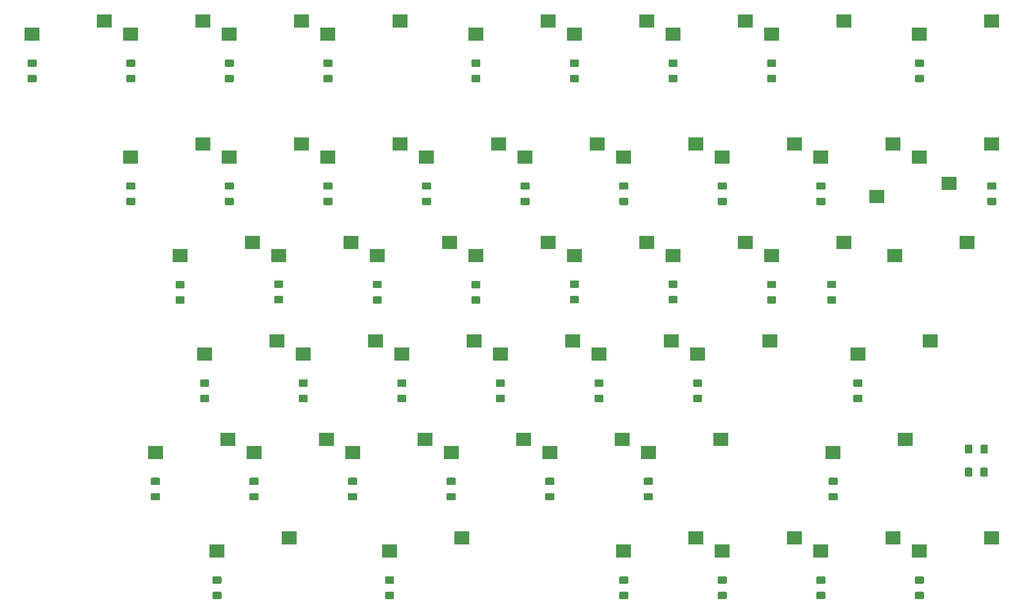
<source format=gbp>
G04 #@! TF.GenerationSoftware,KiCad,Pcbnew,(5.0.2)-1*
G04 #@! TF.CreationDate,2019-02-16T22:05:58+09:00*
G04 #@! TF.ProjectId,pakbd,70616b62-642e-46b6-9963-61645f706362,1*
G04 #@! TF.SameCoordinates,Original*
G04 #@! TF.FileFunction,Paste,Bot*
G04 #@! TF.FilePolarity,Positive*
%FSLAX46Y46*%
G04 Gerber Fmt 4.6, Leading zero omitted, Abs format (unit mm)*
G04 Created by KiCad (PCBNEW (5.0.2)-1) date 2019/02/16 22:05:58*
%MOMM*%
%LPD*%
G01*
G04 APERTURE LIST*
%ADD10C,0.100000*%
%ADD11C,1.425000*%
%ADD12R,3.000000X2.500000*%
G04 APERTURE END LIST*
D10*
G04 #@! TO.C,D58*
G36*
X230077004Y-102748704D02*
X230101273Y-102752304D01*
X230125071Y-102758265D01*
X230148171Y-102766530D01*
X230170349Y-102777020D01*
X230191393Y-102789633D01*
X230211098Y-102804247D01*
X230229277Y-102820723D01*
X230245753Y-102838902D01*
X230260367Y-102858607D01*
X230272980Y-102879651D01*
X230283470Y-102901829D01*
X230291735Y-102924929D01*
X230297696Y-102948727D01*
X230301296Y-102972996D01*
X230302500Y-102997500D01*
X230302500Y-103922500D01*
X230301296Y-103947004D01*
X230297696Y-103971273D01*
X230291735Y-103995071D01*
X230283470Y-104018171D01*
X230272980Y-104040349D01*
X230260367Y-104061393D01*
X230245753Y-104081098D01*
X230229277Y-104099277D01*
X230211098Y-104115753D01*
X230191393Y-104130367D01*
X230170349Y-104142980D01*
X230148171Y-104153470D01*
X230125071Y-104161735D01*
X230101273Y-104167696D01*
X230077004Y-104171296D01*
X230052500Y-104172500D01*
X228802500Y-104172500D01*
X228777996Y-104171296D01*
X228753727Y-104167696D01*
X228729929Y-104161735D01*
X228706829Y-104153470D01*
X228684651Y-104142980D01*
X228663607Y-104130367D01*
X228643902Y-104115753D01*
X228625723Y-104099277D01*
X228609247Y-104081098D01*
X228594633Y-104061393D01*
X228582020Y-104040349D01*
X228571530Y-104018171D01*
X228563265Y-103995071D01*
X228557304Y-103971273D01*
X228553704Y-103947004D01*
X228552500Y-103922500D01*
X228552500Y-102997500D01*
X228553704Y-102972996D01*
X228557304Y-102948727D01*
X228563265Y-102924929D01*
X228571530Y-102901829D01*
X228582020Y-102879651D01*
X228594633Y-102858607D01*
X228609247Y-102838902D01*
X228625723Y-102820723D01*
X228643902Y-102804247D01*
X228663607Y-102789633D01*
X228684651Y-102777020D01*
X228706829Y-102766530D01*
X228729929Y-102758265D01*
X228753727Y-102752304D01*
X228777996Y-102748704D01*
X228802500Y-102747500D01*
X230052500Y-102747500D01*
X230077004Y-102748704D01*
X230077004Y-102748704D01*
G37*
D11*
X229427500Y-103460000D03*
D10*
G36*
X230077004Y-105723704D02*
X230101273Y-105727304D01*
X230125071Y-105733265D01*
X230148171Y-105741530D01*
X230170349Y-105752020D01*
X230191393Y-105764633D01*
X230211098Y-105779247D01*
X230229277Y-105795723D01*
X230245753Y-105813902D01*
X230260367Y-105833607D01*
X230272980Y-105854651D01*
X230283470Y-105876829D01*
X230291735Y-105899929D01*
X230297696Y-105923727D01*
X230301296Y-105947996D01*
X230302500Y-105972500D01*
X230302500Y-106897500D01*
X230301296Y-106922004D01*
X230297696Y-106946273D01*
X230291735Y-106970071D01*
X230283470Y-106993171D01*
X230272980Y-107015349D01*
X230260367Y-107036393D01*
X230245753Y-107056098D01*
X230229277Y-107074277D01*
X230211098Y-107090753D01*
X230191393Y-107105367D01*
X230170349Y-107117980D01*
X230148171Y-107128470D01*
X230125071Y-107136735D01*
X230101273Y-107142696D01*
X230077004Y-107146296D01*
X230052500Y-107147500D01*
X228802500Y-107147500D01*
X228777996Y-107146296D01*
X228753727Y-107142696D01*
X228729929Y-107136735D01*
X228706829Y-107128470D01*
X228684651Y-107117980D01*
X228663607Y-107105367D01*
X228643902Y-107090753D01*
X228625723Y-107074277D01*
X228609247Y-107056098D01*
X228594633Y-107036393D01*
X228582020Y-107015349D01*
X228571530Y-106993171D01*
X228563265Y-106970071D01*
X228557304Y-106946273D01*
X228553704Y-106922004D01*
X228552500Y-106897500D01*
X228552500Y-105972500D01*
X228553704Y-105947996D01*
X228557304Y-105923727D01*
X228563265Y-105899929D01*
X228571530Y-105876829D01*
X228582020Y-105854651D01*
X228594633Y-105833607D01*
X228609247Y-105813902D01*
X228625723Y-105795723D01*
X228643902Y-105779247D01*
X228663607Y-105764633D01*
X228684651Y-105752020D01*
X228706829Y-105741530D01*
X228729929Y-105733265D01*
X228753727Y-105727304D01*
X228777996Y-105723704D01*
X228802500Y-105722500D01*
X230052500Y-105722500D01*
X230077004Y-105723704D01*
X230077004Y-105723704D01*
G37*
D11*
X229427500Y-106435000D03*
G04 #@! TD*
D10*
G04 #@! TO.C,D34*
G36*
X234839504Y-40861204D02*
X234863773Y-40864804D01*
X234887571Y-40870765D01*
X234910671Y-40879030D01*
X234932849Y-40889520D01*
X234953893Y-40902133D01*
X234973598Y-40916747D01*
X234991777Y-40933223D01*
X235008253Y-40951402D01*
X235022867Y-40971107D01*
X235035480Y-40992151D01*
X235045970Y-41014329D01*
X235054235Y-41037429D01*
X235060196Y-41061227D01*
X235063796Y-41085496D01*
X235065000Y-41110000D01*
X235065000Y-42035000D01*
X235063796Y-42059504D01*
X235060196Y-42083773D01*
X235054235Y-42107571D01*
X235045970Y-42130671D01*
X235035480Y-42152849D01*
X235022867Y-42173893D01*
X235008253Y-42193598D01*
X234991777Y-42211777D01*
X234973598Y-42228253D01*
X234953893Y-42242867D01*
X234932849Y-42255480D01*
X234910671Y-42265970D01*
X234887571Y-42274235D01*
X234863773Y-42280196D01*
X234839504Y-42283796D01*
X234815000Y-42285000D01*
X233565000Y-42285000D01*
X233540496Y-42283796D01*
X233516227Y-42280196D01*
X233492429Y-42274235D01*
X233469329Y-42265970D01*
X233447151Y-42255480D01*
X233426107Y-42242867D01*
X233406402Y-42228253D01*
X233388223Y-42211777D01*
X233371747Y-42193598D01*
X233357133Y-42173893D01*
X233344520Y-42152849D01*
X233334030Y-42130671D01*
X233325765Y-42107571D01*
X233319804Y-42083773D01*
X233316204Y-42059504D01*
X233315000Y-42035000D01*
X233315000Y-41110000D01*
X233316204Y-41085496D01*
X233319804Y-41061227D01*
X233325765Y-41037429D01*
X233334030Y-41014329D01*
X233344520Y-40992151D01*
X233357133Y-40971107D01*
X233371747Y-40951402D01*
X233388223Y-40933223D01*
X233406402Y-40916747D01*
X233426107Y-40902133D01*
X233447151Y-40889520D01*
X233469329Y-40879030D01*
X233492429Y-40870765D01*
X233516227Y-40864804D01*
X233540496Y-40861204D01*
X233565000Y-40860000D01*
X234815000Y-40860000D01*
X234839504Y-40861204D01*
X234839504Y-40861204D01*
G37*
D11*
X234190000Y-41572500D03*
D10*
G36*
X234839504Y-43836204D02*
X234863773Y-43839804D01*
X234887571Y-43845765D01*
X234910671Y-43854030D01*
X234932849Y-43864520D01*
X234953893Y-43877133D01*
X234973598Y-43891747D01*
X234991777Y-43908223D01*
X235008253Y-43926402D01*
X235022867Y-43946107D01*
X235035480Y-43967151D01*
X235045970Y-43989329D01*
X235054235Y-44012429D01*
X235060196Y-44036227D01*
X235063796Y-44060496D01*
X235065000Y-44085000D01*
X235065000Y-45010000D01*
X235063796Y-45034504D01*
X235060196Y-45058773D01*
X235054235Y-45082571D01*
X235045970Y-45105671D01*
X235035480Y-45127849D01*
X235022867Y-45148893D01*
X235008253Y-45168598D01*
X234991777Y-45186777D01*
X234973598Y-45203253D01*
X234953893Y-45217867D01*
X234932849Y-45230480D01*
X234910671Y-45240970D01*
X234887571Y-45249235D01*
X234863773Y-45255196D01*
X234839504Y-45258796D01*
X234815000Y-45260000D01*
X233565000Y-45260000D01*
X233540496Y-45258796D01*
X233516227Y-45255196D01*
X233492429Y-45249235D01*
X233469329Y-45240970D01*
X233447151Y-45230480D01*
X233426107Y-45217867D01*
X233406402Y-45203253D01*
X233388223Y-45186777D01*
X233371747Y-45168598D01*
X233357133Y-45148893D01*
X233344520Y-45127849D01*
X233334030Y-45105671D01*
X233325765Y-45082571D01*
X233319804Y-45058773D01*
X233316204Y-45034504D01*
X233315000Y-45010000D01*
X233315000Y-44085000D01*
X233316204Y-44060496D01*
X233319804Y-44036227D01*
X233325765Y-44012429D01*
X233334030Y-43989329D01*
X233344520Y-43967151D01*
X233357133Y-43946107D01*
X233371747Y-43926402D01*
X233388223Y-43908223D01*
X233406402Y-43891747D01*
X233426107Y-43877133D01*
X233447151Y-43864520D01*
X233469329Y-43854030D01*
X233492429Y-43845765D01*
X233516227Y-43839804D01*
X233540496Y-43836204D01*
X233565000Y-43835000D01*
X234815000Y-43835000D01*
X234839504Y-43836204D01*
X234839504Y-43836204D01*
G37*
D11*
X234190000Y-44547500D03*
G04 #@! TD*
D10*
G04 #@! TO.C,D39*
G36*
X339614504Y-43836204D02*
X339638773Y-43839804D01*
X339662571Y-43845765D01*
X339685671Y-43854030D01*
X339707849Y-43864520D01*
X339728893Y-43877133D01*
X339748598Y-43891747D01*
X339766777Y-43908223D01*
X339783253Y-43926402D01*
X339797867Y-43946107D01*
X339810480Y-43967151D01*
X339820970Y-43989329D01*
X339829235Y-44012429D01*
X339835196Y-44036227D01*
X339838796Y-44060496D01*
X339840000Y-44085000D01*
X339840000Y-45010000D01*
X339838796Y-45034504D01*
X339835196Y-45058773D01*
X339829235Y-45082571D01*
X339820970Y-45105671D01*
X339810480Y-45127849D01*
X339797867Y-45148893D01*
X339783253Y-45168598D01*
X339766777Y-45186777D01*
X339748598Y-45203253D01*
X339728893Y-45217867D01*
X339707849Y-45230480D01*
X339685671Y-45240970D01*
X339662571Y-45249235D01*
X339638773Y-45255196D01*
X339614504Y-45258796D01*
X339590000Y-45260000D01*
X338340000Y-45260000D01*
X338315496Y-45258796D01*
X338291227Y-45255196D01*
X338267429Y-45249235D01*
X338244329Y-45240970D01*
X338222151Y-45230480D01*
X338201107Y-45217867D01*
X338181402Y-45203253D01*
X338163223Y-45186777D01*
X338146747Y-45168598D01*
X338132133Y-45148893D01*
X338119520Y-45127849D01*
X338109030Y-45105671D01*
X338100765Y-45082571D01*
X338094804Y-45058773D01*
X338091204Y-45034504D01*
X338090000Y-45010000D01*
X338090000Y-44085000D01*
X338091204Y-44060496D01*
X338094804Y-44036227D01*
X338100765Y-44012429D01*
X338109030Y-43989329D01*
X338119520Y-43967151D01*
X338132133Y-43946107D01*
X338146747Y-43926402D01*
X338163223Y-43908223D01*
X338181402Y-43891747D01*
X338201107Y-43877133D01*
X338222151Y-43864520D01*
X338244329Y-43854030D01*
X338267429Y-43845765D01*
X338291227Y-43839804D01*
X338315496Y-43836204D01*
X338340000Y-43835000D01*
X339590000Y-43835000D01*
X339614504Y-43836204D01*
X339614504Y-43836204D01*
G37*
D11*
X338965000Y-44547500D03*
D10*
G36*
X339614504Y-40861204D02*
X339638773Y-40864804D01*
X339662571Y-40870765D01*
X339685671Y-40879030D01*
X339707849Y-40889520D01*
X339728893Y-40902133D01*
X339748598Y-40916747D01*
X339766777Y-40933223D01*
X339783253Y-40951402D01*
X339797867Y-40971107D01*
X339810480Y-40992151D01*
X339820970Y-41014329D01*
X339829235Y-41037429D01*
X339835196Y-41061227D01*
X339838796Y-41085496D01*
X339840000Y-41110000D01*
X339840000Y-42035000D01*
X339838796Y-42059504D01*
X339835196Y-42083773D01*
X339829235Y-42107571D01*
X339820970Y-42130671D01*
X339810480Y-42152849D01*
X339797867Y-42173893D01*
X339783253Y-42193598D01*
X339766777Y-42211777D01*
X339748598Y-42228253D01*
X339728893Y-42242867D01*
X339707849Y-42255480D01*
X339685671Y-42265970D01*
X339662571Y-42274235D01*
X339638773Y-42280196D01*
X339614504Y-42283796D01*
X339590000Y-42285000D01*
X338340000Y-42285000D01*
X338315496Y-42283796D01*
X338291227Y-42280196D01*
X338267429Y-42274235D01*
X338244329Y-42265970D01*
X338222151Y-42255480D01*
X338201107Y-42242867D01*
X338181402Y-42228253D01*
X338163223Y-42211777D01*
X338146747Y-42193598D01*
X338132133Y-42173893D01*
X338119520Y-42152849D01*
X338109030Y-42130671D01*
X338100765Y-42107571D01*
X338094804Y-42083773D01*
X338091204Y-42059504D01*
X338090000Y-42035000D01*
X338090000Y-41110000D01*
X338091204Y-41085496D01*
X338094804Y-41061227D01*
X338100765Y-41037429D01*
X338109030Y-41014329D01*
X338119520Y-40992151D01*
X338132133Y-40971107D01*
X338146747Y-40951402D01*
X338163223Y-40933223D01*
X338181402Y-40916747D01*
X338201107Y-40902133D01*
X338222151Y-40889520D01*
X338244329Y-40879030D01*
X338267429Y-40870765D01*
X338291227Y-40864804D01*
X338315496Y-40861204D01*
X338340000Y-40860000D01*
X339590000Y-40860000D01*
X339614504Y-40861204D01*
X339614504Y-40861204D01*
G37*
D11*
X338965000Y-41572500D03*
G04 #@! TD*
D10*
G04 #@! TO.C,D33*
G36*
X215789504Y-40861204D02*
X215813773Y-40864804D01*
X215837571Y-40870765D01*
X215860671Y-40879030D01*
X215882849Y-40889520D01*
X215903893Y-40902133D01*
X215923598Y-40916747D01*
X215941777Y-40933223D01*
X215958253Y-40951402D01*
X215972867Y-40971107D01*
X215985480Y-40992151D01*
X215995970Y-41014329D01*
X216004235Y-41037429D01*
X216010196Y-41061227D01*
X216013796Y-41085496D01*
X216015000Y-41110000D01*
X216015000Y-42035000D01*
X216013796Y-42059504D01*
X216010196Y-42083773D01*
X216004235Y-42107571D01*
X215995970Y-42130671D01*
X215985480Y-42152849D01*
X215972867Y-42173893D01*
X215958253Y-42193598D01*
X215941777Y-42211777D01*
X215923598Y-42228253D01*
X215903893Y-42242867D01*
X215882849Y-42255480D01*
X215860671Y-42265970D01*
X215837571Y-42274235D01*
X215813773Y-42280196D01*
X215789504Y-42283796D01*
X215765000Y-42285000D01*
X214515000Y-42285000D01*
X214490496Y-42283796D01*
X214466227Y-42280196D01*
X214442429Y-42274235D01*
X214419329Y-42265970D01*
X214397151Y-42255480D01*
X214376107Y-42242867D01*
X214356402Y-42228253D01*
X214338223Y-42211777D01*
X214321747Y-42193598D01*
X214307133Y-42173893D01*
X214294520Y-42152849D01*
X214284030Y-42130671D01*
X214275765Y-42107571D01*
X214269804Y-42083773D01*
X214266204Y-42059504D01*
X214265000Y-42035000D01*
X214265000Y-41110000D01*
X214266204Y-41085496D01*
X214269804Y-41061227D01*
X214275765Y-41037429D01*
X214284030Y-41014329D01*
X214294520Y-40992151D01*
X214307133Y-40971107D01*
X214321747Y-40951402D01*
X214338223Y-40933223D01*
X214356402Y-40916747D01*
X214376107Y-40902133D01*
X214397151Y-40889520D01*
X214419329Y-40879030D01*
X214442429Y-40870765D01*
X214466227Y-40864804D01*
X214490496Y-40861204D01*
X214515000Y-40860000D01*
X215765000Y-40860000D01*
X215789504Y-40861204D01*
X215789504Y-40861204D01*
G37*
D11*
X215140000Y-41572500D03*
D10*
G36*
X215789504Y-43836204D02*
X215813773Y-43839804D01*
X215837571Y-43845765D01*
X215860671Y-43854030D01*
X215882849Y-43864520D01*
X215903893Y-43877133D01*
X215923598Y-43891747D01*
X215941777Y-43908223D01*
X215958253Y-43926402D01*
X215972867Y-43946107D01*
X215985480Y-43967151D01*
X215995970Y-43989329D01*
X216004235Y-44012429D01*
X216010196Y-44036227D01*
X216013796Y-44060496D01*
X216015000Y-44085000D01*
X216015000Y-45010000D01*
X216013796Y-45034504D01*
X216010196Y-45058773D01*
X216004235Y-45082571D01*
X215995970Y-45105671D01*
X215985480Y-45127849D01*
X215972867Y-45148893D01*
X215958253Y-45168598D01*
X215941777Y-45186777D01*
X215923598Y-45203253D01*
X215903893Y-45217867D01*
X215882849Y-45230480D01*
X215860671Y-45240970D01*
X215837571Y-45249235D01*
X215813773Y-45255196D01*
X215789504Y-45258796D01*
X215765000Y-45260000D01*
X214515000Y-45260000D01*
X214490496Y-45258796D01*
X214466227Y-45255196D01*
X214442429Y-45249235D01*
X214419329Y-45240970D01*
X214397151Y-45230480D01*
X214376107Y-45217867D01*
X214356402Y-45203253D01*
X214338223Y-45186777D01*
X214321747Y-45168598D01*
X214307133Y-45148893D01*
X214294520Y-45127849D01*
X214284030Y-45105671D01*
X214275765Y-45082571D01*
X214269804Y-45058773D01*
X214266204Y-45034504D01*
X214265000Y-45010000D01*
X214265000Y-44085000D01*
X214266204Y-44060496D01*
X214269804Y-44036227D01*
X214275765Y-44012429D01*
X214284030Y-43989329D01*
X214294520Y-43967151D01*
X214307133Y-43946107D01*
X214321747Y-43926402D01*
X214338223Y-43908223D01*
X214356402Y-43891747D01*
X214376107Y-43877133D01*
X214397151Y-43864520D01*
X214419329Y-43854030D01*
X214442429Y-43845765D01*
X214466227Y-43839804D01*
X214490496Y-43836204D01*
X214515000Y-43835000D01*
X215765000Y-43835000D01*
X215789504Y-43836204D01*
X215789504Y-43836204D01*
G37*
D11*
X215140000Y-44547500D03*
G04 #@! TD*
D10*
G04 #@! TO.C,D74*
G36*
X311039504Y-140858704D02*
X311063773Y-140862304D01*
X311087571Y-140868265D01*
X311110671Y-140876530D01*
X311132849Y-140887020D01*
X311153893Y-140899633D01*
X311173598Y-140914247D01*
X311191777Y-140930723D01*
X311208253Y-140948902D01*
X311222867Y-140968607D01*
X311235480Y-140989651D01*
X311245970Y-141011829D01*
X311254235Y-141034929D01*
X311260196Y-141058727D01*
X311263796Y-141082996D01*
X311265000Y-141107500D01*
X311265000Y-142032500D01*
X311263796Y-142057004D01*
X311260196Y-142081273D01*
X311254235Y-142105071D01*
X311245970Y-142128171D01*
X311235480Y-142150349D01*
X311222867Y-142171393D01*
X311208253Y-142191098D01*
X311191777Y-142209277D01*
X311173598Y-142225753D01*
X311153893Y-142240367D01*
X311132849Y-142252980D01*
X311110671Y-142263470D01*
X311087571Y-142271735D01*
X311063773Y-142277696D01*
X311039504Y-142281296D01*
X311015000Y-142282500D01*
X309765000Y-142282500D01*
X309740496Y-142281296D01*
X309716227Y-142277696D01*
X309692429Y-142271735D01*
X309669329Y-142263470D01*
X309647151Y-142252980D01*
X309626107Y-142240367D01*
X309606402Y-142225753D01*
X309588223Y-142209277D01*
X309571747Y-142191098D01*
X309557133Y-142171393D01*
X309544520Y-142150349D01*
X309534030Y-142128171D01*
X309525765Y-142105071D01*
X309519804Y-142081273D01*
X309516204Y-142057004D01*
X309515000Y-142032500D01*
X309515000Y-141107500D01*
X309516204Y-141082996D01*
X309519804Y-141058727D01*
X309525765Y-141034929D01*
X309534030Y-141011829D01*
X309544520Y-140989651D01*
X309557133Y-140968607D01*
X309571747Y-140948902D01*
X309588223Y-140930723D01*
X309606402Y-140914247D01*
X309626107Y-140899633D01*
X309647151Y-140887020D01*
X309669329Y-140876530D01*
X309692429Y-140868265D01*
X309716227Y-140862304D01*
X309740496Y-140858704D01*
X309765000Y-140857500D01*
X311015000Y-140857500D01*
X311039504Y-140858704D01*
X311039504Y-140858704D01*
G37*
D11*
X310390000Y-141570000D03*
D10*
G36*
X311039504Y-143833704D02*
X311063773Y-143837304D01*
X311087571Y-143843265D01*
X311110671Y-143851530D01*
X311132849Y-143862020D01*
X311153893Y-143874633D01*
X311173598Y-143889247D01*
X311191777Y-143905723D01*
X311208253Y-143923902D01*
X311222867Y-143943607D01*
X311235480Y-143964651D01*
X311245970Y-143986829D01*
X311254235Y-144009929D01*
X311260196Y-144033727D01*
X311263796Y-144057996D01*
X311265000Y-144082500D01*
X311265000Y-145007500D01*
X311263796Y-145032004D01*
X311260196Y-145056273D01*
X311254235Y-145080071D01*
X311245970Y-145103171D01*
X311235480Y-145125349D01*
X311222867Y-145146393D01*
X311208253Y-145166098D01*
X311191777Y-145184277D01*
X311173598Y-145200753D01*
X311153893Y-145215367D01*
X311132849Y-145227980D01*
X311110671Y-145238470D01*
X311087571Y-145246735D01*
X311063773Y-145252696D01*
X311039504Y-145256296D01*
X311015000Y-145257500D01*
X309765000Y-145257500D01*
X309740496Y-145256296D01*
X309716227Y-145252696D01*
X309692429Y-145246735D01*
X309669329Y-145238470D01*
X309647151Y-145227980D01*
X309626107Y-145215367D01*
X309606402Y-145200753D01*
X309588223Y-145184277D01*
X309571747Y-145166098D01*
X309557133Y-145146393D01*
X309544520Y-145125349D01*
X309534030Y-145103171D01*
X309525765Y-145080071D01*
X309519804Y-145056273D01*
X309516204Y-145032004D01*
X309515000Y-145007500D01*
X309515000Y-144082500D01*
X309516204Y-144057996D01*
X309519804Y-144033727D01*
X309525765Y-144009929D01*
X309534030Y-143986829D01*
X309544520Y-143964651D01*
X309557133Y-143943607D01*
X309571747Y-143923902D01*
X309588223Y-143905723D01*
X309606402Y-143889247D01*
X309626107Y-143874633D01*
X309647151Y-143862020D01*
X309669329Y-143851530D01*
X309692429Y-143843265D01*
X309716227Y-143837304D01*
X309740496Y-143833704D01*
X309765000Y-143832500D01*
X311015000Y-143832500D01*
X311039504Y-143833704D01*
X311039504Y-143833704D01*
G37*
D11*
X310390000Y-144545000D03*
G04 #@! TD*
D10*
G04 #@! TO.C,D47*
G36*
X330089504Y-64628704D02*
X330113773Y-64632304D01*
X330137571Y-64638265D01*
X330160671Y-64646530D01*
X330182849Y-64657020D01*
X330203893Y-64669633D01*
X330223598Y-64684247D01*
X330241777Y-64700723D01*
X330258253Y-64718902D01*
X330272867Y-64738607D01*
X330285480Y-64759651D01*
X330295970Y-64781829D01*
X330304235Y-64804929D01*
X330310196Y-64828727D01*
X330313796Y-64852996D01*
X330315000Y-64877500D01*
X330315000Y-65802500D01*
X330313796Y-65827004D01*
X330310196Y-65851273D01*
X330304235Y-65875071D01*
X330295970Y-65898171D01*
X330285480Y-65920349D01*
X330272867Y-65941393D01*
X330258253Y-65961098D01*
X330241777Y-65979277D01*
X330223598Y-65995753D01*
X330203893Y-66010367D01*
X330182849Y-66022980D01*
X330160671Y-66033470D01*
X330137571Y-66041735D01*
X330113773Y-66047696D01*
X330089504Y-66051296D01*
X330065000Y-66052500D01*
X328815000Y-66052500D01*
X328790496Y-66051296D01*
X328766227Y-66047696D01*
X328742429Y-66041735D01*
X328719329Y-66033470D01*
X328697151Y-66022980D01*
X328676107Y-66010367D01*
X328656402Y-65995753D01*
X328638223Y-65979277D01*
X328621747Y-65961098D01*
X328607133Y-65941393D01*
X328594520Y-65920349D01*
X328584030Y-65898171D01*
X328575765Y-65875071D01*
X328569804Y-65851273D01*
X328566204Y-65827004D01*
X328565000Y-65802500D01*
X328565000Y-64877500D01*
X328566204Y-64852996D01*
X328569804Y-64828727D01*
X328575765Y-64804929D01*
X328584030Y-64781829D01*
X328594520Y-64759651D01*
X328607133Y-64738607D01*
X328621747Y-64718902D01*
X328638223Y-64700723D01*
X328656402Y-64684247D01*
X328676107Y-64669633D01*
X328697151Y-64657020D01*
X328719329Y-64646530D01*
X328742429Y-64638265D01*
X328766227Y-64632304D01*
X328790496Y-64628704D01*
X328815000Y-64627500D01*
X330065000Y-64627500D01*
X330089504Y-64628704D01*
X330089504Y-64628704D01*
G37*
D11*
X329440000Y-65340000D03*
D10*
G36*
X330089504Y-67603704D02*
X330113773Y-67607304D01*
X330137571Y-67613265D01*
X330160671Y-67621530D01*
X330182849Y-67632020D01*
X330203893Y-67644633D01*
X330223598Y-67659247D01*
X330241777Y-67675723D01*
X330258253Y-67693902D01*
X330272867Y-67713607D01*
X330285480Y-67734651D01*
X330295970Y-67756829D01*
X330304235Y-67779929D01*
X330310196Y-67803727D01*
X330313796Y-67827996D01*
X330315000Y-67852500D01*
X330315000Y-68777500D01*
X330313796Y-68802004D01*
X330310196Y-68826273D01*
X330304235Y-68850071D01*
X330295970Y-68873171D01*
X330285480Y-68895349D01*
X330272867Y-68916393D01*
X330258253Y-68936098D01*
X330241777Y-68954277D01*
X330223598Y-68970753D01*
X330203893Y-68985367D01*
X330182849Y-68997980D01*
X330160671Y-69008470D01*
X330137571Y-69016735D01*
X330113773Y-69022696D01*
X330089504Y-69026296D01*
X330065000Y-69027500D01*
X328815000Y-69027500D01*
X328790496Y-69026296D01*
X328766227Y-69022696D01*
X328742429Y-69016735D01*
X328719329Y-69008470D01*
X328697151Y-68997980D01*
X328676107Y-68985367D01*
X328656402Y-68970753D01*
X328638223Y-68954277D01*
X328621747Y-68936098D01*
X328607133Y-68916393D01*
X328594520Y-68895349D01*
X328584030Y-68873171D01*
X328575765Y-68850071D01*
X328569804Y-68826273D01*
X328566204Y-68802004D01*
X328565000Y-68777500D01*
X328565000Y-67852500D01*
X328566204Y-67827996D01*
X328569804Y-67803727D01*
X328575765Y-67779929D01*
X328584030Y-67756829D01*
X328594520Y-67734651D01*
X328607133Y-67713607D01*
X328621747Y-67693902D01*
X328638223Y-67675723D01*
X328656402Y-67659247D01*
X328676107Y-67644633D01*
X328697151Y-67632020D01*
X328719329Y-67621530D01*
X328742429Y-67613265D01*
X328766227Y-67607304D01*
X328790496Y-67603704D01*
X328815000Y-67602500D01*
X330065000Y-67602500D01*
X330089504Y-67603704D01*
X330089504Y-67603704D01*
G37*
D11*
X329440000Y-68315000D03*
G04 #@! TD*
D10*
G04 #@! TO.C,D70*
G36*
X315802004Y-124733704D02*
X315826273Y-124737304D01*
X315850071Y-124743265D01*
X315873171Y-124751530D01*
X315895349Y-124762020D01*
X315916393Y-124774633D01*
X315936098Y-124789247D01*
X315954277Y-124805723D01*
X315970753Y-124823902D01*
X315985367Y-124843607D01*
X315997980Y-124864651D01*
X316008470Y-124886829D01*
X316016735Y-124909929D01*
X316022696Y-124933727D01*
X316026296Y-124957996D01*
X316027500Y-124982500D01*
X316027500Y-125907500D01*
X316026296Y-125932004D01*
X316022696Y-125956273D01*
X316016735Y-125980071D01*
X316008470Y-126003171D01*
X315997980Y-126025349D01*
X315985367Y-126046393D01*
X315970753Y-126066098D01*
X315954277Y-126084277D01*
X315936098Y-126100753D01*
X315916393Y-126115367D01*
X315895349Y-126127980D01*
X315873171Y-126138470D01*
X315850071Y-126146735D01*
X315826273Y-126152696D01*
X315802004Y-126156296D01*
X315777500Y-126157500D01*
X314527500Y-126157500D01*
X314502996Y-126156296D01*
X314478727Y-126152696D01*
X314454929Y-126146735D01*
X314431829Y-126138470D01*
X314409651Y-126127980D01*
X314388607Y-126115367D01*
X314368902Y-126100753D01*
X314350723Y-126084277D01*
X314334247Y-126066098D01*
X314319633Y-126046393D01*
X314307020Y-126025349D01*
X314296530Y-126003171D01*
X314288265Y-125980071D01*
X314282304Y-125956273D01*
X314278704Y-125932004D01*
X314277500Y-125907500D01*
X314277500Y-124982500D01*
X314278704Y-124957996D01*
X314282304Y-124933727D01*
X314288265Y-124909929D01*
X314296530Y-124886829D01*
X314307020Y-124864651D01*
X314319633Y-124843607D01*
X314334247Y-124823902D01*
X314350723Y-124805723D01*
X314368902Y-124789247D01*
X314388607Y-124774633D01*
X314409651Y-124762020D01*
X314431829Y-124751530D01*
X314454929Y-124743265D01*
X314478727Y-124737304D01*
X314502996Y-124733704D01*
X314527500Y-124732500D01*
X315777500Y-124732500D01*
X315802004Y-124733704D01*
X315802004Y-124733704D01*
G37*
D11*
X315152500Y-125445000D03*
D10*
G36*
X315802004Y-121758704D02*
X315826273Y-121762304D01*
X315850071Y-121768265D01*
X315873171Y-121776530D01*
X315895349Y-121787020D01*
X315916393Y-121799633D01*
X315936098Y-121814247D01*
X315954277Y-121830723D01*
X315970753Y-121848902D01*
X315985367Y-121868607D01*
X315997980Y-121889651D01*
X316008470Y-121911829D01*
X316016735Y-121934929D01*
X316022696Y-121958727D01*
X316026296Y-121982996D01*
X316027500Y-122007500D01*
X316027500Y-122932500D01*
X316026296Y-122957004D01*
X316022696Y-122981273D01*
X316016735Y-123005071D01*
X316008470Y-123028171D01*
X315997980Y-123050349D01*
X315985367Y-123071393D01*
X315970753Y-123091098D01*
X315954277Y-123109277D01*
X315936098Y-123125753D01*
X315916393Y-123140367D01*
X315895349Y-123152980D01*
X315873171Y-123163470D01*
X315850071Y-123171735D01*
X315826273Y-123177696D01*
X315802004Y-123181296D01*
X315777500Y-123182500D01*
X314527500Y-123182500D01*
X314502996Y-123181296D01*
X314478727Y-123177696D01*
X314454929Y-123171735D01*
X314431829Y-123163470D01*
X314409651Y-123152980D01*
X314388607Y-123140367D01*
X314368902Y-123125753D01*
X314350723Y-123109277D01*
X314334247Y-123091098D01*
X314319633Y-123071393D01*
X314307020Y-123050349D01*
X314296530Y-123028171D01*
X314288265Y-123005071D01*
X314282304Y-122981273D01*
X314278704Y-122957004D01*
X314277500Y-122932500D01*
X314277500Y-122007500D01*
X314278704Y-121982996D01*
X314282304Y-121958727D01*
X314288265Y-121934929D01*
X314296530Y-121911829D01*
X314307020Y-121889651D01*
X314319633Y-121868607D01*
X314334247Y-121848902D01*
X314350723Y-121830723D01*
X314368902Y-121814247D01*
X314388607Y-121799633D01*
X314409651Y-121787020D01*
X314431829Y-121776530D01*
X314454929Y-121768265D01*
X314478727Y-121762304D01*
X314502996Y-121758704D01*
X314527500Y-121757500D01*
X315777500Y-121757500D01*
X315802004Y-121758704D01*
X315802004Y-121758704D01*
G37*
D11*
X315152500Y-122470000D03*
G04 #@! TD*
D10*
G04 #@! TO.C,R_xdata1*
G36*
X380504504Y-119816204D02*
X380528773Y-119819804D01*
X380552571Y-119825765D01*
X380575671Y-119834030D01*
X380597849Y-119844520D01*
X380618893Y-119857133D01*
X380638598Y-119871747D01*
X380656777Y-119888223D01*
X380673253Y-119906402D01*
X380687867Y-119926107D01*
X380700480Y-119947151D01*
X380710970Y-119969329D01*
X380719235Y-119992429D01*
X380725196Y-120016227D01*
X380728796Y-120040496D01*
X380730000Y-120065000D01*
X380730000Y-121315000D01*
X380728796Y-121339504D01*
X380725196Y-121363773D01*
X380719235Y-121387571D01*
X380710970Y-121410671D01*
X380700480Y-121432849D01*
X380687867Y-121453893D01*
X380673253Y-121473598D01*
X380656777Y-121491777D01*
X380638598Y-121508253D01*
X380618893Y-121522867D01*
X380597849Y-121535480D01*
X380575671Y-121545970D01*
X380552571Y-121554235D01*
X380528773Y-121560196D01*
X380504504Y-121563796D01*
X380480000Y-121565000D01*
X379555000Y-121565000D01*
X379530496Y-121563796D01*
X379506227Y-121560196D01*
X379482429Y-121554235D01*
X379459329Y-121545970D01*
X379437151Y-121535480D01*
X379416107Y-121522867D01*
X379396402Y-121508253D01*
X379378223Y-121491777D01*
X379361747Y-121473598D01*
X379347133Y-121453893D01*
X379334520Y-121432849D01*
X379324030Y-121410671D01*
X379315765Y-121387571D01*
X379309804Y-121363773D01*
X379306204Y-121339504D01*
X379305000Y-121315000D01*
X379305000Y-120065000D01*
X379306204Y-120040496D01*
X379309804Y-120016227D01*
X379315765Y-119992429D01*
X379324030Y-119969329D01*
X379334520Y-119947151D01*
X379347133Y-119926107D01*
X379361747Y-119906402D01*
X379378223Y-119888223D01*
X379396402Y-119871747D01*
X379416107Y-119857133D01*
X379437151Y-119844520D01*
X379459329Y-119834030D01*
X379482429Y-119825765D01*
X379506227Y-119819804D01*
X379530496Y-119816204D01*
X379555000Y-119815000D01*
X380480000Y-119815000D01*
X380504504Y-119816204D01*
X380504504Y-119816204D01*
G37*
D11*
X380017500Y-120690000D03*
D10*
G36*
X377529504Y-119816204D02*
X377553773Y-119819804D01*
X377577571Y-119825765D01*
X377600671Y-119834030D01*
X377622849Y-119844520D01*
X377643893Y-119857133D01*
X377663598Y-119871747D01*
X377681777Y-119888223D01*
X377698253Y-119906402D01*
X377712867Y-119926107D01*
X377725480Y-119947151D01*
X377735970Y-119969329D01*
X377744235Y-119992429D01*
X377750196Y-120016227D01*
X377753796Y-120040496D01*
X377755000Y-120065000D01*
X377755000Y-121315000D01*
X377753796Y-121339504D01*
X377750196Y-121363773D01*
X377744235Y-121387571D01*
X377735970Y-121410671D01*
X377725480Y-121432849D01*
X377712867Y-121453893D01*
X377698253Y-121473598D01*
X377681777Y-121491777D01*
X377663598Y-121508253D01*
X377643893Y-121522867D01*
X377622849Y-121535480D01*
X377600671Y-121545970D01*
X377577571Y-121554235D01*
X377553773Y-121560196D01*
X377529504Y-121563796D01*
X377505000Y-121565000D01*
X376580000Y-121565000D01*
X376555496Y-121563796D01*
X376531227Y-121560196D01*
X376507429Y-121554235D01*
X376484329Y-121545970D01*
X376462151Y-121535480D01*
X376441107Y-121522867D01*
X376421402Y-121508253D01*
X376403223Y-121491777D01*
X376386747Y-121473598D01*
X376372133Y-121453893D01*
X376359520Y-121432849D01*
X376349030Y-121410671D01*
X376340765Y-121387571D01*
X376334804Y-121363773D01*
X376331204Y-121339504D01*
X376330000Y-121315000D01*
X376330000Y-120065000D01*
X376331204Y-120040496D01*
X376334804Y-120016227D01*
X376340765Y-119992429D01*
X376349030Y-119969329D01*
X376359520Y-119947151D01*
X376372133Y-119926107D01*
X376386747Y-119906402D01*
X376403223Y-119888223D01*
X376421402Y-119871747D01*
X376441107Y-119857133D01*
X376462151Y-119844520D01*
X376484329Y-119834030D01*
X376507429Y-119825765D01*
X376531227Y-119819804D01*
X376555496Y-119816204D01*
X376580000Y-119815000D01*
X377505000Y-119815000D01*
X377529504Y-119816204D01*
X377529504Y-119816204D01*
G37*
D11*
X377042500Y-120690000D03*
G04 #@! TD*
D10*
G04 #@! TO.C,eD61*
G36*
X287227004Y-105723704D02*
X287251273Y-105727304D01*
X287275071Y-105733265D01*
X287298171Y-105741530D01*
X287320349Y-105752020D01*
X287341393Y-105764633D01*
X287361098Y-105779247D01*
X287379277Y-105795723D01*
X287395753Y-105813902D01*
X287410367Y-105833607D01*
X287422980Y-105854651D01*
X287433470Y-105876829D01*
X287441735Y-105899929D01*
X287447696Y-105923727D01*
X287451296Y-105947996D01*
X287452500Y-105972500D01*
X287452500Y-106897500D01*
X287451296Y-106922004D01*
X287447696Y-106946273D01*
X287441735Y-106970071D01*
X287433470Y-106993171D01*
X287422980Y-107015349D01*
X287410367Y-107036393D01*
X287395753Y-107056098D01*
X287379277Y-107074277D01*
X287361098Y-107090753D01*
X287341393Y-107105367D01*
X287320349Y-107117980D01*
X287298171Y-107128470D01*
X287275071Y-107136735D01*
X287251273Y-107142696D01*
X287227004Y-107146296D01*
X287202500Y-107147500D01*
X285952500Y-107147500D01*
X285927996Y-107146296D01*
X285903727Y-107142696D01*
X285879929Y-107136735D01*
X285856829Y-107128470D01*
X285834651Y-107117980D01*
X285813607Y-107105367D01*
X285793902Y-107090753D01*
X285775723Y-107074277D01*
X285759247Y-107056098D01*
X285744633Y-107036393D01*
X285732020Y-107015349D01*
X285721530Y-106993171D01*
X285713265Y-106970071D01*
X285707304Y-106946273D01*
X285703704Y-106922004D01*
X285702500Y-106897500D01*
X285702500Y-105972500D01*
X285703704Y-105947996D01*
X285707304Y-105923727D01*
X285713265Y-105899929D01*
X285721530Y-105876829D01*
X285732020Y-105854651D01*
X285744633Y-105833607D01*
X285759247Y-105813902D01*
X285775723Y-105795723D01*
X285793902Y-105779247D01*
X285813607Y-105764633D01*
X285834651Y-105752020D01*
X285856829Y-105741530D01*
X285879929Y-105733265D01*
X285903727Y-105727304D01*
X285927996Y-105723704D01*
X285952500Y-105722500D01*
X287202500Y-105722500D01*
X287227004Y-105723704D01*
X287227004Y-105723704D01*
G37*
D11*
X286577500Y-106435000D03*
D10*
G36*
X287227004Y-102748704D02*
X287251273Y-102752304D01*
X287275071Y-102758265D01*
X287298171Y-102766530D01*
X287320349Y-102777020D01*
X287341393Y-102789633D01*
X287361098Y-102804247D01*
X287379277Y-102820723D01*
X287395753Y-102838902D01*
X287410367Y-102858607D01*
X287422980Y-102879651D01*
X287433470Y-102901829D01*
X287441735Y-102924929D01*
X287447696Y-102948727D01*
X287451296Y-102972996D01*
X287452500Y-102997500D01*
X287452500Y-103922500D01*
X287451296Y-103947004D01*
X287447696Y-103971273D01*
X287441735Y-103995071D01*
X287433470Y-104018171D01*
X287422980Y-104040349D01*
X287410367Y-104061393D01*
X287395753Y-104081098D01*
X287379277Y-104099277D01*
X287361098Y-104115753D01*
X287341393Y-104130367D01*
X287320349Y-104142980D01*
X287298171Y-104153470D01*
X287275071Y-104161735D01*
X287251273Y-104167696D01*
X287227004Y-104171296D01*
X287202500Y-104172500D01*
X285952500Y-104172500D01*
X285927996Y-104171296D01*
X285903727Y-104167696D01*
X285879929Y-104161735D01*
X285856829Y-104153470D01*
X285834651Y-104142980D01*
X285813607Y-104130367D01*
X285793902Y-104115753D01*
X285775723Y-104099277D01*
X285759247Y-104081098D01*
X285744633Y-104061393D01*
X285732020Y-104040349D01*
X285721530Y-104018171D01*
X285713265Y-103995071D01*
X285707304Y-103971273D01*
X285703704Y-103947004D01*
X285702500Y-103922500D01*
X285702500Y-102997500D01*
X285703704Y-102972996D01*
X285707304Y-102948727D01*
X285713265Y-102924929D01*
X285721530Y-102901829D01*
X285732020Y-102879651D01*
X285744633Y-102858607D01*
X285759247Y-102838902D01*
X285775723Y-102820723D01*
X285793902Y-102804247D01*
X285813607Y-102789633D01*
X285834651Y-102777020D01*
X285856829Y-102766530D01*
X285879929Y-102758265D01*
X285903727Y-102752304D01*
X285927996Y-102748704D01*
X285952500Y-102747500D01*
X287202500Y-102747500D01*
X287227004Y-102748704D01*
X287227004Y-102748704D01*
G37*
D11*
X286577500Y-103460000D03*
G04 #@! TD*
D10*
G04 #@! TO.C,D54*
G36*
X301514504Y-86603704D02*
X301538773Y-86607304D01*
X301562571Y-86613265D01*
X301585671Y-86621530D01*
X301607849Y-86632020D01*
X301628893Y-86644633D01*
X301648598Y-86659247D01*
X301666777Y-86675723D01*
X301683253Y-86693902D01*
X301697867Y-86713607D01*
X301710480Y-86734651D01*
X301720970Y-86756829D01*
X301729235Y-86779929D01*
X301735196Y-86803727D01*
X301738796Y-86827996D01*
X301740000Y-86852500D01*
X301740000Y-87777500D01*
X301738796Y-87802004D01*
X301735196Y-87826273D01*
X301729235Y-87850071D01*
X301720970Y-87873171D01*
X301710480Y-87895349D01*
X301697867Y-87916393D01*
X301683253Y-87936098D01*
X301666777Y-87954277D01*
X301648598Y-87970753D01*
X301628893Y-87985367D01*
X301607849Y-87997980D01*
X301585671Y-88008470D01*
X301562571Y-88016735D01*
X301538773Y-88022696D01*
X301514504Y-88026296D01*
X301490000Y-88027500D01*
X300240000Y-88027500D01*
X300215496Y-88026296D01*
X300191227Y-88022696D01*
X300167429Y-88016735D01*
X300144329Y-88008470D01*
X300122151Y-87997980D01*
X300101107Y-87985367D01*
X300081402Y-87970753D01*
X300063223Y-87954277D01*
X300046747Y-87936098D01*
X300032133Y-87916393D01*
X300019520Y-87895349D01*
X300009030Y-87873171D01*
X300000765Y-87850071D01*
X299994804Y-87826273D01*
X299991204Y-87802004D01*
X299990000Y-87777500D01*
X299990000Y-86852500D01*
X299991204Y-86827996D01*
X299994804Y-86803727D01*
X300000765Y-86779929D01*
X300009030Y-86756829D01*
X300019520Y-86734651D01*
X300032133Y-86713607D01*
X300046747Y-86693902D01*
X300063223Y-86675723D01*
X300081402Y-86659247D01*
X300101107Y-86644633D01*
X300122151Y-86632020D01*
X300144329Y-86621530D01*
X300167429Y-86613265D01*
X300191227Y-86607304D01*
X300215496Y-86603704D01*
X300240000Y-86602500D01*
X301490000Y-86602500D01*
X301514504Y-86603704D01*
X301514504Y-86603704D01*
G37*
D11*
X300865000Y-87315000D03*
D10*
G36*
X301514504Y-83628704D02*
X301538773Y-83632304D01*
X301562571Y-83638265D01*
X301585671Y-83646530D01*
X301607849Y-83657020D01*
X301628893Y-83669633D01*
X301648598Y-83684247D01*
X301666777Y-83700723D01*
X301683253Y-83718902D01*
X301697867Y-83738607D01*
X301710480Y-83759651D01*
X301720970Y-83781829D01*
X301729235Y-83804929D01*
X301735196Y-83828727D01*
X301738796Y-83852996D01*
X301740000Y-83877500D01*
X301740000Y-84802500D01*
X301738796Y-84827004D01*
X301735196Y-84851273D01*
X301729235Y-84875071D01*
X301720970Y-84898171D01*
X301710480Y-84920349D01*
X301697867Y-84941393D01*
X301683253Y-84961098D01*
X301666777Y-84979277D01*
X301648598Y-84995753D01*
X301628893Y-85010367D01*
X301607849Y-85022980D01*
X301585671Y-85033470D01*
X301562571Y-85041735D01*
X301538773Y-85047696D01*
X301514504Y-85051296D01*
X301490000Y-85052500D01*
X300240000Y-85052500D01*
X300215496Y-85051296D01*
X300191227Y-85047696D01*
X300167429Y-85041735D01*
X300144329Y-85033470D01*
X300122151Y-85022980D01*
X300101107Y-85010367D01*
X300081402Y-84995753D01*
X300063223Y-84979277D01*
X300046747Y-84961098D01*
X300032133Y-84941393D01*
X300019520Y-84920349D01*
X300009030Y-84898171D01*
X300000765Y-84875071D01*
X299994804Y-84851273D01*
X299991204Y-84827004D01*
X299990000Y-84802500D01*
X299990000Y-83877500D01*
X299991204Y-83852996D01*
X299994804Y-83828727D01*
X300000765Y-83804929D01*
X300009030Y-83781829D01*
X300019520Y-83759651D01*
X300032133Y-83738607D01*
X300046747Y-83718902D01*
X300063223Y-83700723D01*
X300081402Y-83684247D01*
X300101107Y-83669633D01*
X300122151Y-83657020D01*
X300144329Y-83646530D01*
X300167429Y-83638265D01*
X300191227Y-83632304D01*
X300215496Y-83628704D01*
X300240000Y-83627500D01*
X301490000Y-83627500D01*
X301514504Y-83628704D01*
X301514504Y-83628704D01*
G37*
D11*
X300865000Y-84340000D03*
G04 #@! TD*
D10*
G04 #@! TO.C,D77*
G36*
X368189504Y-143833704D02*
X368213773Y-143837304D01*
X368237571Y-143843265D01*
X368260671Y-143851530D01*
X368282849Y-143862020D01*
X368303893Y-143874633D01*
X368323598Y-143889247D01*
X368341777Y-143905723D01*
X368358253Y-143923902D01*
X368372867Y-143943607D01*
X368385480Y-143964651D01*
X368395970Y-143986829D01*
X368404235Y-144009929D01*
X368410196Y-144033727D01*
X368413796Y-144057996D01*
X368415000Y-144082500D01*
X368415000Y-145007500D01*
X368413796Y-145032004D01*
X368410196Y-145056273D01*
X368404235Y-145080071D01*
X368395970Y-145103171D01*
X368385480Y-145125349D01*
X368372867Y-145146393D01*
X368358253Y-145166098D01*
X368341777Y-145184277D01*
X368323598Y-145200753D01*
X368303893Y-145215367D01*
X368282849Y-145227980D01*
X368260671Y-145238470D01*
X368237571Y-145246735D01*
X368213773Y-145252696D01*
X368189504Y-145256296D01*
X368165000Y-145257500D01*
X366915000Y-145257500D01*
X366890496Y-145256296D01*
X366866227Y-145252696D01*
X366842429Y-145246735D01*
X366819329Y-145238470D01*
X366797151Y-145227980D01*
X366776107Y-145215367D01*
X366756402Y-145200753D01*
X366738223Y-145184277D01*
X366721747Y-145166098D01*
X366707133Y-145146393D01*
X366694520Y-145125349D01*
X366684030Y-145103171D01*
X366675765Y-145080071D01*
X366669804Y-145056273D01*
X366666204Y-145032004D01*
X366665000Y-145007500D01*
X366665000Y-144082500D01*
X366666204Y-144057996D01*
X366669804Y-144033727D01*
X366675765Y-144009929D01*
X366684030Y-143986829D01*
X366694520Y-143964651D01*
X366707133Y-143943607D01*
X366721747Y-143923902D01*
X366738223Y-143905723D01*
X366756402Y-143889247D01*
X366776107Y-143874633D01*
X366797151Y-143862020D01*
X366819329Y-143851530D01*
X366842429Y-143843265D01*
X366866227Y-143837304D01*
X366890496Y-143833704D01*
X366915000Y-143832500D01*
X368165000Y-143832500D01*
X368189504Y-143833704D01*
X368189504Y-143833704D01*
G37*
D11*
X367540000Y-144545000D03*
D10*
G36*
X368189504Y-140858704D02*
X368213773Y-140862304D01*
X368237571Y-140868265D01*
X368260671Y-140876530D01*
X368282849Y-140887020D01*
X368303893Y-140899633D01*
X368323598Y-140914247D01*
X368341777Y-140930723D01*
X368358253Y-140948902D01*
X368372867Y-140968607D01*
X368385480Y-140989651D01*
X368395970Y-141011829D01*
X368404235Y-141034929D01*
X368410196Y-141058727D01*
X368413796Y-141082996D01*
X368415000Y-141107500D01*
X368415000Y-142032500D01*
X368413796Y-142057004D01*
X368410196Y-142081273D01*
X368404235Y-142105071D01*
X368395970Y-142128171D01*
X368385480Y-142150349D01*
X368372867Y-142171393D01*
X368358253Y-142191098D01*
X368341777Y-142209277D01*
X368323598Y-142225753D01*
X368303893Y-142240367D01*
X368282849Y-142252980D01*
X368260671Y-142263470D01*
X368237571Y-142271735D01*
X368213773Y-142277696D01*
X368189504Y-142281296D01*
X368165000Y-142282500D01*
X366915000Y-142282500D01*
X366890496Y-142281296D01*
X366866227Y-142277696D01*
X366842429Y-142271735D01*
X366819329Y-142263470D01*
X366797151Y-142252980D01*
X366776107Y-142240367D01*
X366756402Y-142225753D01*
X366738223Y-142209277D01*
X366721747Y-142191098D01*
X366707133Y-142171393D01*
X366694520Y-142150349D01*
X366684030Y-142128171D01*
X366675765Y-142105071D01*
X366669804Y-142081273D01*
X366666204Y-142057004D01*
X366665000Y-142032500D01*
X366665000Y-141107500D01*
X366666204Y-141082996D01*
X366669804Y-141058727D01*
X366675765Y-141034929D01*
X366684030Y-141011829D01*
X366694520Y-140989651D01*
X366707133Y-140968607D01*
X366721747Y-140948902D01*
X366738223Y-140930723D01*
X366756402Y-140914247D01*
X366776107Y-140899633D01*
X366797151Y-140887020D01*
X366819329Y-140876530D01*
X366842429Y-140868265D01*
X366866227Y-140862304D01*
X366890496Y-140858704D01*
X366915000Y-140857500D01*
X368165000Y-140857500D01*
X368189504Y-140858704D01*
X368189504Y-140858704D01*
G37*
D11*
X367540000Y-141570000D03*
G04 #@! TD*
D10*
G04 #@! TO.C,D46*
G36*
X311039504Y-67603704D02*
X311063773Y-67607304D01*
X311087571Y-67613265D01*
X311110671Y-67621530D01*
X311132849Y-67632020D01*
X311153893Y-67644633D01*
X311173598Y-67659247D01*
X311191777Y-67675723D01*
X311208253Y-67693902D01*
X311222867Y-67713607D01*
X311235480Y-67734651D01*
X311245970Y-67756829D01*
X311254235Y-67779929D01*
X311260196Y-67803727D01*
X311263796Y-67827996D01*
X311265000Y-67852500D01*
X311265000Y-68777500D01*
X311263796Y-68802004D01*
X311260196Y-68826273D01*
X311254235Y-68850071D01*
X311245970Y-68873171D01*
X311235480Y-68895349D01*
X311222867Y-68916393D01*
X311208253Y-68936098D01*
X311191777Y-68954277D01*
X311173598Y-68970753D01*
X311153893Y-68985367D01*
X311132849Y-68997980D01*
X311110671Y-69008470D01*
X311087571Y-69016735D01*
X311063773Y-69022696D01*
X311039504Y-69026296D01*
X311015000Y-69027500D01*
X309765000Y-69027500D01*
X309740496Y-69026296D01*
X309716227Y-69022696D01*
X309692429Y-69016735D01*
X309669329Y-69008470D01*
X309647151Y-68997980D01*
X309626107Y-68985367D01*
X309606402Y-68970753D01*
X309588223Y-68954277D01*
X309571747Y-68936098D01*
X309557133Y-68916393D01*
X309544520Y-68895349D01*
X309534030Y-68873171D01*
X309525765Y-68850071D01*
X309519804Y-68826273D01*
X309516204Y-68802004D01*
X309515000Y-68777500D01*
X309515000Y-67852500D01*
X309516204Y-67827996D01*
X309519804Y-67803727D01*
X309525765Y-67779929D01*
X309534030Y-67756829D01*
X309544520Y-67734651D01*
X309557133Y-67713607D01*
X309571747Y-67693902D01*
X309588223Y-67675723D01*
X309606402Y-67659247D01*
X309626107Y-67644633D01*
X309647151Y-67632020D01*
X309669329Y-67621530D01*
X309692429Y-67613265D01*
X309716227Y-67607304D01*
X309740496Y-67603704D01*
X309765000Y-67602500D01*
X311015000Y-67602500D01*
X311039504Y-67603704D01*
X311039504Y-67603704D01*
G37*
D11*
X310390000Y-68315000D03*
D10*
G36*
X311039504Y-64628704D02*
X311063773Y-64632304D01*
X311087571Y-64638265D01*
X311110671Y-64646530D01*
X311132849Y-64657020D01*
X311153893Y-64669633D01*
X311173598Y-64684247D01*
X311191777Y-64700723D01*
X311208253Y-64718902D01*
X311222867Y-64738607D01*
X311235480Y-64759651D01*
X311245970Y-64781829D01*
X311254235Y-64804929D01*
X311260196Y-64828727D01*
X311263796Y-64852996D01*
X311265000Y-64877500D01*
X311265000Y-65802500D01*
X311263796Y-65827004D01*
X311260196Y-65851273D01*
X311254235Y-65875071D01*
X311245970Y-65898171D01*
X311235480Y-65920349D01*
X311222867Y-65941393D01*
X311208253Y-65961098D01*
X311191777Y-65979277D01*
X311173598Y-65995753D01*
X311153893Y-66010367D01*
X311132849Y-66022980D01*
X311110671Y-66033470D01*
X311087571Y-66041735D01*
X311063773Y-66047696D01*
X311039504Y-66051296D01*
X311015000Y-66052500D01*
X309765000Y-66052500D01*
X309740496Y-66051296D01*
X309716227Y-66047696D01*
X309692429Y-66041735D01*
X309669329Y-66033470D01*
X309647151Y-66022980D01*
X309626107Y-66010367D01*
X309606402Y-65995753D01*
X309588223Y-65979277D01*
X309571747Y-65961098D01*
X309557133Y-65941393D01*
X309544520Y-65920349D01*
X309534030Y-65898171D01*
X309525765Y-65875071D01*
X309519804Y-65851273D01*
X309516204Y-65827004D01*
X309515000Y-65802500D01*
X309515000Y-64877500D01*
X309516204Y-64852996D01*
X309519804Y-64828727D01*
X309525765Y-64804929D01*
X309534030Y-64781829D01*
X309544520Y-64759651D01*
X309557133Y-64738607D01*
X309571747Y-64718902D01*
X309588223Y-64700723D01*
X309606402Y-64684247D01*
X309626107Y-64669633D01*
X309647151Y-64657020D01*
X309669329Y-64646530D01*
X309692429Y-64638265D01*
X309716227Y-64632304D01*
X309740496Y-64628704D01*
X309765000Y-64627500D01*
X311015000Y-64627500D01*
X311039504Y-64628704D01*
X311039504Y-64628704D01*
G37*
D11*
X310390000Y-65340000D03*
G04 #@! TD*
D10*
G04 #@! TO.C,D36*
G36*
X282464504Y-43836204D02*
X282488773Y-43839804D01*
X282512571Y-43845765D01*
X282535671Y-43854030D01*
X282557849Y-43864520D01*
X282578893Y-43877133D01*
X282598598Y-43891747D01*
X282616777Y-43908223D01*
X282633253Y-43926402D01*
X282647867Y-43946107D01*
X282660480Y-43967151D01*
X282670970Y-43989329D01*
X282679235Y-44012429D01*
X282685196Y-44036227D01*
X282688796Y-44060496D01*
X282690000Y-44085000D01*
X282690000Y-45010000D01*
X282688796Y-45034504D01*
X282685196Y-45058773D01*
X282679235Y-45082571D01*
X282670970Y-45105671D01*
X282660480Y-45127849D01*
X282647867Y-45148893D01*
X282633253Y-45168598D01*
X282616777Y-45186777D01*
X282598598Y-45203253D01*
X282578893Y-45217867D01*
X282557849Y-45230480D01*
X282535671Y-45240970D01*
X282512571Y-45249235D01*
X282488773Y-45255196D01*
X282464504Y-45258796D01*
X282440000Y-45260000D01*
X281190000Y-45260000D01*
X281165496Y-45258796D01*
X281141227Y-45255196D01*
X281117429Y-45249235D01*
X281094329Y-45240970D01*
X281072151Y-45230480D01*
X281051107Y-45217867D01*
X281031402Y-45203253D01*
X281013223Y-45186777D01*
X280996747Y-45168598D01*
X280982133Y-45148893D01*
X280969520Y-45127849D01*
X280959030Y-45105671D01*
X280950765Y-45082571D01*
X280944804Y-45058773D01*
X280941204Y-45034504D01*
X280940000Y-45010000D01*
X280940000Y-44085000D01*
X280941204Y-44060496D01*
X280944804Y-44036227D01*
X280950765Y-44012429D01*
X280959030Y-43989329D01*
X280969520Y-43967151D01*
X280982133Y-43946107D01*
X280996747Y-43926402D01*
X281013223Y-43908223D01*
X281031402Y-43891747D01*
X281051107Y-43877133D01*
X281072151Y-43864520D01*
X281094329Y-43854030D01*
X281117429Y-43845765D01*
X281141227Y-43839804D01*
X281165496Y-43836204D01*
X281190000Y-43835000D01*
X282440000Y-43835000D01*
X282464504Y-43836204D01*
X282464504Y-43836204D01*
G37*
D11*
X281815000Y-44547500D03*
D10*
G36*
X282464504Y-40861204D02*
X282488773Y-40864804D01*
X282512571Y-40870765D01*
X282535671Y-40879030D01*
X282557849Y-40889520D01*
X282578893Y-40902133D01*
X282598598Y-40916747D01*
X282616777Y-40933223D01*
X282633253Y-40951402D01*
X282647867Y-40971107D01*
X282660480Y-40992151D01*
X282670970Y-41014329D01*
X282679235Y-41037429D01*
X282685196Y-41061227D01*
X282688796Y-41085496D01*
X282690000Y-41110000D01*
X282690000Y-42035000D01*
X282688796Y-42059504D01*
X282685196Y-42083773D01*
X282679235Y-42107571D01*
X282670970Y-42130671D01*
X282660480Y-42152849D01*
X282647867Y-42173893D01*
X282633253Y-42193598D01*
X282616777Y-42211777D01*
X282598598Y-42228253D01*
X282578893Y-42242867D01*
X282557849Y-42255480D01*
X282535671Y-42265970D01*
X282512571Y-42274235D01*
X282488773Y-42280196D01*
X282464504Y-42283796D01*
X282440000Y-42285000D01*
X281190000Y-42285000D01*
X281165496Y-42283796D01*
X281141227Y-42280196D01*
X281117429Y-42274235D01*
X281094329Y-42265970D01*
X281072151Y-42255480D01*
X281051107Y-42242867D01*
X281031402Y-42228253D01*
X281013223Y-42211777D01*
X280996747Y-42193598D01*
X280982133Y-42173893D01*
X280969520Y-42152849D01*
X280959030Y-42130671D01*
X280950765Y-42107571D01*
X280944804Y-42083773D01*
X280941204Y-42059504D01*
X280940000Y-42035000D01*
X280940000Y-41110000D01*
X280941204Y-41085496D01*
X280944804Y-41061227D01*
X280950765Y-41037429D01*
X280959030Y-41014329D01*
X280969520Y-40992151D01*
X280982133Y-40971107D01*
X280996747Y-40951402D01*
X281013223Y-40933223D01*
X281031402Y-40916747D01*
X281051107Y-40902133D01*
X281072151Y-40889520D01*
X281094329Y-40879030D01*
X281117429Y-40870765D01*
X281141227Y-40864804D01*
X281165496Y-40861204D01*
X281190000Y-40860000D01*
X282440000Y-40860000D01*
X282464504Y-40861204D01*
X282464504Y-40861204D01*
G37*
D11*
X281815000Y-41572500D03*
G04 #@! TD*
D10*
G04 #@! TO.C,D38*
G36*
X320564504Y-43836204D02*
X320588773Y-43839804D01*
X320612571Y-43845765D01*
X320635671Y-43854030D01*
X320657849Y-43864520D01*
X320678893Y-43877133D01*
X320698598Y-43891747D01*
X320716777Y-43908223D01*
X320733253Y-43926402D01*
X320747867Y-43946107D01*
X320760480Y-43967151D01*
X320770970Y-43989329D01*
X320779235Y-44012429D01*
X320785196Y-44036227D01*
X320788796Y-44060496D01*
X320790000Y-44085000D01*
X320790000Y-45010000D01*
X320788796Y-45034504D01*
X320785196Y-45058773D01*
X320779235Y-45082571D01*
X320770970Y-45105671D01*
X320760480Y-45127849D01*
X320747867Y-45148893D01*
X320733253Y-45168598D01*
X320716777Y-45186777D01*
X320698598Y-45203253D01*
X320678893Y-45217867D01*
X320657849Y-45230480D01*
X320635671Y-45240970D01*
X320612571Y-45249235D01*
X320588773Y-45255196D01*
X320564504Y-45258796D01*
X320540000Y-45260000D01*
X319290000Y-45260000D01*
X319265496Y-45258796D01*
X319241227Y-45255196D01*
X319217429Y-45249235D01*
X319194329Y-45240970D01*
X319172151Y-45230480D01*
X319151107Y-45217867D01*
X319131402Y-45203253D01*
X319113223Y-45186777D01*
X319096747Y-45168598D01*
X319082133Y-45148893D01*
X319069520Y-45127849D01*
X319059030Y-45105671D01*
X319050765Y-45082571D01*
X319044804Y-45058773D01*
X319041204Y-45034504D01*
X319040000Y-45010000D01*
X319040000Y-44085000D01*
X319041204Y-44060496D01*
X319044804Y-44036227D01*
X319050765Y-44012429D01*
X319059030Y-43989329D01*
X319069520Y-43967151D01*
X319082133Y-43946107D01*
X319096747Y-43926402D01*
X319113223Y-43908223D01*
X319131402Y-43891747D01*
X319151107Y-43877133D01*
X319172151Y-43864520D01*
X319194329Y-43854030D01*
X319217429Y-43845765D01*
X319241227Y-43839804D01*
X319265496Y-43836204D01*
X319290000Y-43835000D01*
X320540000Y-43835000D01*
X320564504Y-43836204D01*
X320564504Y-43836204D01*
G37*
D11*
X319915000Y-44547500D03*
D10*
G36*
X320564504Y-40861204D02*
X320588773Y-40864804D01*
X320612571Y-40870765D01*
X320635671Y-40879030D01*
X320657849Y-40889520D01*
X320678893Y-40902133D01*
X320698598Y-40916747D01*
X320716777Y-40933223D01*
X320733253Y-40951402D01*
X320747867Y-40971107D01*
X320760480Y-40992151D01*
X320770970Y-41014329D01*
X320779235Y-41037429D01*
X320785196Y-41061227D01*
X320788796Y-41085496D01*
X320790000Y-41110000D01*
X320790000Y-42035000D01*
X320788796Y-42059504D01*
X320785196Y-42083773D01*
X320779235Y-42107571D01*
X320770970Y-42130671D01*
X320760480Y-42152849D01*
X320747867Y-42173893D01*
X320733253Y-42193598D01*
X320716777Y-42211777D01*
X320698598Y-42228253D01*
X320678893Y-42242867D01*
X320657849Y-42255480D01*
X320635671Y-42265970D01*
X320612571Y-42274235D01*
X320588773Y-42280196D01*
X320564504Y-42283796D01*
X320540000Y-42285000D01*
X319290000Y-42285000D01*
X319265496Y-42283796D01*
X319241227Y-42280196D01*
X319217429Y-42274235D01*
X319194329Y-42265970D01*
X319172151Y-42255480D01*
X319151107Y-42242867D01*
X319131402Y-42228253D01*
X319113223Y-42211777D01*
X319096747Y-42193598D01*
X319082133Y-42173893D01*
X319069520Y-42152849D01*
X319059030Y-42130671D01*
X319050765Y-42107571D01*
X319044804Y-42083773D01*
X319041204Y-42059504D01*
X319040000Y-42035000D01*
X319040000Y-41110000D01*
X319041204Y-41085496D01*
X319044804Y-41061227D01*
X319050765Y-41037429D01*
X319059030Y-41014329D01*
X319069520Y-40992151D01*
X319082133Y-40971107D01*
X319096747Y-40951402D01*
X319113223Y-40933223D01*
X319131402Y-40916747D01*
X319151107Y-40902133D01*
X319172151Y-40889520D01*
X319194329Y-40879030D01*
X319217429Y-40870765D01*
X319241227Y-40864804D01*
X319265496Y-40861204D01*
X319290000Y-40860000D01*
X320540000Y-40860000D01*
X320564504Y-40861204D01*
X320564504Y-40861204D01*
G37*
D11*
X319915000Y-41572500D03*
G04 #@! TD*
D10*
G04 #@! TO.C,D57*
G36*
X351219504Y-86643704D02*
X351243773Y-86647304D01*
X351267571Y-86653265D01*
X351290671Y-86661530D01*
X351312849Y-86672020D01*
X351333893Y-86684633D01*
X351353598Y-86699247D01*
X351371777Y-86715723D01*
X351388253Y-86733902D01*
X351402867Y-86753607D01*
X351415480Y-86774651D01*
X351425970Y-86796829D01*
X351434235Y-86819929D01*
X351440196Y-86843727D01*
X351443796Y-86867996D01*
X351445000Y-86892500D01*
X351445000Y-87817500D01*
X351443796Y-87842004D01*
X351440196Y-87866273D01*
X351434235Y-87890071D01*
X351425970Y-87913171D01*
X351415480Y-87935349D01*
X351402867Y-87956393D01*
X351388253Y-87976098D01*
X351371777Y-87994277D01*
X351353598Y-88010753D01*
X351333893Y-88025367D01*
X351312849Y-88037980D01*
X351290671Y-88048470D01*
X351267571Y-88056735D01*
X351243773Y-88062696D01*
X351219504Y-88066296D01*
X351195000Y-88067500D01*
X349945000Y-88067500D01*
X349920496Y-88066296D01*
X349896227Y-88062696D01*
X349872429Y-88056735D01*
X349849329Y-88048470D01*
X349827151Y-88037980D01*
X349806107Y-88025367D01*
X349786402Y-88010753D01*
X349768223Y-87994277D01*
X349751747Y-87976098D01*
X349737133Y-87956393D01*
X349724520Y-87935349D01*
X349714030Y-87913171D01*
X349705765Y-87890071D01*
X349699804Y-87866273D01*
X349696204Y-87842004D01*
X349695000Y-87817500D01*
X349695000Y-86892500D01*
X349696204Y-86867996D01*
X349699804Y-86843727D01*
X349705765Y-86819929D01*
X349714030Y-86796829D01*
X349724520Y-86774651D01*
X349737133Y-86753607D01*
X349751747Y-86733902D01*
X349768223Y-86715723D01*
X349786402Y-86699247D01*
X349806107Y-86684633D01*
X349827151Y-86672020D01*
X349849329Y-86661530D01*
X349872429Y-86653265D01*
X349896227Y-86647304D01*
X349920496Y-86643704D01*
X349945000Y-86642500D01*
X351195000Y-86642500D01*
X351219504Y-86643704D01*
X351219504Y-86643704D01*
G37*
D11*
X350570000Y-87355000D03*
D10*
G36*
X351219504Y-83668704D02*
X351243773Y-83672304D01*
X351267571Y-83678265D01*
X351290671Y-83686530D01*
X351312849Y-83697020D01*
X351333893Y-83709633D01*
X351353598Y-83724247D01*
X351371777Y-83740723D01*
X351388253Y-83758902D01*
X351402867Y-83778607D01*
X351415480Y-83799651D01*
X351425970Y-83821829D01*
X351434235Y-83844929D01*
X351440196Y-83868727D01*
X351443796Y-83892996D01*
X351445000Y-83917500D01*
X351445000Y-84842500D01*
X351443796Y-84867004D01*
X351440196Y-84891273D01*
X351434235Y-84915071D01*
X351425970Y-84938171D01*
X351415480Y-84960349D01*
X351402867Y-84981393D01*
X351388253Y-85001098D01*
X351371777Y-85019277D01*
X351353598Y-85035753D01*
X351333893Y-85050367D01*
X351312849Y-85062980D01*
X351290671Y-85073470D01*
X351267571Y-85081735D01*
X351243773Y-85087696D01*
X351219504Y-85091296D01*
X351195000Y-85092500D01*
X349945000Y-85092500D01*
X349920496Y-85091296D01*
X349896227Y-85087696D01*
X349872429Y-85081735D01*
X349849329Y-85073470D01*
X349827151Y-85062980D01*
X349806107Y-85050367D01*
X349786402Y-85035753D01*
X349768223Y-85019277D01*
X349751747Y-85001098D01*
X349737133Y-84981393D01*
X349724520Y-84960349D01*
X349714030Y-84938171D01*
X349705765Y-84915071D01*
X349699804Y-84891273D01*
X349696204Y-84867004D01*
X349695000Y-84842500D01*
X349695000Y-83917500D01*
X349696204Y-83892996D01*
X349699804Y-83868727D01*
X349705765Y-83844929D01*
X349714030Y-83821829D01*
X349724520Y-83799651D01*
X349737133Y-83778607D01*
X349751747Y-83758902D01*
X349768223Y-83740723D01*
X349786402Y-83724247D01*
X349806107Y-83709633D01*
X349827151Y-83697020D01*
X349849329Y-83686530D01*
X349872429Y-83678265D01*
X349896227Y-83672304D01*
X349920496Y-83668704D01*
X349945000Y-83667500D01*
X351195000Y-83667500D01*
X351219504Y-83668704D01*
X351219504Y-83668704D01*
G37*
D11*
X350570000Y-84380000D03*
G04 #@! TD*
D10*
G04 #@! TO.C,D62*
G36*
X306277004Y-102748704D02*
X306301273Y-102752304D01*
X306325071Y-102758265D01*
X306348171Y-102766530D01*
X306370349Y-102777020D01*
X306391393Y-102789633D01*
X306411098Y-102804247D01*
X306429277Y-102820723D01*
X306445753Y-102838902D01*
X306460367Y-102858607D01*
X306472980Y-102879651D01*
X306483470Y-102901829D01*
X306491735Y-102924929D01*
X306497696Y-102948727D01*
X306501296Y-102972996D01*
X306502500Y-102997500D01*
X306502500Y-103922500D01*
X306501296Y-103947004D01*
X306497696Y-103971273D01*
X306491735Y-103995071D01*
X306483470Y-104018171D01*
X306472980Y-104040349D01*
X306460367Y-104061393D01*
X306445753Y-104081098D01*
X306429277Y-104099277D01*
X306411098Y-104115753D01*
X306391393Y-104130367D01*
X306370349Y-104142980D01*
X306348171Y-104153470D01*
X306325071Y-104161735D01*
X306301273Y-104167696D01*
X306277004Y-104171296D01*
X306252500Y-104172500D01*
X305002500Y-104172500D01*
X304977996Y-104171296D01*
X304953727Y-104167696D01*
X304929929Y-104161735D01*
X304906829Y-104153470D01*
X304884651Y-104142980D01*
X304863607Y-104130367D01*
X304843902Y-104115753D01*
X304825723Y-104099277D01*
X304809247Y-104081098D01*
X304794633Y-104061393D01*
X304782020Y-104040349D01*
X304771530Y-104018171D01*
X304763265Y-103995071D01*
X304757304Y-103971273D01*
X304753704Y-103947004D01*
X304752500Y-103922500D01*
X304752500Y-102997500D01*
X304753704Y-102972996D01*
X304757304Y-102948727D01*
X304763265Y-102924929D01*
X304771530Y-102901829D01*
X304782020Y-102879651D01*
X304794633Y-102858607D01*
X304809247Y-102838902D01*
X304825723Y-102820723D01*
X304843902Y-102804247D01*
X304863607Y-102789633D01*
X304884651Y-102777020D01*
X304906829Y-102766530D01*
X304929929Y-102758265D01*
X304953727Y-102752304D01*
X304977996Y-102748704D01*
X305002500Y-102747500D01*
X306252500Y-102747500D01*
X306277004Y-102748704D01*
X306277004Y-102748704D01*
G37*
D11*
X305627500Y-103460000D03*
D10*
G36*
X306277004Y-105723704D02*
X306301273Y-105727304D01*
X306325071Y-105733265D01*
X306348171Y-105741530D01*
X306370349Y-105752020D01*
X306391393Y-105764633D01*
X306411098Y-105779247D01*
X306429277Y-105795723D01*
X306445753Y-105813902D01*
X306460367Y-105833607D01*
X306472980Y-105854651D01*
X306483470Y-105876829D01*
X306491735Y-105899929D01*
X306497696Y-105923727D01*
X306501296Y-105947996D01*
X306502500Y-105972500D01*
X306502500Y-106897500D01*
X306501296Y-106922004D01*
X306497696Y-106946273D01*
X306491735Y-106970071D01*
X306483470Y-106993171D01*
X306472980Y-107015349D01*
X306460367Y-107036393D01*
X306445753Y-107056098D01*
X306429277Y-107074277D01*
X306411098Y-107090753D01*
X306391393Y-107105367D01*
X306370349Y-107117980D01*
X306348171Y-107128470D01*
X306325071Y-107136735D01*
X306301273Y-107142696D01*
X306277004Y-107146296D01*
X306252500Y-107147500D01*
X305002500Y-107147500D01*
X304977996Y-107146296D01*
X304953727Y-107142696D01*
X304929929Y-107136735D01*
X304906829Y-107128470D01*
X304884651Y-107117980D01*
X304863607Y-107105367D01*
X304843902Y-107090753D01*
X304825723Y-107074277D01*
X304809247Y-107056098D01*
X304794633Y-107036393D01*
X304782020Y-107015349D01*
X304771530Y-106993171D01*
X304763265Y-106970071D01*
X304757304Y-106946273D01*
X304753704Y-106922004D01*
X304752500Y-106897500D01*
X304752500Y-105972500D01*
X304753704Y-105947996D01*
X304757304Y-105923727D01*
X304763265Y-105899929D01*
X304771530Y-105876829D01*
X304782020Y-105854651D01*
X304794633Y-105833607D01*
X304809247Y-105813902D01*
X304825723Y-105795723D01*
X304843902Y-105779247D01*
X304863607Y-105764633D01*
X304884651Y-105752020D01*
X304906829Y-105741530D01*
X304929929Y-105733265D01*
X304953727Y-105727304D01*
X304977996Y-105723704D01*
X305002500Y-105722500D01*
X306252500Y-105722500D01*
X306277004Y-105723704D01*
X306277004Y-105723704D01*
G37*
D11*
X305627500Y-106435000D03*
G04 #@! TD*
D10*
G04 #@! TO.C,D44*
G36*
X272939504Y-67603704D02*
X272963773Y-67607304D01*
X272987571Y-67613265D01*
X273010671Y-67621530D01*
X273032849Y-67632020D01*
X273053893Y-67644633D01*
X273073598Y-67659247D01*
X273091777Y-67675723D01*
X273108253Y-67693902D01*
X273122867Y-67713607D01*
X273135480Y-67734651D01*
X273145970Y-67756829D01*
X273154235Y-67779929D01*
X273160196Y-67803727D01*
X273163796Y-67827996D01*
X273165000Y-67852500D01*
X273165000Y-68777500D01*
X273163796Y-68802004D01*
X273160196Y-68826273D01*
X273154235Y-68850071D01*
X273145970Y-68873171D01*
X273135480Y-68895349D01*
X273122867Y-68916393D01*
X273108253Y-68936098D01*
X273091777Y-68954277D01*
X273073598Y-68970753D01*
X273053893Y-68985367D01*
X273032849Y-68997980D01*
X273010671Y-69008470D01*
X272987571Y-69016735D01*
X272963773Y-69022696D01*
X272939504Y-69026296D01*
X272915000Y-69027500D01*
X271665000Y-69027500D01*
X271640496Y-69026296D01*
X271616227Y-69022696D01*
X271592429Y-69016735D01*
X271569329Y-69008470D01*
X271547151Y-68997980D01*
X271526107Y-68985367D01*
X271506402Y-68970753D01*
X271488223Y-68954277D01*
X271471747Y-68936098D01*
X271457133Y-68916393D01*
X271444520Y-68895349D01*
X271434030Y-68873171D01*
X271425765Y-68850071D01*
X271419804Y-68826273D01*
X271416204Y-68802004D01*
X271415000Y-68777500D01*
X271415000Y-67852500D01*
X271416204Y-67827996D01*
X271419804Y-67803727D01*
X271425765Y-67779929D01*
X271434030Y-67756829D01*
X271444520Y-67734651D01*
X271457133Y-67713607D01*
X271471747Y-67693902D01*
X271488223Y-67675723D01*
X271506402Y-67659247D01*
X271526107Y-67644633D01*
X271547151Y-67632020D01*
X271569329Y-67621530D01*
X271592429Y-67613265D01*
X271616227Y-67607304D01*
X271640496Y-67603704D01*
X271665000Y-67602500D01*
X272915000Y-67602500D01*
X272939504Y-67603704D01*
X272939504Y-67603704D01*
G37*
D11*
X272290000Y-68315000D03*
D10*
G36*
X272939504Y-64628704D02*
X272963773Y-64632304D01*
X272987571Y-64638265D01*
X273010671Y-64646530D01*
X273032849Y-64657020D01*
X273053893Y-64669633D01*
X273073598Y-64684247D01*
X273091777Y-64700723D01*
X273108253Y-64718902D01*
X273122867Y-64738607D01*
X273135480Y-64759651D01*
X273145970Y-64781829D01*
X273154235Y-64804929D01*
X273160196Y-64828727D01*
X273163796Y-64852996D01*
X273165000Y-64877500D01*
X273165000Y-65802500D01*
X273163796Y-65827004D01*
X273160196Y-65851273D01*
X273154235Y-65875071D01*
X273145970Y-65898171D01*
X273135480Y-65920349D01*
X273122867Y-65941393D01*
X273108253Y-65961098D01*
X273091777Y-65979277D01*
X273073598Y-65995753D01*
X273053893Y-66010367D01*
X273032849Y-66022980D01*
X273010671Y-66033470D01*
X272987571Y-66041735D01*
X272963773Y-66047696D01*
X272939504Y-66051296D01*
X272915000Y-66052500D01*
X271665000Y-66052500D01*
X271640496Y-66051296D01*
X271616227Y-66047696D01*
X271592429Y-66041735D01*
X271569329Y-66033470D01*
X271547151Y-66022980D01*
X271526107Y-66010367D01*
X271506402Y-65995753D01*
X271488223Y-65979277D01*
X271471747Y-65961098D01*
X271457133Y-65941393D01*
X271444520Y-65920349D01*
X271434030Y-65898171D01*
X271425765Y-65875071D01*
X271419804Y-65851273D01*
X271416204Y-65827004D01*
X271415000Y-65802500D01*
X271415000Y-64877500D01*
X271416204Y-64852996D01*
X271419804Y-64828727D01*
X271425765Y-64804929D01*
X271434030Y-64781829D01*
X271444520Y-64759651D01*
X271457133Y-64738607D01*
X271471747Y-64718902D01*
X271488223Y-64700723D01*
X271506402Y-64684247D01*
X271526107Y-64669633D01*
X271547151Y-64657020D01*
X271569329Y-64646530D01*
X271592429Y-64638265D01*
X271616227Y-64632304D01*
X271640496Y-64628704D01*
X271665000Y-64627500D01*
X272915000Y-64627500D01*
X272939504Y-64628704D01*
X272939504Y-64628704D01*
G37*
D11*
X272290000Y-65340000D03*
G04 #@! TD*
D10*
G04 #@! TO.C,D52*
G36*
X263414504Y-86643704D02*
X263438773Y-86647304D01*
X263462571Y-86653265D01*
X263485671Y-86661530D01*
X263507849Y-86672020D01*
X263528893Y-86684633D01*
X263548598Y-86699247D01*
X263566777Y-86715723D01*
X263583253Y-86733902D01*
X263597867Y-86753607D01*
X263610480Y-86774651D01*
X263620970Y-86796829D01*
X263629235Y-86819929D01*
X263635196Y-86843727D01*
X263638796Y-86867996D01*
X263640000Y-86892500D01*
X263640000Y-87817500D01*
X263638796Y-87842004D01*
X263635196Y-87866273D01*
X263629235Y-87890071D01*
X263620970Y-87913171D01*
X263610480Y-87935349D01*
X263597867Y-87956393D01*
X263583253Y-87976098D01*
X263566777Y-87994277D01*
X263548598Y-88010753D01*
X263528893Y-88025367D01*
X263507849Y-88037980D01*
X263485671Y-88048470D01*
X263462571Y-88056735D01*
X263438773Y-88062696D01*
X263414504Y-88066296D01*
X263390000Y-88067500D01*
X262140000Y-88067500D01*
X262115496Y-88066296D01*
X262091227Y-88062696D01*
X262067429Y-88056735D01*
X262044329Y-88048470D01*
X262022151Y-88037980D01*
X262001107Y-88025367D01*
X261981402Y-88010753D01*
X261963223Y-87994277D01*
X261946747Y-87976098D01*
X261932133Y-87956393D01*
X261919520Y-87935349D01*
X261909030Y-87913171D01*
X261900765Y-87890071D01*
X261894804Y-87866273D01*
X261891204Y-87842004D01*
X261890000Y-87817500D01*
X261890000Y-86892500D01*
X261891204Y-86867996D01*
X261894804Y-86843727D01*
X261900765Y-86819929D01*
X261909030Y-86796829D01*
X261919520Y-86774651D01*
X261932133Y-86753607D01*
X261946747Y-86733902D01*
X261963223Y-86715723D01*
X261981402Y-86699247D01*
X262001107Y-86684633D01*
X262022151Y-86672020D01*
X262044329Y-86661530D01*
X262067429Y-86653265D01*
X262091227Y-86647304D01*
X262115496Y-86643704D01*
X262140000Y-86642500D01*
X263390000Y-86642500D01*
X263414504Y-86643704D01*
X263414504Y-86643704D01*
G37*
D11*
X262765000Y-87355000D03*
D10*
G36*
X263414504Y-83668704D02*
X263438773Y-83672304D01*
X263462571Y-83678265D01*
X263485671Y-83686530D01*
X263507849Y-83697020D01*
X263528893Y-83709633D01*
X263548598Y-83724247D01*
X263566777Y-83740723D01*
X263583253Y-83758902D01*
X263597867Y-83778607D01*
X263610480Y-83799651D01*
X263620970Y-83821829D01*
X263629235Y-83844929D01*
X263635196Y-83868727D01*
X263638796Y-83892996D01*
X263640000Y-83917500D01*
X263640000Y-84842500D01*
X263638796Y-84867004D01*
X263635196Y-84891273D01*
X263629235Y-84915071D01*
X263620970Y-84938171D01*
X263610480Y-84960349D01*
X263597867Y-84981393D01*
X263583253Y-85001098D01*
X263566777Y-85019277D01*
X263548598Y-85035753D01*
X263528893Y-85050367D01*
X263507849Y-85062980D01*
X263485671Y-85073470D01*
X263462571Y-85081735D01*
X263438773Y-85087696D01*
X263414504Y-85091296D01*
X263390000Y-85092500D01*
X262140000Y-85092500D01*
X262115496Y-85091296D01*
X262091227Y-85087696D01*
X262067429Y-85081735D01*
X262044329Y-85073470D01*
X262022151Y-85062980D01*
X262001107Y-85050367D01*
X261981402Y-85035753D01*
X261963223Y-85019277D01*
X261946747Y-85001098D01*
X261932133Y-84981393D01*
X261919520Y-84960349D01*
X261909030Y-84938171D01*
X261900765Y-84915071D01*
X261894804Y-84891273D01*
X261891204Y-84867004D01*
X261890000Y-84842500D01*
X261890000Y-83917500D01*
X261891204Y-83892996D01*
X261894804Y-83868727D01*
X261900765Y-83844929D01*
X261909030Y-83821829D01*
X261919520Y-83799651D01*
X261932133Y-83778607D01*
X261946747Y-83758902D01*
X261963223Y-83740723D01*
X261981402Y-83724247D01*
X262001107Y-83709633D01*
X262022151Y-83697020D01*
X262044329Y-83686530D01*
X262067429Y-83678265D01*
X262091227Y-83672304D01*
X262115496Y-83668704D01*
X262140000Y-83667500D01*
X263390000Y-83667500D01*
X263414504Y-83668704D01*
X263414504Y-83668704D01*
G37*
D11*
X262765000Y-84380000D03*
G04 #@! TD*
D10*
G04 #@! TO.C,D50*
G36*
X225314504Y-86683704D02*
X225338773Y-86687304D01*
X225362571Y-86693265D01*
X225385671Y-86701530D01*
X225407849Y-86712020D01*
X225428893Y-86724633D01*
X225448598Y-86739247D01*
X225466777Y-86755723D01*
X225483253Y-86773902D01*
X225497867Y-86793607D01*
X225510480Y-86814651D01*
X225520970Y-86836829D01*
X225529235Y-86859929D01*
X225535196Y-86883727D01*
X225538796Y-86907996D01*
X225540000Y-86932500D01*
X225540000Y-87857500D01*
X225538796Y-87882004D01*
X225535196Y-87906273D01*
X225529235Y-87930071D01*
X225520970Y-87953171D01*
X225510480Y-87975349D01*
X225497867Y-87996393D01*
X225483253Y-88016098D01*
X225466777Y-88034277D01*
X225448598Y-88050753D01*
X225428893Y-88065367D01*
X225407849Y-88077980D01*
X225385671Y-88088470D01*
X225362571Y-88096735D01*
X225338773Y-88102696D01*
X225314504Y-88106296D01*
X225290000Y-88107500D01*
X224040000Y-88107500D01*
X224015496Y-88106296D01*
X223991227Y-88102696D01*
X223967429Y-88096735D01*
X223944329Y-88088470D01*
X223922151Y-88077980D01*
X223901107Y-88065367D01*
X223881402Y-88050753D01*
X223863223Y-88034277D01*
X223846747Y-88016098D01*
X223832133Y-87996393D01*
X223819520Y-87975349D01*
X223809030Y-87953171D01*
X223800765Y-87930071D01*
X223794804Y-87906273D01*
X223791204Y-87882004D01*
X223790000Y-87857500D01*
X223790000Y-86932500D01*
X223791204Y-86907996D01*
X223794804Y-86883727D01*
X223800765Y-86859929D01*
X223809030Y-86836829D01*
X223819520Y-86814651D01*
X223832133Y-86793607D01*
X223846747Y-86773902D01*
X223863223Y-86755723D01*
X223881402Y-86739247D01*
X223901107Y-86724633D01*
X223922151Y-86712020D01*
X223944329Y-86701530D01*
X223967429Y-86693265D01*
X223991227Y-86687304D01*
X224015496Y-86683704D01*
X224040000Y-86682500D01*
X225290000Y-86682500D01*
X225314504Y-86683704D01*
X225314504Y-86683704D01*
G37*
D11*
X224665000Y-87395000D03*
D10*
G36*
X225314504Y-83708704D02*
X225338773Y-83712304D01*
X225362571Y-83718265D01*
X225385671Y-83726530D01*
X225407849Y-83737020D01*
X225428893Y-83749633D01*
X225448598Y-83764247D01*
X225466777Y-83780723D01*
X225483253Y-83798902D01*
X225497867Y-83818607D01*
X225510480Y-83839651D01*
X225520970Y-83861829D01*
X225529235Y-83884929D01*
X225535196Y-83908727D01*
X225538796Y-83932996D01*
X225540000Y-83957500D01*
X225540000Y-84882500D01*
X225538796Y-84907004D01*
X225535196Y-84931273D01*
X225529235Y-84955071D01*
X225520970Y-84978171D01*
X225510480Y-85000349D01*
X225497867Y-85021393D01*
X225483253Y-85041098D01*
X225466777Y-85059277D01*
X225448598Y-85075753D01*
X225428893Y-85090367D01*
X225407849Y-85102980D01*
X225385671Y-85113470D01*
X225362571Y-85121735D01*
X225338773Y-85127696D01*
X225314504Y-85131296D01*
X225290000Y-85132500D01*
X224040000Y-85132500D01*
X224015496Y-85131296D01*
X223991227Y-85127696D01*
X223967429Y-85121735D01*
X223944329Y-85113470D01*
X223922151Y-85102980D01*
X223901107Y-85090367D01*
X223881402Y-85075753D01*
X223863223Y-85059277D01*
X223846747Y-85041098D01*
X223832133Y-85021393D01*
X223819520Y-85000349D01*
X223809030Y-84978171D01*
X223800765Y-84955071D01*
X223794804Y-84931273D01*
X223791204Y-84907004D01*
X223790000Y-84882500D01*
X223790000Y-83957500D01*
X223791204Y-83932996D01*
X223794804Y-83908727D01*
X223800765Y-83884929D01*
X223809030Y-83861829D01*
X223819520Y-83839651D01*
X223832133Y-83818607D01*
X223846747Y-83798902D01*
X223863223Y-83780723D01*
X223881402Y-83764247D01*
X223901107Y-83749633D01*
X223922151Y-83737020D01*
X223944329Y-83726530D01*
X223967429Y-83718265D01*
X223991227Y-83712304D01*
X224015496Y-83708704D01*
X224040000Y-83707500D01*
X225290000Y-83707500D01*
X225314504Y-83708704D01*
X225314504Y-83708704D01*
G37*
D11*
X224665000Y-84420000D03*
G04 #@! TD*
D10*
G04 #@! TO.C,D64*
G36*
X356283404Y-102748704D02*
X356307673Y-102752304D01*
X356331471Y-102758265D01*
X356354571Y-102766530D01*
X356376749Y-102777020D01*
X356397793Y-102789633D01*
X356417498Y-102804247D01*
X356435677Y-102820723D01*
X356452153Y-102838902D01*
X356466767Y-102858607D01*
X356479380Y-102879651D01*
X356489870Y-102901829D01*
X356498135Y-102924929D01*
X356504096Y-102948727D01*
X356507696Y-102972996D01*
X356508900Y-102997500D01*
X356508900Y-103922500D01*
X356507696Y-103947004D01*
X356504096Y-103971273D01*
X356498135Y-103995071D01*
X356489870Y-104018171D01*
X356479380Y-104040349D01*
X356466767Y-104061393D01*
X356452153Y-104081098D01*
X356435677Y-104099277D01*
X356417498Y-104115753D01*
X356397793Y-104130367D01*
X356376749Y-104142980D01*
X356354571Y-104153470D01*
X356331471Y-104161735D01*
X356307673Y-104167696D01*
X356283404Y-104171296D01*
X356258900Y-104172500D01*
X355008900Y-104172500D01*
X354984396Y-104171296D01*
X354960127Y-104167696D01*
X354936329Y-104161735D01*
X354913229Y-104153470D01*
X354891051Y-104142980D01*
X354870007Y-104130367D01*
X354850302Y-104115753D01*
X354832123Y-104099277D01*
X354815647Y-104081098D01*
X354801033Y-104061393D01*
X354788420Y-104040349D01*
X354777930Y-104018171D01*
X354769665Y-103995071D01*
X354763704Y-103971273D01*
X354760104Y-103947004D01*
X354758900Y-103922500D01*
X354758900Y-102997500D01*
X354760104Y-102972996D01*
X354763704Y-102948727D01*
X354769665Y-102924929D01*
X354777930Y-102901829D01*
X354788420Y-102879651D01*
X354801033Y-102858607D01*
X354815647Y-102838902D01*
X354832123Y-102820723D01*
X354850302Y-102804247D01*
X354870007Y-102789633D01*
X354891051Y-102777020D01*
X354913229Y-102766530D01*
X354936329Y-102758265D01*
X354960127Y-102752304D01*
X354984396Y-102748704D01*
X355008900Y-102747500D01*
X356258900Y-102747500D01*
X356283404Y-102748704D01*
X356283404Y-102748704D01*
G37*
D11*
X355633900Y-103460000D03*
D10*
G36*
X356283404Y-105723704D02*
X356307673Y-105727304D01*
X356331471Y-105733265D01*
X356354571Y-105741530D01*
X356376749Y-105752020D01*
X356397793Y-105764633D01*
X356417498Y-105779247D01*
X356435677Y-105795723D01*
X356452153Y-105813902D01*
X356466767Y-105833607D01*
X356479380Y-105854651D01*
X356489870Y-105876829D01*
X356498135Y-105899929D01*
X356504096Y-105923727D01*
X356507696Y-105947996D01*
X356508900Y-105972500D01*
X356508900Y-106897500D01*
X356507696Y-106922004D01*
X356504096Y-106946273D01*
X356498135Y-106970071D01*
X356489870Y-106993171D01*
X356479380Y-107015349D01*
X356466767Y-107036393D01*
X356452153Y-107056098D01*
X356435677Y-107074277D01*
X356417498Y-107090753D01*
X356397793Y-107105367D01*
X356376749Y-107117980D01*
X356354571Y-107128470D01*
X356331471Y-107136735D01*
X356307673Y-107142696D01*
X356283404Y-107146296D01*
X356258900Y-107147500D01*
X355008900Y-107147500D01*
X354984396Y-107146296D01*
X354960127Y-107142696D01*
X354936329Y-107136735D01*
X354913229Y-107128470D01*
X354891051Y-107117980D01*
X354870007Y-107105367D01*
X354850302Y-107090753D01*
X354832123Y-107074277D01*
X354815647Y-107056098D01*
X354801033Y-107036393D01*
X354788420Y-107015349D01*
X354777930Y-106993171D01*
X354769665Y-106970071D01*
X354763704Y-106946273D01*
X354760104Y-106922004D01*
X354758900Y-106897500D01*
X354758900Y-105972500D01*
X354760104Y-105947996D01*
X354763704Y-105923727D01*
X354769665Y-105899929D01*
X354777930Y-105876829D01*
X354788420Y-105854651D01*
X354801033Y-105833607D01*
X354815647Y-105813902D01*
X354832123Y-105795723D01*
X354850302Y-105779247D01*
X354870007Y-105764633D01*
X354891051Y-105752020D01*
X354913229Y-105741530D01*
X354936329Y-105733265D01*
X354960127Y-105727304D01*
X354984396Y-105723704D01*
X355008900Y-105722500D01*
X356258900Y-105722500D01*
X356283404Y-105723704D01*
X356283404Y-105723704D01*
G37*
D11*
X355633900Y-106435000D03*
G04 #@! TD*
D10*
G04 #@! TO.C,D49*
G36*
X382159504Y-64628704D02*
X382183773Y-64632304D01*
X382207571Y-64638265D01*
X382230671Y-64646530D01*
X382252849Y-64657020D01*
X382273893Y-64669633D01*
X382293598Y-64684247D01*
X382311777Y-64700723D01*
X382328253Y-64718902D01*
X382342867Y-64738607D01*
X382355480Y-64759651D01*
X382365970Y-64781829D01*
X382374235Y-64804929D01*
X382380196Y-64828727D01*
X382383796Y-64852996D01*
X382385000Y-64877500D01*
X382385000Y-65802500D01*
X382383796Y-65827004D01*
X382380196Y-65851273D01*
X382374235Y-65875071D01*
X382365970Y-65898171D01*
X382355480Y-65920349D01*
X382342867Y-65941393D01*
X382328253Y-65961098D01*
X382311777Y-65979277D01*
X382293598Y-65995753D01*
X382273893Y-66010367D01*
X382252849Y-66022980D01*
X382230671Y-66033470D01*
X382207571Y-66041735D01*
X382183773Y-66047696D01*
X382159504Y-66051296D01*
X382135000Y-66052500D01*
X380885000Y-66052500D01*
X380860496Y-66051296D01*
X380836227Y-66047696D01*
X380812429Y-66041735D01*
X380789329Y-66033470D01*
X380767151Y-66022980D01*
X380746107Y-66010367D01*
X380726402Y-65995753D01*
X380708223Y-65979277D01*
X380691747Y-65961098D01*
X380677133Y-65941393D01*
X380664520Y-65920349D01*
X380654030Y-65898171D01*
X380645765Y-65875071D01*
X380639804Y-65851273D01*
X380636204Y-65827004D01*
X380635000Y-65802500D01*
X380635000Y-64877500D01*
X380636204Y-64852996D01*
X380639804Y-64828727D01*
X380645765Y-64804929D01*
X380654030Y-64781829D01*
X380664520Y-64759651D01*
X380677133Y-64738607D01*
X380691747Y-64718902D01*
X380708223Y-64700723D01*
X380726402Y-64684247D01*
X380746107Y-64669633D01*
X380767151Y-64657020D01*
X380789329Y-64646530D01*
X380812429Y-64638265D01*
X380836227Y-64632304D01*
X380860496Y-64628704D01*
X380885000Y-64627500D01*
X382135000Y-64627500D01*
X382159504Y-64628704D01*
X382159504Y-64628704D01*
G37*
D11*
X381510000Y-65340000D03*
D10*
G36*
X382159504Y-67603704D02*
X382183773Y-67607304D01*
X382207571Y-67613265D01*
X382230671Y-67621530D01*
X382252849Y-67632020D01*
X382273893Y-67644633D01*
X382293598Y-67659247D01*
X382311777Y-67675723D01*
X382328253Y-67693902D01*
X382342867Y-67713607D01*
X382355480Y-67734651D01*
X382365970Y-67756829D01*
X382374235Y-67779929D01*
X382380196Y-67803727D01*
X382383796Y-67827996D01*
X382385000Y-67852500D01*
X382385000Y-68777500D01*
X382383796Y-68802004D01*
X382380196Y-68826273D01*
X382374235Y-68850071D01*
X382365970Y-68873171D01*
X382355480Y-68895349D01*
X382342867Y-68916393D01*
X382328253Y-68936098D01*
X382311777Y-68954277D01*
X382293598Y-68970753D01*
X382273893Y-68985367D01*
X382252849Y-68997980D01*
X382230671Y-69008470D01*
X382207571Y-69016735D01*
X382183773Y-69022696D01*
X382159504Y-69026296D01*
X382135000Y-69027500D01*
X380885000Y-69027500D01*
X380860496Y-69026296D01*
X380836227Y-69022696D01*
X380812429Y-69016735D01*
X380789329Y-69008470D01*
X380767151Y-68997980D01*
X380746107Y-68985367D01*
X380726402Y-68970753D01*
X380708223Y-68954277D01*
X380691747Y-68936098D01*
X380677133Y-68916393D01*
X380664520Y-68895349D01*
X380654030Y-68873171D01*
X380645765Y-68850071D01*
X380639804Y-68826273D01*
X380636204Y-68802004D01*
X380635000Y-68777500D01*
X380635000Y-67852500D01*
X380636204Y-67827996D01*
X380639804Y-67803727D01*
X380645765Y-67779929D01*
X380654030Y-67756829D01*
X380664520Y-67734651D01*
X380677133Y-67713607D01*
X380691747Y-67693902D01*
X380708223Y-67675723D01*
X380726402Y-67659247D01*
X380746107Y-67644633D01*
X380767151Y-67632020D01*
X380789329Y-67621530D01*
X380812429Y-67613265D01*
X380836227Y-67607304D01*
X380860496Y-67603704D01*
X380885000Y-67602500D01*
X382135000Y-67602500D01*
X382159504Y-67603704D01*
X382159504Y-67603704D01*
G37*
D11*
X381510000Y-68315000D03*
G04 #@! TD*
D10*
G04 #@! TO.C,D59*
G36*
X249127004Y-105723704D02*
X249151273Y-105727304D01*
X249175071Y-105733265D01*
X249198171Y-105741530D01*
X249220349Y-105752020D01*
X249241393Y-105764633D01*
X249261098Y-105779247D01*
X249279277Y-105795723D01*
X249295753Y-105813902D01*
X249310367Y-105833607D01*
X249322980Y-105854651D01*
X249333470Y-105876829D01*
X249341735Y-105899929D01*
X249347696Y-105923727D01*
X249351296Y-105947996D01*
X249352500Y-105972500D01*
X249352500Y-106897500D01*
X249351296Y-106922004D01*
X249347696Y-106946273D01*
X249341735Y-106970071D01*
X249333470Y-106993171D01*
X249322980Y-107015349D01*
X249310367Y-107036393D01*
X249295753Y-107056098D01*
X249279277Y-107074277D01*
X249261098Y-107090753D01*
X249241393Y-107105367D01*
X249220349Y-107117980D01*
X249198171Y-107128470D01*
X249175071Y-107136735D01*
X249151273Y-107142696D01*
X249127004Y-107146296D01*
X249102500Y-107147500D01*
X247852500Y-107147500D01*
X247827996Y-107146296D01*
X247803727Y-107142696D01*
X247779929Y-107136735D01*
X247756829Y-107128470D01*
X247734651Y-107117980D01*
X247713607Y-107105367D01*
X247693902Y-107090753D01*
X247675723Y-107074277D01*
X247659247Y-107056098D01*
X247644633Y-107036393D01*
X247632020Y-107015349D01*
X247621530Y-106993171D01*
X247613265Y-106970071D01*
X247607304Y-106946273D01*
X247603704Y-106922004D01*
X247602500Y-106897500D01*
X247602500Y-105972500D01*
X247603704Y-105947996D01*
X247607304Y-105923727D01*
X247613265Y-105899929D01*
X247621530Y-105876829D01*
X247632020Y-105854651D01*
X247644633Y-105833607D01*
X247659247Y-105813902D01*
X247675723Y-105795723D01*
X247693902Y-105779247D01*
X247713607Y-105764633D01*
X247734651Y-105752020D01*
X247756829Y-105741530D01*
X247779929Y-105733265D01*
X247803727Y-105727304D01*
X247827996Y-105723704D01*
X247852500Y-105722500D01*
X249102500Y-105722500D01*
X249127004Y-105723704D01*
X249127004Y-105723704D01*
G37*
D11*
X248477500Y-106435000D03*
D10*
G36*
X249127004Y-102748704D02*
X249151273Y-102752304D01*
X249175071Y-102758265D01*
X249198171Y-102766530D01*
X249220349Y-102777020D01*
X249241393Y-102789633D01*
X249261098Y-102804247D01*
X249279277Y-102820723D01*
X249295753Y-102838902D01*
X249310367Y-102858607D01*
X249322980Y-102879651D01*
X249333470Y-102901829D01*
X249341735Y-102924929D01*
X249347696Y-102948727D01*
X249351296Y-102972996D01*
X249352500Y-102997500D01*
X249352500Y-103922500D01*
X249351296Y-103947004D01*
X249347696Y-103971273D01*
X249341735Y-103995071D01*
X249333470Y-104018171D01*
X249322980Y-104040349D01*
X249310367Y-104061393D01*
X249295753Y-104081098D01*
X249279277Y-104099277D01*
X249261098Y-104115753D01*
X249241393Y-104130367D01*
X249220349Y-104142980D01*
X249198171Y-104153470D01*
X249175071Y-104161735D01*
X249151273Y-104167696D01*
X249127004Y-104171296D01*
X249102500Y-104172500D01*
X247852500Y-104172500D01*
X247827996Y-104171296D01*
X247803727Y-104167696D01*
X247779929Y-104161735D01*
X247756829Y-104153470D01*
X247734651Y-104142980D01*
X247713607Y-104130367D01*
X247693902Y-104115753D01*
X247675723Y-104099277D01*
X247659247Y-104081098D01*
X247644633Y-104061393D01*
X247632020Y-104040349D01*
X247621530Y-104018171D01*
X247613265Y-103995071D01*
X247607304Y-103971273D01*
X247603704Y-103947004D01*
X247602500Y-103922500D01*
X247602500Y-102997500D01*
X247603704Y-102972996D01*
X247607304Y-102948727D01*
X247613265Y-102924929D01*
X247621530Y-102901829D01*
X247632020Y-102879651D01*
X247644633Y-102858607D01*
X247659247Y-102838902D01*
X247675723Y-102820723D01*
X247693902Y-102804247D01*
X247713607Y-102789633D01*
X247734651Y-102777020D01*
X247756829Y-102766530D01*
X247779929Y-102758265D01*
X247803727Y-102752304D01*
X247827996Y-102748704D01*
X247852500Y-102747500D01*
X249102500Y-102747500D01*
X249127004Y-102748704D01*
X249127004Y-102748704D01*
G37*
D11*
X248477500Y-103460000D03*
G04 #@! TD*
D10*
G04 #@! TO.C,D72*
G36*
X232457004Y-143833704D02*
X232481273Y-143837304D01*
X232505071Y-143843265D01*
X232528171Y-143851530D01*
X232550349Y-143862020D01*
X232571393Y-143874633D01*
X232591098Y-143889247D01*
X232609277Y-143905723D01*
X232625753Y-143923902D01*
X232640367Y-143943607D01*
X232652980Y-143964651D01*
X232663470Y-143986829D01*
X232671735Y-144009929D01*
X232677696Y-144033727D01*
X232681296Y-144057996D01*
X232682500Y-144082500D01*
X232682500Y-145007500D01*
X232681296Y-145032004D01*
X232677696Y-145056273D01*
X232671735Y-145080071D01*
X232663470Y-145103171D01*
X232652980Y-145125349D01*
X232640367Y-145146393D01*
X232625753Y-145166098D01*
X232609277Y-145184277D01*
X232591098Y-145200753D01*
X232571393Y-145215367D01*
X232550349Y-145227980D01*
X232528171Y-145238470D01*
X232505071Y-145246735D01*
X232481273Y-145252696D01*
X232457004Y-145256296D01*
X232432500Y-145257500D01*
X231182500Y-145257500D01*
X231157996Y-145256296D01*
X231133727Y-145252696D01*
X231109929Y-145246735D01*
X231086829Y-145238470D01*
X231064651Y-145227980D01*
X231043607Y-145215367D01*
X231023902Y-145200753D01*
X231005723Y-145184277D01*
X230989247Y-145166098D01*
X230974633Y-145146393D01*
X230962020Y-145125349D01*
X230951530Y-145103171D01*
X230943265Y-145080071D01*
X230937304Y-145056273D01*
X230933704Y-145032004D01*
X230932500Y-145007500D01*
X230932500Y-144082500D01*
X230933704Y-144057996D01*
X230937304Y-144033727D01*
X230943265Y-144009929D01*
X230951530Y-143986829D01*
X230962020Y-143964651D01*
X230974633Y-143943607D01*
X230989247Y-143923902D01*
X231005723Y-143905723D01*
X231023902Y-143889247D01*
X231043607Y-143874633D01*
X231064651Y-143862020D01*
X231086829Y-143851530D01*
X231109929Y-143843265D01*
X231133727Y-143837304D01*
X231157996Y-143833704D01*
X231182500Y-143832500D01*
X232432500Y-143832500D01*
X232457004Y-143833704D01*
X232457004Y-143833704D01*
G37*
D11*
X231807500Y-144545000D03*
D10*
G36*
X232457004Y-140858704D02*
X232481273Y-140862304D01*
X232505071Y-140868265D01*
X232528171Y-140876530D01*
X232550349Y-140887020D01*
X232571393Y-140899633D01*
X232591098Y-140914247D01*
X232609277Y-140930723D01*
X232625753Y-140948902D01*
X232640367Y-140968607D01*
X232652980Y-140989651D01*
X232663470Y-141011829D01*
X232671735Y-141034929D01*
X232677696Y-141058727D01*
X232681296Y-141082996D01*
X232682500Y-141107500D01*
X232682500Y-142032500D01*
X232681296Y-142057004D01*
X232677696Y-142081273D01*
X232671735Y-142105071D01*
X232663470Y-142128171D01*
X232652980Y-142150349D01*
X232640367Y-142171393D01*
X232625753Y-142191098D01*
X232609277Y-142209277D01*
X232591098Y-142225753D01*
X232571393Y-142240367D01*
X232550349Y-142252980D01*
X232528171Y-142263470D01*
X232505071Y-142271735D01*
X232481273Y-142277696D01*
X232457004Y-142281296D01*
X232432500Y-142282500D01*
X231182500Y-142282500D01*
X231157996Y-142281296D01*
X231133727Y-142277696D01*
X231109929Y-142271735D01*
X231086829Y-142263470D01*
X231064651Y-142252980D01*
X231043607Y-142240367D01*
X231023902Y-142225753D01*
X231005723Y-142209277D01*
X230989247Y-142191098D01*
X230974633Y-142171393D01*
X230962020Y-142150349D01*
X230951530Y-142128171D01*
X230943265Y-142105071D01*
X230937304Y-142081273D01*
X230933704Y-142057004D01*
X230932500Y-142032500D01*
X230932500Y-141107500D01*
X230933704Y-141082996D01*
X230937304Y-141058727D01*
X230943265Y-141034929D01*
X230951530Y-141011829D01*
X230962020Y-140989651D01*
X230974633Y-140968607D01*
X230989247Y-140948902D01*
X231005723Y-140930723D01*
X231023902Y-140914247D01*
X231043607Y-140899633D01*
X231064651Y-140887020D01*
X231086829Y-140876530D01*
X231109929Y-140868265D01*
X231133727Y-140862304D01*
X231157996Y-140858704D01*
X231182500Y-140857500D01*
X232432500Y-140857500D01*
X232457004Y-140858704D01*
X232457004Y-140858704D01*
G37*
D11*
X231807500Y-141570000D03*
G04 #@! TD*
D10*
G04 #@! TO.C,D32*
G36*
X196739504Y-43836204D02*
X196763773Y-43839804D01*
X196787571Y-43845765D01*
X196810671Y-43854030D01*
X196832849Y-43864520D01*
X196853893Y-43877133D01*
X196873598Y-43891747D01*
X196891777Y-43908223D01*
X196908253Y-43926402D01*
X196922867Y-43946107D01*
X196935480Y-43967151D01*
X196945970Y-43989329D01*
X196954235Y-44012429D01*
X196960196Y-44036227D01*
X196963796Y-44060496D01*
X196965000Y-44085000D01*
X196965000Y-45010000D01*
X196963796Y-45034504D01*
X196960196Y-45058773D01*
X196954235Y-45082571D01*
X196945970Y-45105671D01*
X196935480Y-45127849D01*
X196922867Y-45148893D01*
X196908253Y-45168598D01*
X196891777Y-45186777D01*
X196873598Y-45203253D01*
X196853893Y-45217867D01*
X196832849Y-45230480D01*
X196810671Y-45240970D01*
X196787571Y-45249235D01*
X196763773Y-45255196D01*
X196739504Y-45258796D01*
X196715000Y-45260000D01*
X195465000Y-45260000D01*
X195440496Y-45258796D01*
X195416227Y-45255196D01*
X195392429Y-45249235D01*
X195369329Y-45240970D01*
X195347151Y-45230480D01*
X195326107Y-45217867D01*
X195306402Y-45203253D01*
X195288223Y-45186777D01*
X195271747Y-45168598D01*
X195257133Y-45148893D01*
X195244520Y-45127849D01*
X195234030Y-45105671D01*
X195225765Y-45082571D01*
X195219804Y-45058773D01*
X195216204Y-45034504D01*
X195215000Y-45010000D01*
X195215000Y-44085000D01*
X195216204Y-44060496D01*
X195219804Y-44036227D01*
X195225765Y-44012429D01*
X195234030Y-43989329D01*
X195244520Y-43967151D01*
X195257133Y-43946107D01*
X195271747Y-43926402D01*
X195288223Y-43908223D01*
X195306402Y-43891747D01*
X195326107Y-43877133D01*
X195347151Y-43864520D01*
X195369329Y-43854030D01*
X195392429Y-43845765D01*
X195416227Y-43839804D01*
X195440496Y-43836204D01*
X195465000Y-43835000D01*
X196715000Y-43835000D01*
X196739504Y-43836204D01*
X196739504Y-43836204D01*
G37*
D11*
X196090000Y-44547500D03*
D10*
G36*
X196739504Y-40861204D02*
X196763773Y-40864804D01*
X196787571Y-40870765D01*
X196810671Y-40879030D01*
X196832849Y-40889520D01*
X196853893Y-40902133D01*
X196873598Y-40916747D01*
X196891777Y-40933223D01*
X196908253Y-40951402D01*
X196922867Y-40971107D01*
X196935480Y-40992151D01*
X196945970Y-41014329D01*
X196954235Y-41037429D01*
X196960196Y-41061227D01*
X196963796Y-41085496D01*
X196965000Y-41110000D01*
X196965000Y-42035000D01*
X196963796Y-42059504D01*
X196960196Y-42083773D01*
X196954235Y-42107571D01*
X196945970Y-42130671D01*
X196935480Y-42152849D01*
X196922867Y-42173893D01*
X196908253Y-42193598D01*
X196891777Y-42211777D01*
X196873598Y-42228253D01*
X196853893Y-42242867D01*
X196832849Y-42255480D01*
X196810671Y-42265970D01*
X196787571Y-42274235D01*
X196763773Y-42280196D01*
X196739504Y-42283796D01*
X196715000Y-42285000D01*
X195465000Y-42285000D01*
X195440496Y-42283796D01*
X195416227Y-42280196D01*
X195392429Y-42274235D01*
X195369329Y-42265970D01*
X195347151Y-42255480D01*
X195326107Y-42242867D01*
X195306402Y-42228253D01*
X195288223Y-42211777D01*
X195271747Y-42193598D01*
X195257133Y-42173893D01*
X195244520Y-42152849D01*
X195234030Y-42130671D01*
X195225765Y-42107571D01*
X195219804Y-42083773D01*
X195216204Y-42059504D01*
X195215000Y-42035000D01*
X195215000Y-41110000D01*
X195216204Y-41085496D01*
X195219804Y-41061227D01*
X195225765Y-41037429D01*
X195234030Y-41014329D01*
X195244520Y-40992151D01*
X195257133Y-40971107D01*
X195271747Y-40951402D01*
X195288223Y-40933223D01*
X195306402Y-40916747D01*
X195326107Y-40902133D01*
X195347151Y-40889520D01*
X195369329Y-40879030D01*
X195392429Y-40870765D01*
X195416227Y-40864804D01*
X195440496Y-40861204D01*
X195465000Y-40860000D01*
X196715000Y-40860000D01*
X196739504Y-40861204D01*
X196739504Y-40861204D01*
G37*
D11*
X196090000Y-41572500D03*
G04 #@! TD*
D10*
G04 #@! TO.C,D43*
G36*
X253889504Y-64628704D02*
X253913773Y-64632304D01*
X253937571Y-64638265D01*
X253960671Y-64646530D01*
X253982849Y-64657020D01*
X254003893Y-64669633D01*
X254023598Y-64684247D01*
X254041777Y-64700723D01*
X254058253Y-64718902D01*
X254072867Y-64738607D01*
X254085480Y-64759651D01*
X254095970Y-64781829D01*
X254104235Y-64804929D01*
X254110196Y-64828727D01*
X254113796Y-64852996D01*
X254115000Y-64877500D01*
X254115000Y-65802500D01*
X254113796Y-65827004D01*
X254110196Y-65851273D01*
X254104235Y-65875071D01*
X254095970Y-65898171D01*
X254085480Y-65920349D01*
X254072867Y-65941393D01*
X254058253Y-65961098D01*
X254041777Y-65979277D01*
X254023598Y-65995753D01*
X254003893Y-66010367D01*
X253982849Y-66022980D01*
X253960671Y-66033470D01*
X253937571Y-66041735D01*
X253913773Y-66047696D01*
X253889504Y-66051296D01*
X253865000Y-66052500D01*
X252615000Y-66052500D01*
X252590496Y-66051296D01*
X252566227Y-66047696D01*
X252542429Y-66041735D01*
X252519329Y-66033470D01*
X252497151Y-66022980D01*
X252476107Y-66010367D01*
X252456402Y-65995753D01*
X252438223Y-65979277D01*
X252421747Y-65961098D01*
X252407133Y-65941393D01*
X252394520Y-65920349D01*
X252384030Y-65898171D01*
X252375765Y-65875071D01*
X252369804Y-65851273D01*
X252366204Y-65827004D01*
X252365000Y-65802500D01*
X252365000Y-64877500D01*
X252366204Y-64852996D01*
X252369804Y-64828727D01*
X252375765Y-64804929D01*
X252384030Y-64781829D01*
X252394520Y-64759651D01*
X252407133Y-64738607D01*
X252421747Y-64718902D01*
X252438223Y-64700723D01*
X252456402Y-64684247D01*
X252476107Y-64669633D01*
X252497151Y-64657020D01*
X252519329Y-64646530D01*
X252542429Y-64638265D01*
X252566227Y-64632304D01*
X252590496Y-64628704D01*
X252615000Y-64627500D01*
X253865000Y-64627500D01*
X253889504Y-64628704D01*
X253889504Y-64628704D01*
G37*
D11*
X253240000Y-65340000D03*
D10*
G36*
X253889504Y-67603704D02*
X253913773Y-67607304D01*
X253937571Y-67613265D01*
X253960671Y-67621530D01*
X253982849Y-67632020D01*
X254003893Y-67644633D01*
X254023598Y-67659247D01*
X254041777Y-67675723D01*
X254058253Y-67693902D01*
X254072867Y-67713607D01*
X254085480Y-67734651D01*
X254095970Y-67756829D01*
X254104235Y-67779929D01*
X254110196Y-67803727D01*
X254113796Y-67827996D01*
X254115000Y-67852500D01*
X254115000Y-68777500D01*
X254113796Y-68802004D01*
X254110196Y-68826273D01*
X254104235Y-68850071D01*
X254095970Y-68873171D01*
X254085480Y-68895349D01*
X254072867Y-68916393D01*
X254058253Y-68936098D01*
X254041777Y-68954277D01*
X254023598Y-68970753D01*
X254003893Y-68985367D01*
X253982849Y-68997980D01*
X253960671Y-69008470D01*
X253937571Y-69016735D01*
X253913773Y-69022696D01*
X253889504Y-69026296D01*
X253865000Y-69027500D01*
X252615000Y-69027500D01*
X252590496Y-69026296D01*
X252566227Y-69022696D01*
X252542429Y-69016735D01*
X252519329Y-69008470D01*
X252497151Y-68997980D01*
X252476107Y-68985367D01*
X252456402Y-68970753D01*
X252438223Y-68954277D01*
X252421747Y-68936098D01*
X252407133Y-68916393D01*
X252394520Y-68895349D01*
X252384030Y-68873171D01*
X252375765Y-68850071D01*
X252369804Y-68826273D01*
X252366204Y-68802004D01*
X252365000Y-68777500D01*
X252365000Y-67852500D01*
X252366204Y-67827996D01*
X252369804Y-67803727D01*
X252375765Y-67779929D01*
X252384030Y-67756829D01*
X252394520Y-67734651D01*
X252407133Y-67713607D01*
X252421747Y-67693902D01*
X252438223Y-67675723D01*
X252456402Y-67659247D01*
X252476107Y-67644633D01*
X252497151Y-67632020D01*
X252519329Y-67621530D01*
X252542429Y-67613265D01*
X252566227Y-67607304D01*
X252590496Y-67603704D01*
X252615000Y-67602500D01*
X253865000Y-67602500D01*
X253889504Y-67603704D01*
X253889504Y-67603704D01*
G37*
D11*
X253240000Y-68315000D03*
G04 #@! TD*
D10*
G04 #@! TO.C,D37*
G36*
X301514504Y-40861204D02*
X301538773Y-40864804D01*
X301562571Y-40870765D01*
X301585671Y-40879030D01*
X301607849Y-40889520D01*
X301628893Y-40902133D01*
X301648598Y-40916747D01*
X301666777Y-40933223D01*
X301683253Y-40951402D01*
X301697867Y-40971107D01*
X301710480Y-40992151D01*
X301720970Y-41014329D01*
X301729235Y-41037429D01*
X301735196Y-41061227D01*
X301738796Y-41085496D01*
X301740000Y-41110000D01*
X301740000Y-42035000D01*
X301738796Y-42059504D01*
X301735196Y-42083773D01*
X301729235Y-42107571D01*
X301720970Y-42130671D01*
X301710480Y-42152849D01*
X301697867Y-42173893D01*
X301683253Y-42193598D01*
X301666777Y-42211777D01*
X301648598Y-42228253D01*
X301628893Y-42242867D01*
X301607849Y-42255480D01*
X301585671Y-42265970D01*
X301562571Y-42274235D01*
X301538773Y-42280196D01*
X301514504Y-42283796D01*
X301490000Y-42285000D01*
X300240000Y-42285000D01*
X300215496Y-42283796D01*
X300191227Y-42280196D01*
X300167429Y-42274235D01*
X300144329Y-42265970D01*
X300122151Y-42255480D01*
X300101107Y-42242867D01*
X300081402Y-42228253D01*
X300063223Y-42211777D01*
X300046747Y-42193598D01*
X300032133Y-42173893D01*
X300019520Y-42152849D01*
X300009030Y-42130671D01*
X300000765Y-42107571D01*
X299994804Y-42083773D01*
X299991204Y-42059504D01*
X299990000Y-42035000D01*
X299990000Y-41110000D01*
X299991204Y-41085496D01*
X299994804Y-41061227D01*
X300000765Y-41037429D01*
X300009030Y-41014329D01*
X300019520Y-40992151D01*
X300032133Y-40971107D01*
X300046747Y-40951402D01*
X300063223Y-40933223D01*
X300081402Y-40916747D01*
X300101107Y-40902133D01*
X300122151Y-40889520D01*
X300144329Y-40879030D01*
X300167429Y-40870765D01*
X300191227Y-40864804D01*
X300215496Y-40861204D01*
X300240000Y-40860000D01*
X301490000Y-40860000D01*
X301514504Y-40861204D01*
X301514504Y-40861204D01*
G37*
D11*
X300865000Y-41572500D03*
D10*
G36*
X301514504Y-43836204D02*
X301538773Y-43839804D01*
X301562571Y-43845765D01*
X301585671Y-43854030D01*
X301607849Y-43864520D01*
X301628893Y-43877133D01*
X301648598Y-43891747D01*
X301666777Y-43908223D01*
X301683253Y-43926402D01*
X301697867Y-43946107D01*
X301710480Y-43967151D01*
X301720970Y-43989329D01*
X301729235Y-44012429D01*
X301735196Y-44036227D01*
X301738796Y-44060496D01*
X301740000Y-44085000D01*
X301740000Y-45010000D01*
X301738796Y-45034504D01*
X301735196Y-45058773D01*
X301729235Y-45082571D01*
X301720970Y-45105671D01*
X301710480Y-45127849D01*
X301697867Y-45148893D01*
X301683253Y-45168598D01*
X301666777Y-45186777D01*
X301648598Y-45203253D01*
X301628893Y-45217867D01*
X301607849Y-45230480D01*
X301585671Y-45240970D01*
X301562571Y-45249235D01*
X301538773Y-45255196D01*
X301514504Y-45258796D01*
X301490000Y-45260000D01*
X300240000Y-45260000D01*
X300215496Y-45258796D01*
X300191227Y-45255196D01*
X300167429Y-45249235D01*
X300144329Y-45240970D01*
X300122151Y-45230480D01*
X300101107Y-45217867D01*
X300081402Y-45203253D01*
X300063223Y-45186777D01*
X300046747Y-45168598D01*
X300032133Y-45148893D01*
X300019520Y-45127849D01*
X300009030Y-45105671D01*
X300000765Y-45082571D01*
X299994804Y-45058773D01*
X299991204Y-45034504D01*
X299990000Y-45010000D01*
X299990000Y-44085000D01*
X299991204Y-44060496D01*
X299994804Y-44036227D01*
X300000765Y-44012429D01*
X300009030Y-43989329D01*
X300019520Y-43967151D01*
X300032133Y-43946107D01*
X300046747Y-43926402D01*
X300063223Y-43908223D01*
X300081402Y-43891747D01*
X300101107Y-43877133D01*
X300122151Y-43864520D01*
X300144329Y-43854030D01*
X300167429Y-43845765D01*
X300191227Y-43839804D01*
X300215496Y-43836204D01*
X300240000Y-43835000D01*
X301490000Y-43835000D01*
X301514504Y-43836204D01*
X301514504Y-43836204D01*
G37*
D11*
X300865000Y-44547500D03*
G04 #@! TD*
D10*
G04 #@! TO.C,D35*
G36*
X253889504Y-43836204D02*
X253913773Y-43839804D01*
X253937571Y-43845765D01*
X253960671Y-43854030D01*
X253982849Y-43864520D01*
X254003893Y-43877133D01*
X254023598Y-43891747D01*
X254041777Y-43908223D01*
X254058253Y-43926402D01*
X254072867Y-43946107D01*
X254085480Y-43967151D01*
X254095970Y-43989329D01*
X254104235Y-44012429D01*
X254110196Y-44036227D01*
X254113796Y-44060496D01*
X254115000Y-44085000D01*
X254115000Y-45010000D01*
X254113796Y-45034504D01*
X254110196Y-45058773D01*
X254104235Y-45082571D01*
X254095970Y-45105671D01*
X254085480Y-45127849D01*
X254072867Y-45148893D01*
X254058253Y-45168598D01*
X254041777Y-45186777D01*
X254023598Y-45203253D01*
X254003893Y-45217867D01*
X253982849Y-45230480D01*
X253960671Y-45240970D01*
X253937571Y-45249235D01*
X253913773Y-45255196D01*
X253889504Y-45258796D01*
X253865000Y-45260000D01*
X252615000Y-45260000D01*
X252590496Y-45258796D01*
X252566227Y-45255196D01*
X252542429Y-45249235D01*
X252519329Y-45240970D01*
X252497151Y-45230480D01*
X252476107Y-45217867D01*
X252456402Y-45203253D01*
X252438223Y-45186777D01*
X252421747Y-45168598D01*
X252407133Y-45148893D01*
X252394520Y-45127849D01*
X252384030Y-45105671D01*
X252375765Y-45082571D01*
X252369804Y-45058773D01*
X252366204Y-45034504D01*
X252365000Y-45010000D01*
X252365000Y-44085000D01*
X252366204Y-44060496D01*
X252369804Y-44036227D01*
X252375765Y-44012429D01*
X252384030Y-43989329D01*
X252394520Y-43967151D01*
X252407133Y-43946107D01*
X252421747Y-43926402D01*
X252438223Y-43908223D01*
X252456402Y-43891747D01*
X252476107Y-43877133D01*
X252497151Y-43864520D01*
X252519329Y-43854030D01*
X252542429Y-43845765D01*
X252566227Y-43839804D01*
X252590496Y-43836204D01*
X252615000Y-43835000D01*
X253865000Y-43835000D01*
X253889504Y-43836204D01*
X253889504Y-43836204D01*
G37*
D11*
X253240000Y-44547500D03*
D10*
G36*
X253889504Y-40861204D02*
X253913773Y-40864804D01*
X253937571Y-40870765D01*
X253960671Y-40879030D01*
X253982849Y-40889520D01*
X254003893Y-40902133D01*
X254023598Y-40916747D01*
X254041777Y-40933223D01*
X254058253Y-40951402D01*
X254072867Y-40971107D01*
X254085480Y-40992151D01*
X254095970Y-41014329D01*
X254104235Y-41037429D01*
X254110196Y-41061227D01*
X254113796Y-41085496D01*
X254115000Y-41110000D01*
X254115000Y-42035000D01*
X254113796Y-42059504D01*
X254110196Y-42083773D01*
X254104235Y-42107571D01*
X254095970Y-42130671D01*
X254085480Y-42152849D01*
X254072867Y-42173893D01*
X254058253Y-42193598D01*
X254041777Y-42211777D01*
X254023598Y-42228253D01*
X254003893Y-42242867D01*
X253982849Y-42255480D01*
X253960671Y-42265970D01*
X253937571Y-42274235D01*
X253913773Y-42280196D01*
X253889504Y-42283796D01*
X253865000Y-42285000D01*
X252615000Y-42285000D01*
X252590496Y-42283796D01*
X252566227Y-42280196D01*
X252542429Y-42274235D01*
X252519329Y-42265970D01*
X252497151Y-42255480D01*
X252476107Y-42242867D01*
X252456402Y-42228253D01*
X252438223Y-42211777D01*
X252421747Y-42193598D01*
X252407133Y-42173893D01*
X252394520Y-42152849D01*
X252384030Y-42130671D01*
X252375765Y-42107571D01*
X252369804Y-42083773D01*
X252366204Y-42059504D01*
X252365000Y-42035000D01*
X252365000Y-41110000D01*
X252366204Y-41085496D01*
X252369804Y-41061227D01*
X252375765Y-41037429D01*
X252384030Y-41014329D01*
X252394520Y-40992151D01*
X252407133Y-40971107D01*
X252421747Y-40951402D01*
X252438223Y-40933223D01*
X252456402Y-40916747D01*
X252476107Y-40902133D01*
X252497151Y-40889520D01*
X252519329Y-40879030D01*
X252542429Y-40870765D01*
X252566227Y-40864804D01*
X252590496Y-40861204D01*
X252615000Y-40860000D01*
X253865000Y-40860000D01*
X253889504Y-40861204D01*
X253889504Y-40861204D01*
G37*
D11*
X253240000Y-41572500D03*
G04 #@! TD*
D10*
G04 #@! TO.C,D60*
G36*
X268177004Y-102748704D02*
X268201273Y-102752304D01*
X268225071Y-102758265D01*
X268248171Y-102766530D01*
X268270349Y-102777020D01*
X268291393Y-102789633D01*
X268311098Y-102804247D01*
X268329277Y-102820723D01*
X268345753Y-102838902D01*
X268360367Y-102858607D01*
X268372980Y-102879651D01*
X268383470Y-102901829D01*
X268391735Y-102924929D01*
X268397696Y-102948727D01*
X268401296Y-102972996D01*
X268402500Y-102997500D01*
X268402500Y-103922500D01*
X268401296Y-103947004D01*
X268397696Y-103971273D01*
X268391735Y-103995071D01*
X268383470Y-104018171D01*
X268372980Y-104040349D01*
X268360367Y-104061393D01*
X268345753Y-104081098D01*
X268329277Y-104099277D01*
X268311098Y-104115753D01*
X268291393Y-104130367D01*
X268270349Y-104142980D01*
X268248171Y-104153470D01*
X268225071Y-104161735D01*
X268201273Y-104167696D01*
X268177004Y-104171296D01*
X268152500Y-104172500D01*
X266902500Y-104172500D01*
X266877996Y-104171296D01*
X266853727Y-104167696D01*
X266829929Y-104161735D01*
X266806829Y-104153470D01*
X266784651Y-104142980D01*
X266763607Y-104130367D01*
X266743902Y-104115753D01*
X266725723Y-104099277D01*
X266709247Y-104081098D01*
X266694633Y-104061393D01*
X266682020Y-104040349D01*
X266671530Y-104018171D01*
X266663265Y-103995071D01*
X266657304Y-103971273D01*
X266653704Y-103947004D01*
X266652500Y-103922500D01*
X266652500Y-102997500D01*
X266653704Y-102972996D01*
X266657304Y-102948727D01*
X266663265Y-102924929D01*
X266671530Y-102901829D01*
X266682020Y-102879651D01*
X266694633Y-102858607D01*
X266709247Y-102838902D01*
X266725723Y-102820723D01*
X266743902Y-102804247D01*
X266763607Y-102789633D01*
X266784651Y-102777020D01*
X266806829Y-102766530D01*
X266829929Y-102758265D01*
X266853727Y-102752304D01*
X266877996Y-102748704D01*
X266902500Y-102747500D01*
X268152500Y-102747500D01*
X268177004Y-102748704D01*
X268177004Y-102748704D01*
G37*
D11*
X267527500Y-103460000D03*
D10*
G36*
X268177004Y-105723704D02*
X268201273Y-105727304D01*
X268225071Y-105733265D01*
X268248171Y-105741530D01*
X268270349Y-105752020D01*
X268291393Y-105764633D01*
X268311098Y-105779247D01*
X268329277Y-105795723D01*
X268345753Y-105813902D01*
X268360367Y-105833607D01*
X268372980Y-105854651D01*
X268383470Y-105876829D01*
X268391735Y-105899929D01*
X268397696Y-105923727D01*
X268401296Y-105947996D01*
X268402500Y-105972500D01*
X268402500Y-106897500D01*
X268401296Y-106922004D01*
X268397696Y-106946273D01*
X268391735Y-106970071D01*
X268383470Y-106993171D01*
X268372980Y-107015349D01*
X268360367Y-107036393D01*
X268345753Y-107056098D01*
X268329277Y-107074277D01*
X268311098Y-107090753D01*
X268291393Y-107105367D01*
X268270349Y-107117980D01*
X268248171Y-107128470D01*
X268225071Y-107136735D01*
X268201273Y-107142696D01*
X268177004Y-107146296D01*
X268152500Y-107147500D01*
X266902500Y-107147500D01*
X266877996Y-107146296D01*
X266853727Y-107142696D01*
X266829929Y-107136735D01*
X266806829Y-107128470D01*
X266784651Y-107117980D01*
X266763607Y-107105367D01*
X266743902Y-107090753D01*
X266725723Y-107074277D01*
X266709247Y-107056098D01*
X266694633Y-107036393D01*
X266682020Y-107015349D01*
X266671530Y-106993171D01*
X266663265Y-106970071D01*
X266657304Y-106946273D01*
X266653704Y-106922004D01*
X266652500Y-106897500D01*
X266652500Y-105972500D01*
X266653704Y-105947996D01*
X266657304Y-105923727D01*
X266663265Y-105899929D01*
X266671530Y-105876829D01*
X266682020Y-105854651D01*
X266694633Y-105833607D01*
X266709247Y-105813902D01*
X266725723Y-105795723D01*
X266743902Y-105779247D01*
X266763607Y-105764633D01*
X266784651Y-105752020D01*
X266806829Y-105741530D01*
X266829929Y-105733265D01*
X266853727Y-105727304D01*
X266877996Y-105723704D01*
X266902500Y-105722500D01*
X268152500Y-105722500D01*
X268177004Y-105723704D01*
X268177004Y-105723704D01*
G37*
D11*
X267527500Y-106435000D03*
G04 #@! TD*
D10*
G04 #@! TO.C,D76*
G36*
X349139504Y-143833704D02*
X349163773Y-143837304D01*
X349187571Y-143843265D01*
X349210671Y-143851530D01*
X349232849Y-143862020D01*
X349253893Y-143874633D01*
X349273598Y-143889247D01*
X349291777Y-143905723D01*
X349308253Y-143923902D01*
X349322867Y-143943607D01*
X349335480Y-143964651D01*
X349345970Y-143986829D01*
X349354235Y-144009929D01*
X349360196Y-144033727D01*
X349363796Y-144057996D01*
X349365000Y-144082500D01*
X349365000Y-145007500D01*
X349363796Y-145032004D01*
X349360196Y-145056273D01*
X349354235Y-145080071D01*
X349345970Y-145103171D01*
X349335480Y-145125349D01*
X349322867Y-145146393D01*
X349308253Y-145166098D01*
X349291777Y-145184277D01*
X349273598Y-145200753D01*
X349253893Y-145215367D01*
X349232849Y-145227980D01*
X349210671Y-145238470D01*
X349187571Y-145246735D01*
X349163773Y-145252696D01*
X349139504Y-145256296D01*
X349115000Y-145257500D01*
X347865000Y-145257500D01*
X347840496Y-145256296D01*
X347816227Y-145252696D01*
X347792429Y-145246735D01*
X347769329Y-145238470D01*
X347747151Y-145227980D01*
X347726107Y-145215367D01*
X347706402Y-145200753D01*
X347688223Y-145184277D01*
X347671747Y-145166098D01*
X347657133Y-145146393D01*
X347644520Y-145125349D01*
X347634030Y-145103171D01*
X347625765Y-145080071D01*
X347619804Y-145056273D01*
X347616204Y-145032004D01*
X347615000Y-145007500D01*
X347615000Y-144082500D01*
X347616204Y-144057996D01*
X347619804Y-144033727D01*
X347625765Y-144009929D01*
X347634030Y-143986829D01*
X347644520Y-143964651D01*
X347657133Y-143943607D01*
X347671747Y-143923902D01*
X347688223Y-143905723D01*
X347706402Y-143889247D01*
X347726107Y-143874633D01*
X347747151Y-143862020D01*
X347769329Y-143851530D01*
X347792429Y-143843265D01*
X347816227Y-143837304D01*
X347840496Y-143833704D01*
X347865000Y-143832500D01*
X349115000Y-143832500D01*
X349139504Y-143833704D01*
X349139504Y-143833704D01*
G37*
D11*
X348490000Y-144545000D03*
D10*
G36*
X349139504Y-140858704D02*
X349163773Y-140862304D01*
X349187571Y-140868265D01*
X349210671Y-140876530D01*
X349232849Y-140887020D01*
X349253893Y-140899633D01*
X349273598Y-140914247D01*
X349291777Y-140930723D01*
X349308253Y-140948902D01*
X349322867Y-140968607D01*
X349335480Y-140989651D01*
X349345970Y-141011829D01*
X349354235Y-141034929D01*
X349360196Y-141058727D01*
X349363796Y-141082996D01*
X349365000Y-141107500D01*
X349365000Y-142032500D01*
X349363796Y-142057004D01*
X349360196Y-142081273D01*
X349354235Y-142105071D01*
X349345970Y-142128171D01*
X349335480Y-142150349D01*
X349322867Y-142171393D01*
X349308253Y-142191098D01*
X349291777Y-142209277D01*
X349273598Y-142225753D01*
X349253893Y-142240367D01*
X349232849Y-142252980D01*
X349210671Y-142263470D01*
X349187571Y-142271735D01*
X349163773Y-142277696D01*
X349139504Y-142281296D01*
X349115000Y-142282500D01*
X347865000Y-142282500D01*
X347840496Y-142281296D01*
X347816227Y-142277696D01*
X347792429Y-142271735D01*
X347769329Y-142263470D01*
X347747151Y-142252980D01*
X347726107Y-142240367D01*
X347706402Y-142225753D01*
X347688223Y-142209277D01*
X347671747Y-142191098D01*
X347657133Y-142171393D01*
X347644520Y-142150349D01*
X347634030Y-142128171D01*
X347625765Y-142105071D01*
X347619804Y-142081273D01*
X347616204Y-142057004D01*
X347615000Y-142032500D01*
X347615000Y-141107500D01*
X347616204Y-141082996D01*
X347619804Y-141058727D01*
X347625765Y-141034929D01*
X347634030Y-141011829D01*
X347644520Y-140989651D01*
X347657133Y-140968607D01*
X347671747Y-140948902D01*
X347688223Y-140930723D01*
X347706402Y-140914247D01*
X347726107Y-140899633D01*
X347747151Y-140887020D01*
X347769329Y-140876530D01*
X347792429Y-140868265D01*
X347816227Y-140862304D01*
X347840496Y-140858704D01*
X347865000Y-140857500D01*
X349115000Y-140857500D01*
X349139504Y-140858704D01*
X349139504Y-140858704D01*
G37*
D11*
X348490000Y-141570000D03*
G04 #@! TD*
D12*
G04 #@! TO.C,SW65*
X219902500Y-116900000D03*
X233872500Y-114360000D03*
G04 #@! TD*
D10*
G04 #@! TO.C,D66*
G36*
X239602004Y-121758704D02*
X239626273Y-121762304D01*
X239650071Y-121768265D01*
X239673171Y-121776530D01*
X239695349Y-121787020D01*
X239716393Y-121799633D01*
X239736098Y-121814247D01*
X239754277Y-121830723D01*
X239770753Y-121848902D01*
X239785367Y-121868607D01*
X239797980Y-121889651D01*
X239808470Y-121911829D01*
X239816735Y-121934929D01*
X239822696Y-121958727D01*
X239826296Y-121982996D01*
X239827500Y-122007500D01*
X239827500Y-122932500D01*
X239826296Y-122957004D01*
X239822696Y-122981273D01*
X239816735Y-123005071D01*
X239808470Y-123028171D01*
X239797980Y-123050349D01*
X239785367Y-123071393D01*
X239770753Y-123091098D01*
X239754277Y-123109277D01*
X239736098Y-123125753D01*
X239716393Y-123140367D01*
X239695349Y-123152980D01*
X239673171Y-123163470D01*
X239650071Y-123171735D01*
X239626273Y-123177696D01*
X239602004Y-123181296D01*
X239577500Y-123182500D01*
X238327500Y-123182500D01*
X238302996Y-123181296D01*
X238278727Y-123177696D01*
X238254929Y-123171735D01*
X238231829Y-123163470D01*
X238209651Y-123152980D01*
X238188607Y-123140367D01*
X238168902Y-123125753D01*
X238150723Y-123109277D01*
X238134247Y-123091098D01*
X238119633Y-123071393D01*
X238107020Y-123050349D01*
X238096530Y-123028171D01*
X238088265Y-123005071D01*
X238082304Y-122981273D01*
X238078704Y-122957004D01*
X238077500Y-122932500D01*
X238077500Y-122007500D01*
X238078704Y-121982996D01*
X238082304Y-121958727D01*
X238088265Y-121934929D01*
X238096530Y-121911829D01*
X238107020Y-121889651D01*
X238119633Y-121868607D01*
X238134247Y-121848902D01*
X238150723Y-121830723D01*
X238168902Y-121814247D01*
X238188607Y-121799633D01*
X238209651Y-121787020D01*
X238231829Y-121776530D01*
X238254929Y-121768265D01*
X238278727Y-121762304D01*
X238302996Y-121758704D01*
X238327500Y-121757500D01*
X239577500Y-121757500D01*
X239602004Y-121758704D01*
X239602004Y-121758704D01*
G37*
D11*
X238952500Y-122470000D03*
D10*
G36*
X239602004Y-124733704D02*
X239626273Y-124737304D01*
X239650071Y-124743265D01*
X239673171Y-124751530D01*
X239695349Y-124762020D01*
X239716393Y-124774633D01*
X239736098Y-124789247D01*
X239754277Y-124805723D01*
X239770753Y-124823902D01*
X239785367Y-124843607D01*
X239797980Y-124864651D01*
X239808470Y-124886829D01*
X239816735Y-124909929D01*
X239822696Y-124933727D01*
X239826296Y-124957996D01*
X239827500Y-124982500D01*
X239827500Y-125907500D01*
X239826296Y-125932004D01*
X239822696Y-125956273D01*
X239816735Y-125980071D01*
X239808470Y-126003171D01*
X239797980Y-126025349D01*
X239785367Y-126046393D01*
X239770753Y-126066098D01*
X239754277Y-126084277D01*
X239736098Y-126100753D01*
X239716393Y-126115367D01*
X239695349Y-126127980D01*
X239673171Y-126138470D01*
X239650071Y-126146735D01*
X239626273Y-126152696D01*
X239602004Y-126156296D01*
X239577500Y-126157500D01*
X238327500Y-126157500D01*
X238302996Y-126156296D01*
X238278727Y-126152696D01*
X238254929Y-126146735D01*
X238231829Y-126138470D01*
X238209651Y-126127980D01*
X238188607Y-126115367D01*
X238168902Y-126100753D01*
X238150723Y-126084277D01*
X238134247Y-126066098D01*
X238119633Y-126046393D01*
X238107020Y-126025349D01*
X238096530Y-126003171D01*
X238088265Y-125980071D01*
X238082304Y-125956273D01*
X238078704Y-125932004D01*
X238077500Y-125907500D01*
X238077500Y-124982500D01*
X238078704Y-124957996D01*
X238082304Y-124933727D01*
X238088265Y-124909929D01*
X238096530Y-124886829D01*
X238107020Y-124864651D01*
X238119633Y-124843607D01*
X238134247Y-124823902D01*
X238150723Y-124805723D01*
X238168902Y-124789247D01*
X238188607Y-124774633D01*
X238209651Y-124762020D01*
X238231829Y-124751530D01*
X238254929Y-124743265D01*
X238278727Y-124737304D01*
X238302996Y-124733704D01*
X238327500Y-124732500D01*
X239577500Y-124732500D01*
X239602004Y-124733704D01*
X239602004Y-124733704D01*
G37*
D11*
X238952500Y-125445000D03*
G04 #@! TD*
D12*
G04 #@! TO.C,SW32*
X210060000Y-33397500D03*
X196090000Y-35937500D03*
G04 #@! TD*
G04 #@! TO.C,SW44*
X272290000Y-59750000D03*
X286260000Y-57210000D03*
G04 #@! TD*
D10*
G04 #@! TO.C,R_data1*
G36*
X377549504Y-115346204D02*
X377573773Y-115349804D01*
X377597571Y-115355765D01*
X377620671Y-115364030D01*
X377642849Y-115374520D01*
X377663893Y-115387133D01*
X377683598Y-115401747D01*
X377701777Y-115418223D01*
X377718253Y-115436402D01*
X377732867Y-115456107D01*
X377745480Y-115477151D01*
X377755970Y-115499329D01*
X377764235Y-115522429D01*
X377770196Y-115546227D01*
X377773796Y-115570496D01*
X377775000Y-115595000D01*
X377775000Y-116845000D01*
X377773796Y-116869504D01*
X377770196Y-116893773D01*
X377764235Y-116917571D01*
X377755970Y-116940671D01*
X377745480Y-116962849D01*
X377732867Y-116983893D01*
X377718253Y-117003598D01*
X377701777Y-117021777D01*
X377683598Y-117038253D01*
X377663893Y-117052867D01*
X377642849Y-117065480D01*
X377620671Y-117075970D01*
X377597571Y-117084235D01*
X377573773Y-117090196D01*
X377549504Y-117093796D01*
X377525000Y-117095000D01*
X376600000Y-117095000D01*
X376575496Y-117093796D01*
X376551227Y-117090196D01*
X376527429Y-117084235D01*
X376504329Y-117075970D01*
X376482151Y-117065480D01*
X376461107Y-117052867D01*
X376441402Y-117038253D01*
X376423223Y-117021777D01*
X376406747Y-117003598D01*
X376392133Y-116983893D01*
X376379520Y-116962849D01*
X376369030Y-116940671D01*
X376360765Y-116917571D01*
X376354804Y-116893773D01*
X376351204Y-116869504D01*
X376350000Y-116845000D01*
X376350000Y-115595000D01*
X376351204Y-115570496D01*
X376354804Y-115546227D01*
X376360765Y-115522429D01*
X376369030Y-115499329D01*
X376379520Y-115477151D01*
X376392133Y-115456107D01*
X376406747Y-115436402D01*
X376423223Y-115418223D01*
X376441402Y-115401747D01*
X376461107Y-115387133D01*
X376482151Y-115374520D01*
X376504329Y-115364030D01*
X376527429Y-115355765D01*
X376551227Y-115349804D01*
X376575496Y-115346204D01*
X376600000Y-115345000D01*
X377525000Y-115345000D01*
X377549504Y-115346204D01*
X377549504Y-115346204D01*
G37*
D11*
X377062500Y-116220000D03*
D10*
G36*
X380524504Y-115346204D02*
X380548773Y-115349804D01*
X380572571Y-115355765D01*
X380595671Y-115364030D01*
X380617849Y-115374520D01*
X380638893Y-115387133D01*
X380658598Y-115401747D01*
X380676777Y-115418223D01*
X380693253Y-115436402D01*
X380707867Y-115456107D01*
X380720480Y-115477151D01*
X380730970Y-115499329D01*
X380739235Y-115522429D01*
X380745196Y-115546227D01*
X380748796Y-115570496D01*
X380750000Y-115595000D01*
X380750000Y-116845000D01*
X380748796Y-116869504D01*
X380745196Y-116893773D01*
X380739235Y-116917571D01*
X380730970Y-116940671D01*
X380720480Y-116962849D01*
X380707867Y-116983893D01*
X380693253Y-117003598D01*
X380676777Y-117021777D01*
X380658598Y-117038253D01*
X380638893Y-117052867D01*
X380617849Y-117065480D01*
X380595671Y-117075970D01*
X380572571Y-117084235D01*
X380548773Y-117090196D01*
X380524504Y-117093796D01*
X380500000Y-117095000D01*
X379575000Y-117095000D01*
X379550496Y-117093796D01*
X379526227Y-117090196D01*
X379502429Y-117084235D01*
X379479329Y-117075970D01*
X379457151Y-117065480D01*
X379436107Y-117052867D01*
X379416402Y-117038253D01*
X379398223Y-117021777D01*
X379381747Y-117003598D01*
X379367133Y-116983893D01*
X379354520Y-116962849D01*
X379344030Y-116940671D01*
X379335765Y-116917571D01*
X379329804Y-116893773D01*
X379326204Y-116869504D01*
X379325000Y-116845000D01*
X379325000Y-115595000D01*
X379326204Y-115570496D01*
X379329804Y-115546227D01*
X379335765Y-115522429D01*
X379344030Y-115499329D01*
X379354520Y-115477151D01*
X379367133Y-115456107D01*
X379381747Y-115436402D01*
X379398223Y-115418223D01*
X379416402Y-115401747D01*
X379436107Y-115387133D01*
X379457151Y-115374520D01*
X379479329Y-115364030D01*
X379502429Y-115355765D01*
X379526227Y-115349804D01*
X379550496Y-115346204D01*
X379575000Y-115345000D01*
X380500000Y-115345000D01*
X380524504Y-115346204D01*
X380524504Y-115346204D01*
G37*
D11*
X380037500Y-116220000D03*
G04 #@! TD*
D10*
G04 #@! TO.C,D68*
G36*
X277702004Y-121758704D02*
X277726273Y-121762304D01*
X277750071Y-121768265D01*
X277773171Y-121776530D01*
X277795349Y-121787020D01*
X277816393Y-121799633D01*
X277836098Y-121814247D01*
X277854277Y-121830723D01*
X277870753Y-121848902D01*
X277885367Y-121868607D01*
X277897980Y-121889651D01*
X277908470Y-121911829D01*
X277916735Y-121934929D01*
X277922696Y-121958727D01*
X277926296Y-121982996D01*
X277927500Y-122007500D01*
X277927500Y-122932500D01*
X277926296Y-122957004D01*
X277922696Y-122981273D01*
X277916735Y-123005071D01*
X277908470Y-123028171D01*
X277897980Y-123050349D01*
X277885367Y-123071393D01*
X277870753Y-123091098D01*
X277854277Y-123109277D01*
X277836098Y-123125753D01*
X277816393Y-123140367D01*
X277795349Y-123152980D01*
X277773171Y-123163470D01*
X277750071Y-123171735D01*
X277726273Y-123177696D01*
X277702004Y-123181296D01*
X277677500Y-123182500D01*
X276427500Y-123182500D01*
X276402996Y-123181296D01*
X276378727Y-123177696D01*
X276354929Y-123171735D01*
X276331829Y-123163470D01*
X276309651Y-123152980D01*
X276288607Y-123140367D01*
X276268902Y-123125753D01*
X276250723Y-123109277D01*
X276234247Y-123091098D01*
X276219633Y-123071393D01*
X276207020Y-123050349D01*
X276196530Y-123028171D01*
X276188265Y-123005071D01*
X276182304Y-122981273D01*
X276178704Y-122957004D01*
X276177500Y-122932500D01*
X276177500Y-122007500D01*
X276178704Y-121982996D01*
X276182304Y-121958727D01*
X276188265Y-121934929D01*
X276196530Y-121911829D01*
X276207020Y-121889651D01*
X276219633Y-121868607D01*
X276234247Y-121848902D01*
X276250723Y-121830723D01*
X276268902Y-121814247D01*
X276288607Y-121799633D01*
X276309651Y-121787020D01*
X276331829Y-121776530D01*
X276354929Y-121768265D01*
X276378727Y-121762304D01*
X276402996Y-121758704D01*
X276427500Y-121757500D01*
X277677500Y-121757500D01*
X277702004Y-121758704D01*
X277702004Y-121758704D01*
G37*
D11*
X277052500Y-122470000D03*
D10*
G36*
X277702004Y-124733704D02*
X277726273Y-124737304D01*
X277750071Y-124743265D01*
X277773171Y-124751530D01*
X277795349Y-124762020D01*
X277816393Y-124774633D01*
X277836098Y-124789247D01*
X277854277Y-124805723D01*
X277870753Y-124823902D01*
X277885367Y-124843607D01*
X277897980Y-124864651D01*
X277908470Y-124886829D01*
X277916735Y-124909929D01*
X277922696Y-124933727D01*
X277926296Y-124957996D01*
X277927500Y-124982500D01*
X277927500Y-125907500D01*
X277926296Y-125932004D01*
X277922696Y-125956273D01*
X277916735Y-125980071D01*
X277908470Y-126003171D01*
X277897980Y-126025349D01*
X277885367Y-126046393D01*
X277870753Y-126066098D01*
X277854277Y-126084277D01*
X277836098Y-126100753D01*
X277816393Y-126115367D01*
X277795349Y-126127980D01*
X277773171Y-126138470D01*
X277750071Y-126146735D01*
X277726273Y-126152696D01*
X277702004Y-126156296D01*
X277677500Y-126157500D01*
X276427500Y-126157500D01*
X276402996Y-126156296D01*
X276378727Y-126152696D01*
X276354929Y-126146735D01*
X276331829Y-126138470D01*
X276309651Y-126127980D01*
X276288607Y-126115367D01*
X276268902Y-126100753D01*
X276250723Y-126084277D01*
X276234247Y-126066098D01*
X276219633Y-126046393D01*
X276207020Y-126025349D01*
X276196530Y-126003171D01*
X276188265Y-125980071D01*
X276182304Y-125956273D01*
X276178704Y-125932004D01*
X276177500Y-125907500D01*
X276177500Y-124982500D01*
X276178704Y-124957996D01*
X276182304Y-124933727D01*
X276188265Y-124909929D01*
X276196530Y-124886829D01*
X276207020Y-124864651D01*
X276219633Y-124843607D01*
X276234247Y-124823902D01*
X276250723Y-124805723D01*
X276268902Y-124789247D01*
X276288607Y-124774633D01*
X276309651Y-124762020D01*
X276331829Y-124751530D01*
X276354929Y-124743265D01*
X276378727Y-124737304D01*
X276402996Y-124733704D01*
X276427500Y-124732500D01*
X277677500Y-124732500D01*
X277702004Y-124733704D01*
X277702004Y-124733704D01*
G37*
D11*
X277052500Y-125445000D03*
G04 #@! TD*
D10*
G04 #@! TO.C,D69*
G36*
X296752004Y-121758704D02*
X296776273Y-121762304D01*
X296800071Y-121768265D01*
X296823171Y-121776530D01*
X296845349Y-121787020D01*
X296866393Y-121799633D01*
X296886098Y-121814247D01*
X296904277Y-121830723D01*
X296920753Y-121848902D01*
X296935367Y-121868607D01*
X296947980Y-121889651D01*
X296958470Y-121911829D01*
X296966735Y-121934929D01*
X296972696Y-121958727D01*
X296976296Y-121982996D01*
X296977500Y-122007500D01*
X296977500Y-122932500D01*
X296976296Y-122957004D01*
X296972696Y-122981273D01*
X296966735Y-123005071D01*
X296958470Y-123028171D01*
X296947980Y-123050349D01*
X296935367Y-123071393D01*
X296920753Y-123091098D01*
X296904277Y-123109277D01*
X296886098Y-123125753D01*
X296866393Y-123140367D01*
X296845349Y-123152980D01*
X296823171Y-123163470D01*
X296800071Y-123171735D01*
X296776273Y-123177696D01*
X296752004Y-123181296D01*
X296727500Y-123182500D01*
X295477500Y-123182500D01*
X295452996Y-123181296D01*
X295428727Y-123177696D01*
X295404929Y-123171735D01*
X295381829Y-123163470D01*
X295359651Y-123152980D01*
X295338607Y-123140367D01*
X295318902Y-123125753D01*
X295300723Y-123109277D01*
X295284247Y-123091098D01*
X295269633Y-123071393D01*
X295257020Y-123050349D01*
X295246530Y-123028171D01*
X295238265Y-123005071D01*
X295232304Y-122981273D01*
X295228704Y-122957004D01*
X295227500Y-122932500D01*
X295227500Y-122007500D01*
X295228704Y-121982996D01*
X295232304Y-121958727D01*
X295238265Y-121934929D01*
X295246530Y-121911829D01*
X295257020Y-121889651D01*
X295269633Y-121868607D01*
X295284247Y-121848902D01*
X295300723Y-121830723D01*
X295318902Y-121814247D01*
X295338607Y-121799633D01*
X295359651Y-121787020D01*
X295381829Y-121776530D01*
X295404929Y-121768265D01*
X295428727Y-121762304D01*
X295452996Y-121758704D01*
X295477500Y-121757500D01*
X296727500Y-121757500D01*
X296752004Y-121758704D01*
X296752004Y-121758704D01*
G37*
D11*
X296102500Y-122470000D03*
D10*
G36*
X296752004Y-124733704D02*
X296776273Y-124737304D01*
X296800071Y-124743265D01*
X296823171Y-124751530D01*
X296845349Y-124762020D01*
X296866393Y-124774633D01*
X296886098Y-124789247D01*
X296904277Y-124805723D01*
X296920753Y-124823902D01*
X296935367Y-124843607D01*
X296947980Y-124864651D01*
X296958470Y-124886829D01*
X296966735Y-124909929D01*
X296972696Y-124933727D01*
X296976296Y-124957996D01*
X296977500Y-124982500D01*
X296977500Y-125907500D01*
X296976296Y-125932004D01*
X296972696Y-125956273D01*
X296966735Y-125980071D01*
X296958470Y-126003171D01*
X296947980Y-126025349D01*
X296935367Y-126046393D01*
X296920753Y-126066098D01*
X296904277Y-126084277D01*
X296886098Y-126100753D01*
X296866393Y-126115367D01*
X296845349Y-126127980D01*
X296823171Y-126138470D01*
X296800071Y-126146735D01*
X296776273Y-126152696D01*
X296752004Y-126156296D01*
X296727500Y-126157500D01*
X295477500Y-126157500D01*
X295452996Y-126156296D01*
X295428727Y-126152696D01*
X295404929Y-126146735D01*
X295381829Y-126138470D01*
X295359651Y-126127980D01*
X295338607Y-126115367D01*
X295318902Y-126100753D01*
X295300723Y-126084277D01*
X295284247Y-126066098D01*
X295269633Y-126046393D01*
X295257020Y-126025349D01*
X295246530Y-126003171D01*
X295238265Y-125980071D01*
X295232304Y-125956273D01*
X295228704Y-125932004D01*
X295227500Y-125907500D01*
X295227500Y-124982500D01*
X295228704Y-124957996D01*
X295232304Y-124933727D01*
X295238265Y-124909929D01*
X295246530Y-124886829D01*
X295257020Y-124864651D01*
X295269633Y-124843607D01*
X295284247Y-124823902D01*
X295300723Y-124805723D01*
X295318902Y-124789247D01*
X295338607Y-124774633D01*
X295359651Y-124762020D01*
X295381829Y-124751530D01*
X295404929Y-124743265D01*
X295428727Y-124737304D01*
X295452996Y-124733704D01*
X295477500Y-124732500D01*
X296727500Y-124732500D01*
X296752004Y-124733704D01*
X296752004Y-124733704D01*
G37*
D11*
X296102500Y-125445000D03*
G04 #@! TD*
D10*
G04 #@! TO.C,D71*
G36*
X351522004Y-121758704D02*
X351546273Y-121762304D01*
X351570071Y-121768265D01*
X351593171Y-121776530D01*
X351615349Y-121787020D01*
X351636393Y-121799633D01*
X351656098Y-121814247D01*
X351674277Y-121830723D01*
X351690753Y-121848902D01*
X351705367Y-121868607D01*
X351717980Y-121889651D01*
X351728470Y-121911829D01*
X351736735Y-121934929D01*
X351742696Y-121958727D01*
X351746296Y-121982996D01*
X351747500Y-122007500D01*
X351747500Y-122932500D01*
X351746296Y-122957004D01*
X351742696Y-122981273D01*
X351736735Y-123005071D01*
X351728470Y-123028171D01*
X351717980Y-123050349D01*
X351705367Y-123071393D01*
X351690753Y-123091098D01*
X351674277Y-123109277D01*
X351656098Y-123125753D01*
X351636393Y-123140367D01*
X351615349Y-123152980D01*
X351593171Y-123163470D01*
X351570071Y-123171735D01*
X351546273Y-123177696D01*
X351522004Y-123181296D01*
X351497500Y-123182500D01*
X350247500Y-123182500D01*
X350222996Y-123181296D01*
X350198727Y-123177696D01*
X350174929Y-123171735D01*
X350151829Y-123163470D01*
X350129651Y-123152980D01*
X350108607Y-123140367D01*
X350088902Y-123125753D01*
X350070723Y-123109277D01*
X350054247Y-123091098D01*
X350039633Y-123071393D01*
X350027020Y-123050349D01*
X350016530Y-123028171D01*
X350008265Y-123005071D01*
X350002304Y-122981273D01*
X349998704Y-122957004D01*
X349997500Y-122932500D01*
X349997500Y-122007500D01*
X349998704Y-121982996D01*
X350002304Y-121958727D01*
X350008265Y-121934929D01*
X350016530Y-121911829D01*
X350027020Y-121889651D01*
X350039633Y-121868607D01*
X350054247Y-121848902D01*
X350070723Y-121830723D01*
X350088902Y-121814247D01*
X350108607Y-121799633D01*
X350129651Y-121787020D01*
X350151829Y-121776530D01*
X350174929Y-121768265D01*
X350198727Y-121762304D01*
X350222996Y-121758704D01*
X350247500Y-121757500D01*
X351497500Y-121757500D01*
X351522004Y-121758704D01*
X351522004Y-121758704D01*
G37*
D11*
X350872500Y-122470000D03*
D10*
G36*
X351522004Y-124733704D02*
X351546273Y-124737304D01*
X351570071Y-124743265D01*
X351593171Y-124751530D01*
X351615349Y-124762020D01*
X351636393Y-124774633D01*
X351656098Y-124789247D01*
X351674277Y-124805723D01*
X351690753Y-124823902D01*
X351705367Y-124843607D01*
X351717980Y-124864651D01*
X351728470Y-124886829D01*
X351736735Y-124909929D01*
X351742696Y-124933727D01*
X351746296Y-124957996D01*
X351747500Y-124982500D01*
X351747500Y-125907500D01*
X351746296Y-125932004D01*
X351742696Y-125956273D01*
X351736735Y-125980071D01*
X351728470Y-126003171D01*
X351717980Y-126025349D01*
X351705367Y-126046393D01*
X351690753Y-126066098D01*
X351674277Y-126084277D01*
X351656098Y-126100753D01*
X351636393Y-126115367D01*
X351615349Y-126127980D01*
X351593171Y-126138470D01*
X351570071Y-126146735D01*
X351546273Y-126152696D01*
X351522004Y-126156296D01*
X351497500Y-126157500D01*
X350247500Y-126157500D01*
X350222996Y-126156296D01*
X350198727Y-126152696D01*
X350174929Y-126146735D01*
X350151829Y-126138470D01*
X350129651Y-126127980D01*
X350108607Y-126115367D01*
X350088902Y-126100753D01*
X350070723Y-126084277D01*
X350054247Y-126066098D01*
X350039633Y-126046393D01*
X350027020Y-126025349D01*
X350016530Y-126003171D01*
X350008265Y-125980071D01*
X350002304Y-125956273D01*
X349998704Y-125932004D01*
X349997500Y-125907500D01*
X349997500Y-124982500D01*
X349998704Y-124957996D01*
X350002304Y-124933727D01*
X350008265Y-124909929D01*
X350016530Y-124886829D01*
X350027020Y-124864651D01*
X350039633Y-124843607D01*
X350054247Y-124823902D01*
X350070723Y-124805723D01*
X350088902Y-124789247D01*
X350108607Y-124774633D01*
X350129651Y-124762020D01*
X350151829Y-124751530D01*
X350174929Y-124743265D01*
X350198727Y-124737304D01*
X350222996Y-124733704D01*
X350247500Y-124732500D01*
X351497500Y-124732500D01*
X351522004Y-124733704D01*
X351522004Y-124733704D01*
G37*
D11*
X350872500Y-125445000D03*
G04 #@! TD*
D10*
G04 #@! TO.C,D65*
G36*
X220552004Y-124733704D02*
X220576273Y-124737304D01*
X220600071Y-124743265D01*
X220623171Y-124751530D01*
X220645349Y-124762020D01*
X220666393Y-124774633D01*
X220686098Y-124789247D01*
X220704277Y-124805723D01*
X220720753Y-124823902D01*
X220735367Y-124843607D01*
X220747980Y-124864651D01*
X220758470Y-124886829D01*
X220766735Y-124909929D01*
X220772696Y-124933727D01*
X220776296Y-124957996D01*
X220777500Y-124982500D01*
X220777500Y-125907500D01*
X220776296Y-125932004D01*
X220772696Y-125956273D01*
X220766735Y-125980071D01*
X220758470Y-126003171D01*
X220747980Y-126025349D01*
X220735367Y-126046393D01*
X220720753Y-126066098D01*
X220704277Y-126084277D01*
X220686098Y-126100753D01*
X220666393Y-126115367D01*
X220645349Y-126127980D01*
X220623171Y-126138470D01*
X220600071Y-126146735D01*
X220576273Y-126152696D01*
X220552004Y-126156296D01*
X220527500Y-126157500D01*
X219277500Y-126157500D01*
X219252996Y-126156296D01*
X219228727Y-126152696D01*
X219204929Y-126146735D01*
X219181829Y-126138470D01*
X219159651Y-126127980D01*
X219138607Y-126115367D01*
X219118902Y-126100753D01*
X219100723Y-126084277D01*
X219084247Y-126066098D01*
X219069633Y-126046393D01*
X219057020Y-126025349D01*
X219046530Y-126003171D01*
X219038265Y-125980071D01*
X219032304Y-125956273D01*
X219028704Y-125932004D01*
X219027500Y-125907500D01*
X219027500Y-124982500D01*
X219028704Y-124957996D01*
X219032304Y-124933727D01*
X219038265Y-124909929D01*
X219046530Y-124886829D01*
X219057020Y-124864651D01*
X219069633Y-124843607D01*
X219084247Y-124823902D01*
X219100723Y-124805723D01*
X219118902Y-124789247D01*
X219138607Y-124774633D01*
X219159651Y-124762020D01*
X219181829Y-124751530D01*
X219204929Y-124743265D01*
X219228727Y-124737304D01*
X219252996Y-124733704D01*
X219277500Y-124732500D01*
X220527500Y-124732500D01*
X220552004Y-124733704D01*
X220552004Y-124733704D01*
G37*
D11*
X219902500Y-125445000D03*
D10*
G36*
X220552004Y-121758704D02*
X220576273Y-121762304D01*
X220600071Y-121768265D01*
X220623171Y-121776530D01*
X220645349Y-121787020D01*
X220666393Y-121799633D01*
X220686098Y-121814247D01*
X220704277Y-121830723D01*
X220720753Y-121848902D01*
X220735367Y-121868607D01*
X220747980Y-121889651D01*
X220758470Y-121911829D01*
X220766735Y-121934929D01*
X220772696Y-121958727D01*
X220776296Y-121982996D01*
X220777500Y-122007500D01*
X220777500Y-122932500D01*
X220776296Y-122957004D01*
X220772696Y-122981273D01*
X220766735Y-123005071D01*
X220758470Y-123028171D01*
X220747980Y-123050349D01*
X220735367Y-123071393D01*
X220720753Y-123091098D01*
X220704277Y-123109277D01*
X220686098Y-123125753D01*
X220666393Y-123140367D01*
X220645349Y-123152980D01*
X220623171Y-123163470D01*
X220600071Y-123171735D01*
X220576273Y-123177696D01*
X220552004Y-123181296D01*
X220527500Y-123182500D01*
X219277500Y-123182500D01*
X219252996Y-123181296D01*
X219228727Y-123177696D01*
X219204929Y-123171735D01*
X219181829Y-123163470D01*
X219159651Y-123152980D01*
X219138607Y-123140367D01*
X219118902Y-123125753D01*
X219100723Y-123109277D01*
X219084247Y-123091098D01*
X219069633Y-123071393D01*
X219057020Y-123050349D01*
X219046530Y-123028171D01*
X219038265Y-123005071D01*
X219032304Y-122981273D01*
X219028704Y-122957004D01*
X219027500Y-122932500D01*
X219027500Y-122007500D01*
X219028704Y-121982996D01*
X219032304Y-121958727D01*
X219038265Y-121934929D01*
X219046530Y-121911829D01*
X219057020Y-121889651D01*
X219069633Y-121868607D01*
X219084247Y-121848902D01*
X219100723Y-121830723D01*
X219118902Y-121814247D01*
X219138607Y-121799633D01*
X219159651Y-121787020D01*
X219181829Y-121776530D01*
X219204929Y-121768265D01*
X219228727Y-121762304D01*
X219252996Y-121758704D01*
X219277500Y-121757500D01*
X220527500Y-121757500D01*
X220552004Y-121758704D01*
X220552004Y-121758704D01*
G37*
D11*
X219902500Y-122470000D03*
G04 #@! TD*
D10*
G04 #@! TO.C,D67*
G36*
X258652004Y-121758704D02*
X258676273Y-121762304D01*
X258700071Y-121768265D01*
X258723171Y-121776530D01*
X258745349Y-121787020D01*
X258766393Y-121799633D01*
X258786098Y-121814247D01*
X258804277Y-121830723D01*
X258820753Y-121848902D01*
X258835367Y-121868607D01*
X258847980Y-121889651D01*
X258858470Y-121911829D01*
X258866735Y-121934929D01*
X258872696Y-121958727D01*
X258876296Y-121982996D01*
X258877500Y-122007500D01*
X258877500Y-122932500D01*
X258876296Y-122957004D01*
X258872696Y-122981273D01*
X258866735Y-123005071D01*
X258858470Y-123028171D01*
X258847980Y-123050349D01*
X258835367Y-123071393D01*
X258820753Y-123091098D01*
X258804277Y-123109277D01*
X258786098Y-123125753D01*
X258766393Y-123140367D01*
X258745349Y-123152980D01*
X258723171Y-123163470D01*
X258700071Y-123171735D01*
X258676273Y-123177696D01*
X258652004Y-123181296D01*
X258627500Y-123182500D01*
X257377500Y-123182500D01*
X257352996Y-123181296D01*
X257328727Y-123177696D01*
X257304929Y-123171735D01*
X257281829Y-123163470D01*
X257259651Y-123152980D01*
X257238607Y-123140367D01*
X257218902Y-123125753D01*
X257200723Y-123109277D01*
X257184247Y-123091098D01*
X257169633Y-123071393D01*
X257157020Y-123050349D01*
X257146530Y-123028171D01*
X257138265Y-123005071D01*
X257132304Y-122981273D01*
X257128704Y-122957004D01*
X257127500Y-122932500D01*
X257127500Y-122007500D01*
X257128704Y-121982996D01*
X257132304Y-121958727D01*
X257138265Y-121934929D01*
X257146530Y-121911829D01*
X257157020Y-121889651D01*
X257169633Y-121868607D01*
X257184247Y-121848902D01*
X257200723Y-121830723D01*
X257218902Y-121814247D01*
X257238607Y-121799633D01*
X257259651Y-121787020D01*
X257281829Y-121776530D01*
X257304929Y-121768265D01*
X257328727Y-121762304D01*
X257352996Y-121758704D01*
X257377500Y-121757500D01*
X258627500Y-121757500D01*
X258652004Y-121758704D01*
X258652004Y-121758704D01*
G37*
D11*
X258002500Y-122470000D03*
D10*
G36*
X258652004Y-124733704D02*
X258676273Y-124737304D01*
X258700071Y-124743265D01*
X258723171Y-124751530D01*
X258745349Y-124762020D01*
X258766393Y-124774633D01*
X258786098Y-124789247D01*
X258804277Y-124805723D01*
X258820753Y-124823902D01*
X258835367Y-124843607D01*
X258847980Y-124864651D01*
X258858470Y-124886829D01*
X258866735Y-124909929D01*
X258872696Y-124933727D01*
X258876296Y-124957996D01*
X258877500Y-124982500D01*
X258877500Y-125907500D01*
X258876296Y-125932004D01*
X258872696Y-125956273D01*
X258866735Y-125980071D01*
X258858470Y-126003171D01*
X258847980Y-126025349D01*
X258835367Y-126046393D01*
X258820753Y-126066098D01*
X258804277Y-126084277D01*
X258786098Y-126100753D01*
X258766393Y-126115367D01*
X258745349Y-126127980D01*
X258723171Y-126138470D01*
X258700071Y-126146735D01*
X258676273Y-126152696D01*
X258652004Y-126156296D01*
X258627500Y-126157500D01*
X257377500Y-126157500D01*
X257352996Y-126156296D01*
X257328727Y-126152696D01*
X257304929Y-126146735D01*
X257281829Y-126138470D01*
X257259651Y-126127980D01*
X257238607Y-126115367D01*
X257218902Y-126100753D01*
X257200723Y-126084277D01*
X257184247Y-126066098D01*
X257169633Y-126046393D01*
X257157020Y-126025349D01*
X257146530Y-126003171D01*
X257138265Y-125980071D01*
X257132304Y-125956273D01*
X257128704Y-125932004D01*
X257127500Y-125907500D01*
X257127500Y-124982500D01*
X257128704Y-124957996D01*
X257132304Y-124933727D01*
X257138265Y-124909929D01*
X257146530Y-124886829D01*
X257157020Y-124864651D01*
X257169633Y-124843607D01*
X257184247Y-124823902D01*
X257200723Y-124805723D01*
X257218902Y-124789247D01*
X257238607Y-124774633D01*
X257259651Y-124762020D01*
X257281829Y-124751530D01*
X257304929Y-124743265D01*
X257328727Y-124737304D01*
X257352996Y-124733704D01*
X257377500Y-124732500D01*
X258627500Y-124732500D01*
X258652004Y-124733704D01*
X258652004Y-124733704D01*
G37*
D11*
X258002500Y-125445000D03*
G04 #@! TD*
D10*
G04 #@! TO.C,D63*
G36*
X325327004Y-105723704D02*
X325351273Y-105727304D01*
X325375071Y-105733265D01*
X325398171Y-105741530D01*
X325420349Y-105752020D01*
X325441393Y-105764633D01*
X325461098Y-105779247D01*
X325479277Y-105795723D01*
X325495753Y-105813902D01*
X325510367Y-105833607D01*
X325522980Y-105854651D01*
X325533470Y-105876829D01*
X325541735Y-105899929D01*
X325547696Y-105923727D01*
X325551296Y-105947996D01*
X325552500Y-105972500D01*
X325552500Y-106897500D01*
X325551296Y-106922004D01*
X325547696Y-106946273D01*
X325541735Y-106970071D01*
X325533470Y-106993171D01*
X325522980Y-107015349D01*
X325510367Y-107036393D01*
X325495753Y-107056098D01*
X325479277Y-107074277D01*
X325461098Y-107090753D01*
X325441393Y-107105367D01*
X325420349Y-107117980D01*
X325398171Y-107128470D01*
X325375071Y-107136735D01*
X325351273Y-107142696D01*
X325327004Y-107146296D01*
X325302500Y-107147500D01*
X324052500Y-107147500D01*
X324027996Y-107146296D01*
X324003727Y-107142696D01*
X323979929Y-107136735D01*
X323956829Y-107128470D01*
X323934651Y-107117980D01*
X323913607Y-107105367D01*
X323893902Y-107090753D01*
X323875723Y-107074277D01*
X323859247Y-107056098D01*
X323844633Y-107036393D01*
X323832020Y-107015349D01*
X323821530Y-106993171D01*
X323813265Y-106970071D01*
X323807304Y-106946273D01*
X323803704Y-106922004D01*
X323802500Y-106897500D01*
X323802500Y-105972500D01*
X323803704Y-105947996D01*
X323807304Y-105923727D01*
X323813265Y-105899929D01*
X323821530Y-105876829D01*
X323832020Y-105854651D01*
X323844633Y-105833607D01*
X323859247Y-105813902D01*
X323875723Y-105795723D01*
X323893902Y-105779247D01*
X323913607Y-105764633D01*
X323934651Y-105752020D01*
X323956829Y-105741530D01*
X323979929Y-105733265D01*
X324003727Y-105727304D01*
X324027996Y-105723704D01*
X324052500Y-105722500D01*
X325302500Y-105722500D01*
X325327004Y-105723704D01*
X325327004Y-105723704D01*
G37*
D11*
X324677500Y-106435000D03*
D10*
G36*
X325327004Y-102748704D02*
X325351273Y-102752304D01*
X325375071Y-102758265D01*
X325398171Y-102766530D01*
X325420349Y-102777020D01*
X325441393Y-102789633D01*
X325461098Y-102804247D01*
X325479277Y-102820723D01*
X325495753Y-102838902D01*
X325510367Y-102858607D01*
X325522980Y-102879651D01*
X325533470Y-102901829D01*
X325541735Y-102924929D01*
X325547696Y-102948727D01*
X325551296Y-102972996D01*
X325552500Y-102997500D01*
X325552500Y-103922500D01*
X325551296Y-103947004D01*
X325547696Y-103971273D01*
X325541735Y-103995071D01*
X325533470Y-104018171D01*
X325522980Y-104040349D01*
X325510367Y-104061393D01*
X325495753Y-104081098D01*
X325479277Y-104099277D01*
X325461098Y-104115753D01*
X325441393Y-104130367D01*
X325420349Y-104142980D01*
X325398171Y-104153470D01*
X325375071Y-104161735D01*
X325351273Y-104167696D01*
X325327004Y-104171296D01*
X325302500Y-104172500D01*
X324052500Y-104172500D01*
X324027996Y-104171296D01*
X324003727Y-104167696D01*
X323979929Y-104161735D01*
X323956829Y-104153470D01*
X323934651Y-104142980D01*
X323913607Y-104130367D01*
X323893902Y-104115753D01*
X323875723Y-104099277D01*
X323859247Y-104081098D01*
X323844633Y-104061393D01*
X323832020Y-104040349D01*
X323821530Y-104018171D01*
X323813265Y-103995071D01*
X323807304Y-103971273D01*
X323803704Y-103947004D01*
X323802500Y-103922500D01*
X323802500Y-102997500D01*
X323803704Y-102972996D01*
X323807304Y-102948727D01*
X323813265Y-102924929D01*
X323821530Y-102901829D01*
X323832020Y-102879651D01*
X323844633Y-102858607D01*
X323859247Y-102838902D01*
X323875723Y-102820723D01*
X323893902Y-102804247D01*
X323913607Y-102789633D01*
X323934651Y-102777020D01*
X323956829Y-102766530D01*
X323979929Y-102758265D01*
X324003727Y-102752304D01*
X324027996Y-102748704D01*
X324052500Y-102747500D01*
X325302500Y-102747500D01*
X325327004Y-102748704D01*
X325327004Y-102748704D01*
G37*
D11*
X324677500Y-103460000D03*
G04 #@! TD*
D12*
G04 #@! TO.C,SW71*
X364842500Y-114360000D03*
X350872500Y-116900000D03*
G04 #@! TD*
G04 #@! TO.C,SW58*
X229427500Y-97850000D03*
X243397500Y-95310000D03*
G04 #@! TD*
G04 #@! TO.C,SW66*
X252922500Y-114360000D03*
X238952500Y-116900000D03*
G04 #@! TD*
G04 #@! TO.C,SW37*
X314835000Y-33397500D03*
X300865000Y-35937500D03*
G04 #@! TD*
G04 #@! TO.C,SW60*
X281497500Y-95310000D03*
X267527500Y-97850000D03*
G04 #@! TD*
D10*
G04 #@! TO.C,D75*
G36*
X330089504Y-143833704D02*
X330113773Y-143837304D01*
X330137571Y-143843265D01*
X330160671Y-143851530D01*
X330182849Y-143862020D01*
X330203893Y-143874633D01*
X330223598Y-143889247D01*
X330241777Y-143905723D01*
X330258253Y-143923902D01*
X330272867Y-143943607D01*
X330285480Y-143964651D01*
X330295970Y-143986829D01*
X330304235Y-144009929D01*
X330310196Y-144033727D01*
X330313796Y-144057996D01*
X330315000Y-144082500D01*
X330315000Y-145007500D01*
X330313796Y-145032004D01*
X330310196Y-145056273D01*
X330304235Y-145080071D01*
X330295970Y-145103171D01*
X330285480Y-145125349D01*
X330272867Y-145146393D01*
X330258253Y-145166098D01*
X330241777Y-145184277D01*
X330223598Y-145200753D01*
X330203893Y-145215367D01*
X330182849Y-145227980D01*
X330160671Y-145238470D01*
X330137571Y-145246735D01*
X330113773Y-145252696D01*
X330089504Y-145256296D01*
X330065000Y-145257500D01*
X328815000Y-145257500D01*
X328790496Y-145256296D01*
X328766227Y-145252696D01*
X328742429Y-145246735D01*
X328719329Y-145238470D01*
X328697151Y-145227980D01*
X328676107Y-145215367D01*
X328656402Y-145200753D01*
X328638223Y-145184277D01*
X328621747Y-145166098D01*
X328607133Y-145146393D01*
X328594520Y-145125349D01*
X328584030Y-145103171D01*
X328575765Y-145080071D01*
X328569804Y-145056273D01*
X328566204Y-145032004D01*
X328565000Y-145007500D01*
X328565000Y-144082500D01*
X328566204Y-144057996D01*
X328569804Y-144033727D01*
X328575765Y-144009929D01*
X328584030Y-143986829D01*
X328594520Y-143964651D01*
X328607133Y-143943607D01*
X328621747Y-143923902D01*
X328638223Y-143905723D01*
X328656402Y-143889247D01*
X328676107Y-143874633D01*
X328697151Y-143862020D01*
X328719329Y-143851530D01*
X328742429Y-143843265D01*
X328766227Y-143837304D01*
X328790496Y-143833704D01*
X328815000Y-143832500D01*
X330065000Y-143832500D01*
X330089504Y-143833704D01*
X330089504Y-143833704D01*
G37*
D11*
X329440000Y-144545000D03*
D10*
G36*
X330089504Y-140858704D02*
X330113773Y-140862304D01*
X330137571Y-140868265D01*
X330160671Y-140876530D01*
X330182849Y-140887020D01*
X330203893Y-140899633D01*
X330223598Y-140914247D01*
X330241777Y-140930723D01*
X330258253Y-140948902D01*
X330272867Y-140968607D01*
X330285480Y-140989651D01*
X330295970Y-141011829D01*
X330304235Y-141034929D01*
X330310196Y-141058727D01*
X330313796Y-141082996D01*
X330315000Y-141107500D01*
X330315000Y-142032500D01*
X330313796Y-142057004D01*
X330310196Y-142081273D01*
X330304235Y-142105071D01*
X330295970Y-142128171D01*
X330285480Y-142150349D01*
X330272867Y-142171393D01*
X330258253Y-142191098D01*
X330241777Y-142209277D01*
X330223598Y-142225753D01*
X330203893Y-142240367D01*
X330182849Y-142252980D01*
X330160671Y-142263470D01*
X330137571Y-142271735D01*
X330113773Y-142277696D01*
X330089504Y-142281296D01*
X330065000Y-142282500D01*
X328815000Y-142282500D01*
X328790496Y-142281296D01*
X328766227Y-142277696D01*
X328742429Y-142271735D01*
X328719329Y-142263470D01*
X328697151Y-142252980D01*
X328676107Y-142240367D01*
X328656402Y-142225753D01*
X328638223Y-142209277D01*
X328621747Y-142191098D01*
X328607133Y-142171393D01*
X328594520Y-142150349D01*
X328584030Y-142128171D01*
X328575765Y-142105071D01*
X328569804Y-142081273D01*
X328566204Y-142057004D01*
X328565000Y-142032500D01*
X328565000Y-141107500D01*
X328566204Y-141082996D01*
X328569804Y-141058727D01*
X328575765Y-141034929D01*
X328584030Y-141011829D01*
X328594520Y-140989651D01*
X328607133Y-140968607D01*
X328621747Y-140948902D01*
X328638223Y-140930723D01*
X328656402Y-140914247D01*
X328676107Y-140899633D01*
X328697151Y-140887020D01*
X328719329Y-140876530D01*
X328742429Y-140868265D01*
X328766227Y-140862304D01*
X328790496Y-140858704D01*
X328815000Y-140857500D01*
X330065000Y-140857500D01*
X330089504Y-140858704D01*
X330089504Y-140858704D01*
G37*
D11*
X329440000Y-141570000D03*
G04 #@! TD*
D10*
G04 #@! TO.C,D73*
G36*
X265794504Y-140858704D02*
X265818773Y-140862304D01*
X265842571Y-140868265D01*
X265865671Y-140876530D01*
X265887849Y-140887020D01*
X265908893Y-140899633D01*
X265928598Y-140914247D01*
X265946777Y-140930723D01*
X265963253Y-140948902D01*
X265977867Y-140968607D01*
X265990480Y-140989651D01*
X266000970Y-141011829D01*
X266009235Y-141034929D01*
X266015196Y-141058727D01*
X266018796Y-141082996D01*
X266020000Y-141107500D01*
X266020000Y-142032500D01*
X266018796Y-142057004D01*
X266015196Y-142081273D01*
X266009235Y-142105071D01*
X266000970Y-142128171D01*
X265990480Y-142150349D01*
X265977867Y-142171393D01*
X265963253Y-142191098D01*
X265946777Y-142209277D01*
X265928598Y-142225753D01*
X265908893Y-142240367D01*
X265887849Y-142252980D01*
X265865671Y-142263470D01*
X265842571Y-142271735D01*
X265818773Y-142277696D01*
X265794504Y-142281296D01*
X265770000Y-142282500D01*
X264520000Y-142282500D01*
X264495496Y-142281296D01*
X264471227Y-142277696D01*
X264447429Y-142271735D01*
X264424329Y-142263470D01*
X264402151Y-142252980D01*
X264381107Y-142240367D01*
X264361402Y-142225753D01*
X264343223Y-142209277D01*
X264326747Y-142191098D01*
X264312133Y-142171393D01*
X264299520Y-142150349D01*
X264289030Y-142128171D01*
X264280765Y-142105071D01*
X264274804Y-142081273D01*
X264271204Y-142057004D01*
X264270000Y-142032500D01*
X264270000Y-141107500D01*
X264271204Y-141082996D01*
X264274804Y-141058727D01*
X264280765Y-141034929D01*
X264289030Y-141011829D01*
X264299520Y-140989651D01*
X264312133Y-140968607D01*
X264326747Y-140948902D01*
X264343223Y-140930723D01*
X264361402Y-140914247D01*
X264381107Y-140899633D01*
X264402151Y-140887020D01*
X264424329Y-140876530D01*
X264447429Y-140868265D01*
X264471227Y-140862304D01*
X264495496Y-140858704D01*
X264520000Y-140857500D01*
X265770000Y-140857500D01*
X265794504Y-140858704D01*
X265794504Y-140858704D01*
G37*
D11*
X265145000Y-141570000D03*
D10*
G36*
X265794504Y-143833704D02*
X265818773Y-143837304D01*
X265842571Y-143843265D01*
X265865671Y-143851530D01*
X265887849Y-143862020D01*
X265908893Y-143874633D01*
X265928598Y-143889247D01*
X265946777Y-143905723D01*
X265963253Y-143923902D01*
X265977867Y-143943607D01*
X265990480Y-143964651D01*
X266000970Y-143986829D01*
X266009235Y-144009929D01*
X266015196Y-144033727D01*
X266018796Y-144057996D01*
X266020000Y-144082500D01*
X266020000Y-145007500D01*
X266018796Y-145032004D01*
X266015196Y-145056273D01*
X266009235Y-145080071D01*
X266000970Y-145103171D01*
X265990480Y-145125349D01*
X265977867Y-145146393D01*
X265963253Y-145166098D01*
X265946777Y-145184277D01*
X265928598Y-145200753D01*
X265908893Y-145215367D01*
X265887849Y-145227980D01*
X265865671Y-145238470D01*
X265842571Y-145246735D01*
X265818773Y-145252696D01*
X265794504Y-145256296D01*
X265770000Y-145257500D01*
X264520000Y-145257500D01*
X264495496Y-145256296D01*
X264471227Y-145252696D01*
X264447429Y-145246735D01*
X264424329Y-145238470D01*
X264402151Y-145227980D01*
X264381107Y-145215367D01*
X264361402Y-145200753D01*
X264343223Y-145184277D01*
X264326747Y-145166098D01*
X264312133Y-145146393D01*
X264299520Y-145125349D01*
X264289030Y-145103171D01*
X264280765Y-145080071D01*
X264274804Y-145056273D01*
X264271204Y-145032004D01*
X264270000Y-145007500D01*
X264270000Y-144082500D01*
X264271204Y-144057996D01*
X264274804Y-144033727D01*
X264280765Y-144009929D01*
X264289030Y-143986829D01*
X264299520Y-143964651D01*
X264312133Y-143943607D01*
X264326747Y-143923902D01*
X264343223Y-143905723D01*
X264361402Y-143889247D01*
X264381107Y-143874633D01*
X264402151Y-143862020D01*
X264424329Y-143851530D01*
X264447429Y-143843265D01*
X264471227Y-143837304D01*
X264495496Y-143833704D01*
X264520000Y-143832500D01*
X265770000Y-143832500D01*
X265794504Y-143833704D01*
X265794504Y-143833704D01*
G37*
D11*
X265145000Y-144545000D03*
G04 #@! TD*
D12*
G04 #@! TO.C,SW33*
X229110000Y-33397500D03*
X215140000Y-35937500D03*
G04 #@! TD*
G04 #@! TO.C,SW67*
X258002500Y-116900000D03*
X271972500Y-114360000D03*
G04 #@! TD*
G04 #@! TO.C,SW50*
X224665000Y-78800000D03*
X238635000Y-76260000D03*
G04 #@! TD*
G04 #@! TO.C,SW48*
X362460000Y-57210000D03*
X348490000Y-59750000D03*
G04 #@! TD*
G04 #@! TO.C,SW38*
X319915000Y-35937500D03*
X333885000Y-33397500D03*
G04 #@! TD*
G04 #@! TO.C,SW61*
X300547500Y-95310000D03*
X286577500Y-97850000D03*
G04 #@! TD*
G04 #@! TO.C,SW41*
X229110000Y-57210000D03*
X215140000Y-59750000D03*
G04 #@! TD*
G04 #@! TO.C,SW63*
X338647500Y-95310000D03*
X324677500Y-97850000D03*
G04 #@! TD*
G04 #@! TO.C,SW40*
X381510000Y-33397500D03*
X367540000Y-35937500D03*
G04 #@! TD*
G04 #@! TO.C,SW62*
X305627500Y-97850000D03*
X319597500Y-95310000D03*
G04 #@! TD*
G04 #@! TO.C,SW43*
X267210000Y-57210000D03*
X253240000Y-59750000D03*
G04 #@! TD*
G04 #@! TO.C,SW45*
X291340000Y-59750000D03*
X305310000Y-57210000D03*
G04 #@! TD*
G04 #@! TO.C,SW36*
X281815000Y-35937500D03*
X295785000Y-33397500D03*
G04 #@! TD*
G04 #@! TO.C,SW52*
X262765000Y-78800000D03*
X276735000Y-76260000D03*
G04 #@! TD*
G04 #@! TO.C,SW73*
X265145000Y-135950000D03*
X279115000Y-133410000D03*
G04 #@! TD*
G04 #@! TO.C,SW68*
X291022500Y-114360000D03*
X277052500Y-116900000D03*
G04 #@! TD*
G04 #@! TO.C,SW70*
X329122500Y-114360000D03*
X315152500Y-116900000D03*
G04 #@! TD*
G04 #@! TO.C,SW69*
X296102500Y-116900000D03*
X310072500Y-114360000D03*
G04 #@! TD*
G04 #@! TO.C,SW46*
X324360000Y-57210000D03*
X310390000Y-59750000D03*
G04 #@! TD*
G04 #@! TO.C,SW72*
X245777500Y-133410000D03*
X231807500Y-135950000D03*
G04 #@! TD*
D10*
G04 #@! TO.C,D53*
G36*
X282464504Y-86683704D02*
X282488773Y-86687304D01*
X282512571Y-86693265D01*
X282535671Y-86701530D01*
X282557849Y-86712020D01*
X282578893Y-86724633D01*
X282598598Y-86739247D01*
X282616777Y-86755723D01*
X282633253Y-86773902D01*
X282647867Y-86793607D01*
X282660480Y-86814651D01*
X282670970Y-86836829D01*
X282679235Y-86859929D01*
X282685196Y-86883727D01*
X282688796Y-86907996D01*
X282690000Y-86932500D01*
X282690000Y-87857500D01*
X282688796Y-87882004D01*
X282685196Y-87906273D01*
X282679235Y-87930071D01*
X282670970Y-87953171D01*
X282660480Y-87975349D01*
X282647867Y-87996393D01*
X282633253Y-88016098D01*
X282616777Y-88034277D01*
X282598598Y-88050753D01*
X282578893Y-88065367D01*
X282557849Y-88077980D01*
X282535671Y-88088470D01*
X282512571Y-88096735D01*
X282488773Y-88102696D01*
X282464504Y-88106296D01*
X282440000Y-88107500D01*
X281190000Y-88107500D01*
X281165496Y-88106296D01*
X281141227Y-88102696D01*
X281117429Y-88096735D01*
X281094329Y-88088470D01*
X281072151Y-88077980D01*
X281051107Y-88065367D01*
X281031402Y-88050753D01*
X281013223Y-88034277D01*
X280996747Y-88016098D01*
X280982133Y-87996393D01*
X280969520Y-87975349D01*
X280959030Y-87953171D01*
X280950765Y-87930071D01*
X280944804Y-87906273D01*
X280941204Y-87882004D01*
X280940000Y-87857500D01*
X280940000Y-86932500D01*
X280941204Y-86907996D01*
X280944804Y-86883727D01*
X280950765Y-86859929D01*
X280959030Y-86836829D01*
X280969520Y-86814651D01*
X280982133Y-86793607D01*
X280996747Y-86773902D01*
X281013223Y-86755723D01*
X281031402Y-86739247D01*
X281051107Y-86724633D01*
X281072151Y-86712020D01*
X281094329Y-86701530D01*
X281117429Y-86693265D01*
X281141227Y-86687304D01*
X281165496Y-86683704D01*
X281190000Y-86682500D01*
X282440000Y-86682500D01*
X282464504Y-86683704D01*
X282464504Y-86683704D01*
G37*
D11*
X281815000Y-87395000D03*
D10*
G36*
X282464504Y-83708704D02*
X282488773Y-83712304D01*
X282512571Y-83718265D01*
X282535671Y-83726530D01*
X282557849Y-83737020D01*
X282578893Y-83749633D01*
X282598598Y-83764247D01*
X282616777Y-83780723D01*
X282633253Y-83798902D01*
X282647867Y-83818607D01*
X282660480Y-83839651D01*
X282670970Y-83861829D01*
X282679235Y-83884929D01*
X282685196Y-83908727D01*
X282688796Y-83932996D01*
X282690000Y-83957500D01*
X282690000Y-84882500D01*
X282688796Y-84907004D01*
X282685196Y-84931273D01*
X282679235Y-84955071D01*
X282670970Y-84978171D01*
X282660480Y-85000349D01*
X282647867Y-85021393D01*
X282633253Y-85041098D01*
X282616777Y-85059277D01*
X282598598Y-85075753D01*
X282578893Y-85090367D01*
X282557849Y-85102980D01*
X282535671Y-85113470D01*
X282512571Y-85121735D01*
X282488773Y-85127696D01*
X282464504Y-85131296D01*
X282440000Y-85132500D01*
X281190000Y-85132500D01*
X281165496Y-85131296D01*
X281141227Y-85127696D01*
X281117429Y-85121735D01*
X281094329Y-85113470D01*
X281072151Y-85102980D01*
X281051107Y-85090367D01*
X281031402Y-85075753D01*
X281013223Y-85059277D01*
X280996747Y-85041098D01*
X280982133Y-85021393D01*
X280969520Y-85000349D01*
X280959030Y-84978171D01*
X280950765Y-84955071D01*
X280944804Y-84931273D01*
X280941204Y-84907004D01*
X280940000Y-84882500D01*
X280940000Y-83957500D01*
X280941204Y-83932996D01*
X280944804Y-83908727D01*
X280950765Y-83884929D01*
X280959030Y-83861829D01*
X280969520Y-83839651D01*
X280982133Y-83818607D01*
X280996747Y-83798902D01*
X281013223Y-83780723D01*
X281031402Y-83764247D01*
X281051107Y-83749633D01*
X281072151Y-83737020D01*
X281094329Y-83726530D01*
X281117429Y-83718265D01*
X281141227Y-83712304D01*
X281165496Y-83708704D01*
X281190000Y-83707500D01*
X282440000Y-83707500D01*
X282464504Y-83708704D01*
X282464504Y-83708704D01*
G37*
D11*
X281815000Y-84420000D03*
G04 #@! TD*
D10*
G04 #@! TO.C,D41*
G36*
X215789504Y-64628704D02*
X215813773Y-64632304D01*
X215837571Y-64638265D01*
X215860671Y-64646530D01*
X215882849Y-64657020D01*
X215903893Y-64669633D01*
X215923598Y-64684247D01*
X215941777Y-64700723D01*
X215958253Y-64718902D01*
X215972867Y-64738607D01*
X215985480Y-64759651D01*
X215995970Y-64781829D01*
X216004235Y-64804929D01*
X216010196Y-64828727D01*
X216013796Y-64852996D01*
X216015000Y-64877500D01*
X216015000Y-65802500D01*
X216013796Y-65827004D01*
X216010196Y-65851273D01*
X216004235Y-65875071D01*
X215995970Y-65898171D01*
X215985480Y-65920349D01*
X215972867Y-65941393D01*
X215958253Y-65961098D01*
X215941777Y-65979277D01*
X215923598Y-65995753D01*
X215903893Y-66010367D01*
X215882849Y-66022980D01*
X215860671Y-66033470D01*
X215837571Y-66041735D01*
X215813773Y-66047696D01*
X215789504Y-66051296D01*
X215765000Y-66052500D01*
X214515000Y-66052500D01*
X214490496Y-66051296D01*
X214466227Y-66047696D01*
X214442429Y-66041735D01*
X214419329Y-66033470D01*
X214397151Y-66022980D01*
X214376107Y-66010367D01*
X214356402Y-65995753D01*
X214338223Y-65979277D01*
X214321747Y-65961098D01*
X214307133Y-65941393D01*
X214294520Y-65920349D01*
X214284030Y-65898171D01*
X214275765Y-65875071D01*
X214269804Y-65851273D01*
X214266204Y-65827004D01*
X214265000Y-65802500D01*
X214265000Y-64877500D01*
X214266204Y-64852996D01*
X214269804Y-64828727D01*
X214275765Y-64804929D01*
X214284030Y-64781829D01*
X214294520Y-64759651D01*
X214307133Y-64738607D01*
X214321747Y-64718902D01*
X214338223Y-64700723D01*
X214356402Y-64684247D01*
X214376107Y-64669633D01*
X214397151Y-64657020D01*
X214419329Y-64646530D01*
X214442429Y-64638265D01*
X214466227Y-64632304D01*
X214490496Y-64628704D01*
X214515000Y-64627500D01*
X215765000Y-64627500D01*
X215789504Y-64628704D01*
X215789504Y-64628704D01*
G37*
D11*
X215140000Y-65340000D03*
D10*
G36*
X215789504Y-67603704D02*
X215813773Y-67607304D01*
X215837571Y-67613265D01*
X215860671Y-67621530D01*
X215882849Y-67632020D01*
X215903893Y-67644633D01*
X215923598Y-67659247D01*
X215941777Y-67675723D01*
X215958253Y-67693902D01*
X215972867Y-67713607D01*
X215985480Y-67734651D01*
X215995970Y-67756829D01*
X216004235Y-67779929D01*
X216010196Y-67803727D01*
X216013796Y-67827996D01*
X216015000Y-67852500D01*
X216015000Y-68777500D01*
X216013796Y-68802004D01*
X216010196Y-68826273D01*
X216004235Y-68850071D01*
X215995970Y-68873171D01*
X215985480Y-68895349D01*
X215972867Y-68916393D01*
X215958253Y-68936098D01*
X215941777Y-68954277D01*
X215923598Y-68970753D01*
X215903893Y-68985367D01*
X215882849Y-68997980D01*
X215860671Y-69008470D01*
X215837571Y-69016735D01*
X215813773Y-69022696D01*
X215789504Y-69026296D01*
X215765000Y-69027500D01*
X214515000Y-69027500D01*
X214490496Y-69026296D01*
X214466227Y-69022696D01*
X214442429Y-69016735D01*
X214419329Y-69008470D01*
X214397151Y-68997980D01*
X214376107Y-68985367D01*
X214356402Y-68970753D01*
X214338223Y-68954277D01*
X214321747Y-68936098D01*
X214307133Y-68916393D01*
X214294520Y-68895349D01*
X214284030Y-68873171D01*
X214275765Y-68850071D01*
X214269804Y-68826273D01*
X214266204Y-68802004D01*
X214265000Y-68777500D01*
X214265000Y-67852500D01*
X214266204Y-67827996D01*
X214269804Y-67803727D01*
X214275765Y-67779929D01*
X214284030Y-67756829D01*
X214294520Y-67734651D01*
X214307133Y-67713607D01*
X214321747Y-67693902D01*
X214338223Y-67675723D01*
X214356402Y-67659247D01*
X214376107Y-67644633D01*
X214397151Y-67632020D01*
X214419329Y-67621530D01*
X214442429Y-67613265D01*
X214466227Y-67607304D01*
X214490496Y-67603704D01*
X214515000Y-67602500D01*
X215765000Y-67602500D01*
X215789504Y-67603704D01*
X215789504Y-67603704D01*
G37*
D11*
X215140000Y-68315000D03*
G04 #@! TD*
D12*
G04 #@! TO.C,SW75*
X329440000Y-135950000D03*
X343410000Y-133410000D03*
G04 #@! TD*
G04 #@! TO.C,SW78*
X359285000Y-67370000D03*
X373255000Y-64830000D03*
G04 #@! TD*
G04 #@! TO.C,SW74*
X310390000Y-135950000D03*
X324360000Y-133410000D03*
G04 #@! TD*
D10*
G04 #@! TO.C,D51*
G36*
X244364504Y-86583704D02*
X244388773Y-86587304D01*
X244412571Y-86593265D01*
X244435671Y-86601530D01*
X244457849Y-86612020D01*
X244478893Y-86624633D01*
X244498598Y-86639247D01*
X244516777Y-86655723D01*
X244533253Y-86673902D01*
X244547867Y-86693607D01*
X244560480Y-86714651D01*
X244570970Y-86736829D01*
X244579235Y-86759929D01*
X244585196Y-86783727D01*
X244588796Y-86807996D01*
X244590000Y-86832500D01*
X244590000Y-87757500D01*
X244588796Y-87782004D01*
X244585196Y-87806273D01*
X244579235Y-87830071D01*
X244570970Y-87853171D01*
X244560480Y-87875349D01*
X244547867Y-87896393D01*
X244533253Y-87916098D01*
X244516777Y-87934277D01*
X244498598Y-87950753D01*
X244478893Y-87965367D01*
X244457849Y-87977980D01*
X244435671Y-87988470D01*
X244412571Y-87996735D01*
X244388773Y-88002696D01*
X244364504Y-88006296D01*
X244340000Y-88007500D01*
X243090000Y-88007500D01*
X243065496Y-88006296D01*
X243041227Y-88002696D01*
X243017429Y-87996735D01*
X242994329Y-87988470D01*
X242972151Y-87977980D01*
X242951107Y-87965367D01*
X242931402Y-87950753D01*
X242913223Y-87934277D01*
X242896747Y-87916098D01*
X242882133Y-87896393D01*
X242869520Y-87875349D01*
X242859030Y-87853171D01*
X242850765Y-87830071D01*
X242844804Y-87806273D01*
X242841204Y-87782004D01*
X242840000Y-87757500D01*
X242840000Y-86832500D01*
X242841204Y-86807996D01*
X242844804Y-86783727D01*
X242850765Y-86759929D01*
X242859030Y-86736829D01*
X242869520Y-86714651D01*
X242882133Y-86693607D01*
X242896747Y-86673902D01*
X242913223Y-86655723D01*
X242931402Y-86639247D01*
X242951107Y-86624633D01*
X242972151Y-86612020D01*
X242994329Y-86601530D01*
X243017429Y-86593265D01*
X243041227Y-86587304D01*
X243065496Y-86583704D01*
X243090000Y-86582500D01*
X244340000Y-86582500D01*
X244364504Y-86583704D01*
X244364504Y-86583704D01*
G37*
D11*
X243715000Y-87295000D03*
D10*
G36*
X244364504Y-83608704D02*
X244388773Y-83612304D01*
X244412571Y-83618265D01*
X244435671Y-83626530D01*
X244457849Y-83637020D01*
X244478893Y-83649633D01*
X244498598Y-83664247D01*
X244516777Y-83680723D01*
X244533253Y-83698902D01*
X244547867Y-83718607D01*
X244560480Y-83739651D01*
X244570970Y-83761829D01*
X244579235Y-83784929D01*
X244585196Y-83808727D01*
X244588796Y-83832996D01*
X244590000Y-83857500D01*
X244590000Y-84782500D01*
X244588796Y-84807004D01*
X244585196Y-84831273D01*
X244579235Y-84855071D01*
X244570970Y-84878171D01*
X244560480Y-84900349D01*
X244547867Y-84921393D01*
X244533253Y-84941098D01*
X244516777Y-84959277D01*
X244498598Y-84975753D01*
X244478893Y-84990367D01*
X244457849Y-85002980D01*
X244435671Y-85013470D01*
X244412571Y-85021735D01*
X244388773Y-85027696D01*
X244364504Y-85031296D01*
X244340000Y-85032500D01*
X243090000Y-85032500D01*
X243065496Y-85031296D01*
X243041227Y-85027696D01*
X243017429Y-85021735D01*
X242994329Y-85013470D01*
X242972151Y-85002980D01*
X242951107Y-84990367D01*
X242931402Y-84975753D01*
X242913223Y-84959277D01*
X242896747Y-84941098D01*
X242882133Y-84921393D01*
X242869520Y-84900349D01*
X242859030Y-84878171D01*
X242850765Y-84855071D01*
X242844804Y-84831273D01*
X242841204Y-84807004D01*
X242840000Y-84782500D01*
X242840000Y-83857500D01*
X242841204Y-83832996D01*
X242844804Y-83808727D01*
X242850765Y-83784929D01*
X242859030Y-83761829D01*
X242869520Y-83739651D01*
X242882133Y-83718607D01*
X242896747Y-83698902D01*
X242913223Y-83680723D01*
X242931402Y-83664247D01*
X242951107Y-83649633D01*
X242972151Y-83637020D01*
X242994329Y-83626530D01*
X243017429Y-83618265D01*
X243041227Y-83612304D01*
X243065496Y-83608704D01*
X243090000Y-83607500D01*
X244340000Y-83607500D01*
X244364504Y-83608704D01*
X244364504Y-83608704D01*
G37*
D11*
X243715000Y-84320000D03*
G04 #@! TD*
D10*
G04 #@! TO.C,D55*
G36*
X320564504Y-83638704D02*
X320588773Y-83642304D01*
X320612571Y-83648265D01*
X320635671Y-83656530D01*
X320657849Y-83667020D01*
X320678893Y-83679633D01*
X320698598Y-83694247D01*
X320716777Y-83710723D01*
X320733253Y-83728902D01*
X320747867Y-83748607D01*
X320760480Y-83769651D01*
X320770970Y-83791829D01*
X320779235Y-83814929D01*
X320785196Y-83838727D01*
X320788796Y-83862996D01*
X320790000Y-83887500D01*
X320790000Y-84812500D01*
X320788796Y-84837004D01*
X320785196Y-84861273D01*
X320779235Y-84885071D01*
X320770970Y-84908171D01*
X320760480Y-84930349D01*
X320747867Y-84951393D01*
X320733253Y-84971098D01*
X320716777Y-84989277D01*
X320698598Y-85005753D01*
X320678893Y-85020367D01*
X320657849Y-85032980D01*
X320635671Y-85043470D01*
X320612571Y-85051735D01*
X320588773Y-85057696D01*
X320564504Y-85061296D01*
X320540000Y-85062500D01*
X319290000Y-85062500D01*
X319265496Y-85061296D01*
X319241227Y-85057696D01*
X319217429Y-85051735D01*
X319194329Y-85043470D01*
X319172151Y-85032980D01*
X319151107Y-85020367D01*
X319131402Y-85005753D01*
X319113223Y-84989277D01*
X319096747Y-84971098D01*
X319082133Y-84951393D01*
X319069520Y-84930349D01*
X319059030Y-84908171D01*
X319050765Y-84885071D01*
X319044804Y-84861273D01*
X319041204Y-84837004D01*
X319040000Y-84812500D01*
X319040000Y-83887500D01*
X319041204Y-83862996D01*
X319044804Y-83838727D01*
X319050765Y-83814929D01*
X319059030Y-83791829D01*
X319069520Y-83769651D01*
X319082133Y-83748607D01*
X319096747Y-83728902D01*
X319113223Y-83710723D01*
X319131402Y-83694247D01*
X319151107Y-83679633D01*
X319172151Y-83667020D01*
X319194329Y-83656530D01*
X319217429Y-83648265D01*
X319241227Y-83642304D01*
X319265496Y-83638704D01*
X319290000Y-83637500D01*
X320540000Y-83637500D01*
X320564504Y-83638704D01*
X320564504Y-83638704D01*
G37*
D11*
X319915000Y-84350000D03*
D10*
G36*
X320564504Y-86613704D02*
X320588773Y-86617304D01*
X320612571Y-86623265D01*
X320635671Y-86631530D01*
X320657849Y-86642020D01*
X320678893Y-86654633D01*
X320698598Y-86669247D01*
X320716777Y-86685723D01*
X320733253Y-86703902D01*
X320747867Y-86723607D01*
X320760480Y-86744651D01*
X320770970Y-86766829D01*
X320779235Y-86789929D01*
X320785196Y-86813727D01*
X320788796Y-86837996D01*
X320790000Y-86862500D01*
X320790000Y-87787500D01*
X320788796Y-87812004D01*
X320785196Y-87836273D01*
X320779235Y-87860071D01*
X320770970Y-87883171D01*
X320760480Y-87905349D01*
X320747867Y-87926393D01*
X320733253Y-87946098D01*
X320716777Y-87964277D01*
X320698598Y-87980753D01*
X320678893Y-87995367D01*
X320657849Y-88007980D01*
X320635671Y-88018470D01*
X320612571Y-88026735D01*
X320588773Y-88032696D01*
X320564504Y-88036296D01*
X320540000Y-88037500D01*
X319290000Y-88037500D01*
X319265496Y-88036296D01*
X319241227Y-88032696D01*
X319217429Y-88026735D01*
X319194329Y-88018470D01*
X319172151Y-88007980D01*
X319151107Y-87995367D01*
X319131402Y-87980753D01*
X319113223Y-87964277D01*
X319096747Y-87946098D01*
X319082133Y-87926393D01*
X319069520Y-87905349D01*
X319059030Y-87883171D01*
X319050765Y-87860071D01*
X319044804Y-87836273D01*
X319041204Y-87812004D01*
X319040000Y-87787500D01*
X319040000Y-86862500D01*
X319041204Y-86837996D01*
X319044804Y-86813727D01*
X319050765Y-86789929D01*
X319059030Y-86766829D01*
X319069520Y-86744651D01*
X319082133Y-86723607D01*
X319096747Y-86703902D01*
X319113223Y-86685723D01*
X319131402Y-86669247D01*
X319151107Y-86654633D01*
X319172151Y-86642020D01*
X319194329Y-86631530D01*
X319217429Y-86623265D01*
X319241227Y-86617304D01*
X319265496Y-86613704D01*
X319290000Y-86612500D01*
X320540000Y-86612500D01*
X320564504Y-86613704D01*
X320564504Y-86613704D01*
G37*
D11*
X319915000Y-87325000D03*
G04 #@! TD*
D10*
G04 #@! TO.C,D56*
G36*
X339614504Y-86643704D02*
X339638773Y-86647304D01*
X339662571Y-86653265D01*
X339685671Y-86661530D01*
X339707849Y-86672020D01*
X339728893Y-86684633D01*
X339748598Y-86699247D01*
X339766777Y-86715723D01*
X339783253Y-86733902D01*
X339797867Y-86753607D01*
X339810480Y-86774651D01*
X339820970Y-86796829D01*
X339829235Y-86819929D01*
X339835196Y-86843727D01*
X339838796Y-86867996D01*
X339840000Y-86892500D01*
X339840000Y-87817500D01*
X339838796Y-87842004D01*
X339835196Y-87866273D01*
X339829235Y-87890071D01*
X339820970Y-87913171D01*
X339810480Y-87935349D01*
X339797867Y-87956393D01*
X339783253Y-87976098D01*
X339766777Y-87994277D01*
X339748598Y-88010753D01*
X339728893Y-88025367D01*
X339707849Y-88037980D01*
X339685671Y-88048470D01*
X339662571Y-88056735D01*
X339638773Y-88062696D01*
X339614504Y-88066296D01*
X339590000Y-88067500D01*
X338340000Y-88067500D01*
X338315496Y-88066296D01*
X338291227Y-88062696D01*
X338267429Y-88056735D01*
X338244329Y-88048470D01*
X338222151Y-88037980D01*
X338201107Y-88025367D01*
X338181402Y-88010753D01*
X338163223Y-87994277D01*
X338146747Y-87976098D01*
X338132133Y-87956393D01*
X338119520Y-87935349D01*
X338109030Y-87913171D01*
X338100765Y-87890071D01*
X338094804Y-87866273D01*
X338091204Y-87842004D01*
X338090000Y-87817500D01*
X338090000Y-86892500D01*
X338091204Y-86867996D01*
X338094804Y-86843727D01*
X338100765Y-86819929D01*
X338109030Y-86796829D01*
X338119520Y-86774651D01*
X338132133Y-86753607D01*
X338146747Y-86733902D01*
X338163223Y-86715723D01*
X338181402Y-86699247D01*
X338201107Y-86684633D01*
X338222151Y-86672020D01*
X338244329Y-86661530D01*
X338267429Y-86653265D01*
X338291227Y-86647304D01*
X338315496Y-86643704D01*
X338340000Y-86642500D01*
X339590000Y-86642500D01*
X339614504Y-86643704D01*
X339614504Y-86643704D01*
G37*
D11*
X338965000Y-87355000D03*
D10*
G36*
X339614504Y-83668704D02*
X339638773Y-83672304D01*
X339662571Y-83678265D01*
X339685671Y-83686530D01*
X339707849Y-83697020D01*
X339728893Y-83709633D01*
X339748598Y-83724247D01*
X339766777Y-83740723D01*
X339783253Y-83758902D01*
X339797867Y-83778607D01*
X339810480Y-83799651D01*
X339820970Y-83821829D01*
X339829235Y-83844929D01*
X339835196Y-83868727D01*
X339838796Y-83892996D01*
X339840000Y-83917500D01*
X339840000Y-84842500D01*
X339838796Y-84867004D01*
X339835196Y-84891273D01*
X339829235Y-84915071D01*
X339820970Y-84938171D01*
X339810480Y-84960349D01*
X339797867Y-84981393D01*
X339783253Y-85001098D01*
X339766777Y-85019277D01*
X339748598Y-85035753D01*
X339728893Y-85050367D01*
X339707849Y-85062980D01*
X339685671Y-85073470D01*
X339662571Y-85081735D01*
X339638773Y-85087696D01*
X339614504Y-85091296D01*
X339590000Y-85092500D01*
X338340000Y-85092500D01*
X338315496Y-85091296D01*
X338291227Y-85087696D01*
X338267429Y-85081735D01*
X338244329Y-85073470D01*
X338222151Y-85062980D01*
X338201107Y-85050367D01*
X338181402Y-85035753D01*
X338163223Y-85019277D01*
X338146747Y-85001098D01*
X338132133Y-84981393D01*
X338119520Y-84960349D01*
X338109030Y-84938171D01*
X338100765Y-84915071D01*
X338094804Y-84891273D01*
X338091204Y-84867004D01*
X338090000Y-84842500D01*
X338090000Y-83917500D01*
X338091204Y-83892996D01*
X338094804Y-83868727D01*
X338100765Y-83844929D01*
X338109030Y-83821829D01*
X338119520Y-83799651D01*
X338132133Y-83778607D01*
X338146747Y-83758902D01*
X338163223Y-83740723D01*
X338181402Y-83724247D01*
X338201107Y-83709633D01*
X338222151Y-83697020D01*
X338244329Y-83686530D01*
X338267429Y-83678265D01*
X338291227Y-83672304D01*
X338315496Y-83668704D01*
X338340000Y-83667500D01*
X339590000Y-83667500D01*
X339614504Y-83668704D01*
X339614504Y-83668704D01*
G37*
D11*
X338965000Y-84380000D03*
G04 #@! TD*
D12*
G04 #@! TO.C,SW76*
X348490000Y-135950000D03*
X362460000Y-133410000D03*
G04 #@! TD*
G04 #@! TO.C,SW77*
X367540000Y-135950000D03*
X381510000Y-133410000D03*
G04 #@! TD*
G04 #@! TO.C,SW49*
X367540000Y-59750000D03*
X381510000Y-57210000D03*
G04 #@! TD*
G04 #@! TO.C,SW54*
X300865000Y-78800000D03*
X314835000Y-76260000D03*
G04 #@! TD*
G04 #@! TO.C,SW35*
X267210000Y-33397500D03*
X253240000Y-35937500D03*
G04 #@! TD*
G04 #@! TO.C,SW59*
X262447500Y-95310000D03*
X248477500Y-97850000D03*
G04 #@! TD*
G04 #@! TO.C,SW39*
X352935000Y-33397500D03*
X338965000Y-35937500D03*
G04 #@! TD*
D10*
G04 #@! TO.C,D40*
G36*
X368189504Y-40861204D02*
X368213773Y-40864804D01*
X368237571Y-40870765D01*
X368260671Y-40879030D01*
X368282849Y-40889520D01*
X368303893Y-40902133D01*
X368323598Y-40916747D01*
X368341777Y-40933223D01*
X368358253Y-40951402D01*
X368372867Y-40971107D01*
X368385480Y-40992151D01*
X368395970Y-41014329D01*
X368404235Y-41037429D01*
X368410196Y-41061227D01*
X368413796Y-41085496D01*
X368415000Y-41110000D01*
X368415000Y-42035000D01*
X368413796Y-42059504D01*
X368410196Y-42083773D01*
X368404235Y-42107571D01*
X368395970Y-42130671D01*
X368385480Y-42152849D01*
X368372867Y-42173893D01*
X368358253Y-42193598D01*
X368341777Y-42211777D01*
X368323598Y-42228253D01*
X368303893Y-42242867D01*
X368282849Y-42255480D01*
X368260671Y-42265970D01*
X368237571Y-42274235D01*
X368213773Y-42280196D01*
X368189504Y-42283796D01*
X368165000Y-42285000D01*
X366915000Y-42285000D01*
X366890496Y-42283796D01*
X366866227Y-42280196D01*
X366842429Y-42274235D01*
X366819329Y-42265970D01*
X366797151Y-42255480D01*
X366776107Y-42242867D01*
X366756402Y-42228253D01*
X366738223Y-42211777D01*
X366721747Y-42193598D01*
X366707133Y-42173893D01*
X366694520Y-42152849D01*
X366684030Y-42130671D01*
X366675765Y-42107571D01*
X366669804Y-42083773D01*
X366666204Y-42059504D01*
X366665000Y-42035000D01*
X366665000Y-41110000D01*
X366666204Y-41085496D01*
X366669804Y-41061227D01*
X366675765Y-41037429D01*
X366684030Y-41014329D01*
X366694520Y-40992151D01*
X366707133Y-40971107D01*
X366721747Y-40951402D01*
X366738223Y-40933223D01*
X366756402Y-40916747D01*
X366776107Y-40902133D01*
X366797151Y-40889520D01*
X366819329Y-40879030D01*
X366842429Y-40870765D01*
X366866227Y-40864804D01*
X366890496Y-40861204D01*
X366915000Y-40860000D01*
X368165000Y-40860000D01*
X368189504Y-40861204D01*
X368189504Y-40861204D01*
G37*
D11*
X367540000Y-41572500D03*
D10*
G36*
X368189504Y-43836204D02*
X368213773Y-43839804D01*
X368237571Y-43845765D01*
X368260671Y-43854030D01*
X368282849Y-43864520D01*
X368303893Y-43877133D01*
X368323598Y-43891747D01*
X368341777Y-43908223D01*
X368358253Y-43926402D01*
X368372867Y-43946107D01*
X368385480Y-43967151D01*
X368395970Y-43989329D01*
X368404235Y-44012429D01*
X368410196Y-44036227D01*
X368413796Y-44060496D01*
X368415000Y-44085000D01*
X368415000Y-45010000D01*
X368413796Y-45034504D01*
X368410196Y-45058773D01*
X368404235Y-45082571D01*
X368395970Y-45105671D01*
X368385480Y-45127849D01*
X368372867Y-45148893D01*
X368358253Y-45168598D01*
X368341777Y-45186777D01*
X368323598Y-45203253D01*
X368303893Y-45217867D01*
X368282849Y-45230480D01*
X368260671Y-45240970D01*
X368237571Y-45249235D01*
X368213773Y-45255196D01*
X368189504Y-45258796D01*
X368165000Y-45260000D01*
X366915000Y-45260000D01*
X366890496Y-45258796D01*
X366866227Y-45255196D01*
X366842429Y-45249235D01*
X366819329Y-45240970D01*
X366797151Y-45230480D01*
X366776107Y-45217867D01*
X366756402Y-45203253D01*
X366738223Y-45186777D01*
X366721747Y-45168598D01*
X366707133Y-45148893D01*
X366694520Y-45127849D01*
X366684030Y-45105671D01*
X366675765Y-45082571D01*
X366669804Y-45058773D01*
X366666204Y-45034504D01*
X366665000Y-45010000D01*
X366665000Y-44085000D01*
X366666204Y-44060496D01*
X366669804Y-44036227D01*
X366675765Y-44012429D01*
X366684030Y-43989329D01*
X366694520Y-43967151D01*
X366707133Y-43946107D01*
X366721747Y-43926402D01*
X366738223Y-43908223D01*
X366756402Y-43891747D01*
X366776107Y-43877133D01*
X366797151Y-43864520D01*
X366819329Y-43854030D01*
X366842429Y-43845765D01*
X366866227Y-43839804D01*
X366890496Y-43836204D01*
X366915000Y-43835000D01*
X368165000Y-43835000D01*
X368189504Y-43836204D01*
X368189504Y-43836204D01*
G37*
D11*
X367540000Y-44547500D03*
G04 #@! TD*
D12*
G04 #@! TO.C,SW55*
X333885000Y-76260000D03*
X319915000Y-78800000D03*
G04 #@! TD*
G04 #@! TO.C,SW51*
X257685000Y-76260000D03*
X243715000Y-78800000D03*
G04 #@! TD*
G04 #@! TO.C,SW34*
X248160000Y-33397500D03*
X234190000Y-35937500D03*
G04 #@! TD*
G04 #@! TO.C,SW64*
X355633900Y-97850000D03*
X369603900Y-95310000D03*
G04 #@! TD*
G04 #@! TO.C,SW53*
X295785000Y-76260000D03*
X281815000Y-78800000D03*
G04 #@! TD*
G04 #@! TO.C,SW47*
X329440000Y-59750000D03*
X343410000Y-57210000D03*
G04 #@! TD*
D10*
G04 #@! TO.C,D42*
G36*
X234839504Y-64628704D02*
X234863773Y-64632304D01*
X234887571Y-64638265D01*
X234910671Y-64646530D01*
X234932849Y-64657020D01*
X234953893Y-64669633D01*
X234973598Y-64684247D01*
X234991777Y-64700723D01*
X235008253Y-64718902D01*
X235022867Y-64738607D01*
X235035480Y-64759651D01*
X235045970Y-64781829D01*
X235054235Y-64804929D01*
X235060196Y-64828727D01*
X235063796Y-64852996D01*
X235065000Y-64877500D01*
X235065000Y-65802500D01*
X235063796Y-65827004D01*
X235060196Y-65851273D01*
X235054235Y-65875071D01*
X235045970Y-65898171D01*
X235035480Y-65920349D01*
X235022867Y-65941393D01*
X235008253Y-65961098D01*
X234991777Y-65979277D01*
X234973598Y-65995753D01*
X234953893Y-66010367D01*
X234932849Y-66022980D01*
X234910671Y-66033470D01*
X234887571Y-66041735D01*
X234863773Y-66047696D01*
X234839504Y-66051296D01*
X234815000Y-66052500D01*
X233565000Y-66052500D01*
X233540496Y-66051296D01*
X233516227Y-66047696D01*
X233492429Y-66041735D01*
X233469329Y-66033470D01*
X233447151Y-66022980D01*
X233426107Y-66010367D01*
X233406402Y-65995753D01*
X233388223Y-65979277D01*
X233371747Y-65961098D01*
X233357133Y-65941393D01*
X233344520Y-65920349D01*
X233334030Y-65898171D01*
X233325765Y-65875071D01*
X233319804Y-65851273D01*
X233316204Y-65827004D01*
X233315000Y-65802500D01*
X233315000Y-64877500D01*
X233316204Y-64852996D01*
X233319804Y-64828727D01*
X233325765Y-64804929D01*
X233334030Y-64781829D01*
X233344520Y-64759651D01*
X233357133Y-64738607D01*
X233371747Y-64718902D01*
X233388223Y-64700723D01*
X233406402Y-64684247D01*
X233426107Y-64669633D01*
X233447151Y-64657020D01*
X233469329Y-64646530D01*
X233492429Y-64638265D01*
X233516227Y-64632304D01*
X233540496Y-64628704D01*
X233565000Y-64627500D01*
X234815000Y-64627500D01*
X234839504Y-64628704D01*
X234839504Y-64628704D01*
G37*
D11*
X234190000Y-65340000D03*
D10*
G36*
X234839504Y-67603704D02*
X234863773Y-67607304D01*
X234887571Y-67613265D01*
X234910671Y-67621530D01*
X234932849Y-67632020D01*
X234953893Y-67644633D01*
X234973598Y-67659247D01*
X234991777Y-67675723D01*
X235008253Y-67693902D01*
X235022867Y-67713607D01*
X235035480Y-67734651D01*
X235045970Y-67756829D01*
X235054235Y-67779929D01*
X235060196Y-67803727D01*
X235063796Y-67827996D01*
X235065000Y-67852500D01*
X235065000Y-68777500D01*
X235063796Y-68802004D01*
X235060196Y-68826273D01*
X235054235Y-68850071D01*
X235045970Y-68873171D01*
X235035480Y-68895349D01*
X235022867Y-68916393D01*
X235008253Y-68936098D01*
X234991777Y-68954277D01*
X234973598Y-68970753D01*
X234953893Y-68985367D01*
X234932849Y-68997980D01*
X234910671Y-69008470D01*
X234887571Y-69016735D01*
X234863773Y-69022696D01*
X234839504Y-69026296D01*
X234815000Y-69027500D01*
X233565000Y-69027500D01*
X233540496Y-69026296D01*
X233516227Y-69022696D01*
X233492429Y-69016735D01*
X233469329Y-69008470D01*
X233447151Y-68997980D01*
X233426107Y-68985367D01*
X233406402Y-68970753D01*
X233388223Y-68954277D01*
X233371747Y-68936098D01*
X233357133Y-68916393D01*
X233344520Y-68895349D01*
X233334030Y-68873171D01*
X233325765Y-68850071D01*
X233319804Y-68826273D01*
X233316204Y-68802004D01*
X233315000Y-68777500D01*
X233315000Y-67852500D01*
X233316204Y-67827996D01*
X233319804Y-67803727D01*
X233325765Y-67779929D01*
X233334030Y-67756829D01*
X233344520Y-67734651D01*
X233357133Y-67713607D01*
X233371747Y-67693902D01*
X233388223Y-67675723D01*
X233406402Y-67659247D01*
X233426107Y-67644633D01*
X233447151Y-67632020D01*
X233469329Y-67621530D01*
X233492429Y-67613265D01*
X233516227Y-67607304D01*
X233540496Y-67603704D01*
X233565000Y-67602500D01*
X234815000Y-67602500D01*
X234839504Y-67603704D01*
X234839504Y-67603704D01*
G37*
D11*
X234190000Y-68315000D03*
G04 #@! TD*
D10*
G04 #@! TO.C,D48*
G36*
X349139504Y-67603704D02*
X349163773Y-67607304D01*
X349187571Y-67613265D01*
X349210671Y-67621530D01*
X349232849Y-67632020D01*
X349253893Y-67644633D01*
X349273598Y-67659247D01*
X349291777Y-67675723D01*
X349308253Y-67693902D01*
X349322867Y-67713607D01*
X349335480Y-67734651D01*
X349345970Y-67756829D01*
X349354235Y-67779929D01*
X349360196Y-67803727D01*
X349363796Y-67827996D01*
X349365000Y-67852500D01*
X349365000Y-68777500D01*
X349363796Y-68802004D01*
X349360196Y-68826273D01*
X349354235Y-68850071D01*
X349345970Y-68873171D01*
X349335480Y-68895349D01*
X349322867Y-68916393D01*
X349308253Y-68936098D01*
X349291777Y-68954277D01*
X349273598Y-68970753D01*
X349253893Y-68985367D01*
X349232849Y-68997980D01*
X349210671Y-69008470D01*
X349187571Y-69016735D01*
X349163773Y-69022696D01*
X349139504Y-69026296D01*
X349115000Y-69027500D01*
X347865000Y-69027500D01*
X347840496Y-69026296D01*
X347816227Y-69022696D01*
X347792429Y-69016735D01*
X347769329Y-69008470D01*
X347747151Y-68997980D01*
X347726107Y-68985367D01*
X347706402Y-68970753D01*
X347688223Y-68954277D01*
X347671747Y-68936098D01*
X347657133Y-68916393D01*
X347644520Y-68895349D01*
X347634030Y-68873171D01*
X347625765Y-68850071D01*
X347619804Y-68826273D01*
X347616204Y-68802004D01*
X347615000Y-68777500D01*
X347615000Y-67852500D01*
X347616204Y-67827996D01*
X347619804Y-67803727D01*
X347625765Y-67779929D01*
X347634030Y-67756829D01*
X347644520Y-67734651D01*
X347657133Y-67713607D01*
X347671747Y-67693902D01*
X347688223Y-67675723D01*
X347706402Y-67659247D01*
X347726107Y-67644633D01*
X347747151Y-67632020D01*
X347769329Y-67621530D01*
X347792429Y-67613265D01*
X347816227Y-67607304D01*
X347840496Y-67603704D01*
X347865000Y-67602500D01*
X349115000Y-67602500D01*
X349139504Y-67603704D01*
X349139504Y-67603704D01*
G37*
D11*
X348490000Y-68315000D03*
D10*
G36*
X349139504Y-64628704D02*
X349163773Y-64632304D01*
X349187571Y-64638265D01*
X349210671Y-64646530D01*
X349232849Y-64657020D01*
X349253893Y-64669633D01*
X349273598Y-64684247D01*
X349291777Y-64700723D01*
X349308253Y-64718902D01*
X349322867Y-64738607D01*
X349335480Y-64759651D01*
X349345970Y-64781829D01*
X349354235Y-64804929D01*
X349360196Y-64828727D01*
X349363796Y-64852996D01*
X349365000Y-64877500D01*
X349365000Y-65802500D01*
X349363796Y-65827004D01*
X349360196Y-65851273D01*
X349354235Y-65875071D01*
X349345970Y-65898171D01*
X349335480Y-65920349D01*
X349322867Y-65941393D01*
X349308253Y-65961098D01*
X349291777Y-65979277D01*
X349273598Y-65995753D01*
X349253893Y-66010367D01*
X349232849Y-66022980D01*
X349210671Y-66033470D01*
X349187571Y-66041735D01*
X349163773Y-66047696D01*
X349139504Y-66051296D01*
X349115000Y-66052500D01*
X347865000Y-66052500D01*
X347840496Y-66051296D01*
X347816227Y-66047696D01*
X347792429Y-66041735D01*
X347769329Y-66033470D01*
X347747151Y-66022980D01*
X347726107Y-66010367D01*
X347706402Y-65995753D01*
X347688223Y-65979277D01*
X347671747Y-65961098D01*
X347657133Y-65941393D01*
X347644520Y-65920349D01*
X347634030Y-65898171D01*
X347625765Y-65875071D01*
X347619804Y-65851273D01*
X347616204Y-65827004D01*
X347615000Y-65802500D01*
X347615000Y-64877500D01*
X347616204Y-64852996D01*
X347619804Y-64828727D01*
X347625765Y-64804929D01*
X347634030Y-64781829D01*
X347644520Y-64759651D01*
X347657133Y-64738607D01*
X347671747Y-64718902D01*
X347688223Y-64700723D01*
X347706402Y-64684247D01*
X347726107Y-64669633D01*
X347747151Y-64657020D01*
X347769329Y-64646530D01*
X347792429Y-64638265D01*
X347816227Y-64632304D01*
X347840496Y-64628704D01*
X347865000Y-64627500D01*
X349115000Y-64627500D01*
X349139504Y-64628704D01*
X349139504Y-64628704D01*
G37*
D11*
X348490000Y-65340000D03*
G04 #@! TD*
D12*
G04 #@! TO.C,SW56*
X338965000Y-78800000D03*
X352935000Y-76260000D03*
G04 #@! TD*
D10*
G04 #@! TO.C,D45*
G36*
X291989504Y-64628704D02*
X292013773Y-64632304D01*
X292037571Y-64638265D01*
X292060671Y-64646530D01*
X292082849Y-64657020D01*
X292103893Y-64669633D01*
X292123598Y-64684247D01*
X292141777Y-64700723D01*
X292158253Y-64718902D01*
X292172867Y-64738607D01*
X292185480Y-64759651D01*
X292195970Y-64781829D01*
X292204235Y-64804929D01*
X292210196Y-64828727D01*
X292213796Y-64852996D01*
X292215000Y-64877500D01*
X292215000Y-65802500D01*
X292213796Y-65827004D01*
X292210196Y-65851273D01*
X292204235Y-65875071D01*
X292195970Y-65898171D01*
X292185480Y-65920349D01*
X292172867Y-65941393D01*
X292158253Y-65961098D01*
X292141777Y-65979277D01*
X292123598Y-65995753D01*
X292103893Y-66010367D01*
X292082849Y-66022980D01*
X292060671Y-66033470D01*
X292037571Y-66041735D01*
X292013773Y-66047696D01*
X291989504Y-66051296D01*
X291965000Y-66052500D01*
X290715000Y-66052500D01*
X290690496Y-66051296D01*
X290666227Y-66047696D01*
X290642429Y-66041735D01*
X290619329Y-66033470D01*
X290597151Y-66022980D01*
X290576107Y-66010367D01*
X290556402Y-65995753D01*
X290538223Y-65979277D01*
X290521747Y-65961098D01*
X290507133Y-65941393D01*
X290494520Y-65920349D01*
X290484030Y-65898171D01*
X290475765Y-65875071D01*
X290469804Y-65851273D01*
X290466204Y-65827004D01*
X290465000Y-65802500D01*
X290465000Y-64877500D01*
X290466204Y-64852996D01*
X290469804Y-64828727D01*
X290475765Y-64804929D01*
X290484030Y-64781829D01*
X290494520Y-64759651D01*
X290507133Y-64738607D01*
X290521747Y-64718902D01*
X290538223Y-64700723D01*
X290556402Y-64684247D01*
X290576107Y-64669633D01*
X290597151Y-64657020D01*
X290619329Y-64646530D01*
X290642429Y-64638265D01*
X290666227Y-64632304D01*
X290690496Y-64628704D01*
X290715000Y-64627500D01*
X291965000Y-64627500D01*
X291989504Y-64628704D01*
X291989504Y-64628704D01*
G37*
D11*
X291340000Y-65340000D03*
D10*
G36*
X291989504Y-67603704D02*
X292013773Y-67607304D01*
X292037571Y-67613265D01*
X292060671Y-67621530D01*
X292082849Y-67632020D01*
X292103893Y-67644633D01*
X292123598Y-67659247D01*
X292141777Y-67675723D01*
X292158253Y-67693902D01*
X292172867Y-67713607D01*
X292185480Y-67734651D01*
X292195970Y-67756829D01*
X292204235Y-67779929D01*
X292210196Y-67803727D01*
X292213796Y-67827996D01*
X292215000Y-67852500D01*
X292215000Y-68777500D01*
X292213796Y-68802004D01*
X292210196Y-68826273D01*
X292204235Y-68850071D01*
X292195970Y-68873171D01*
X292185480Y-68895349D01*
X292172867Y-68916393D01*
X292158253Y-68936098D01*
X292141777Y-68954277D01*
X292123598Y-68970753D01*
X292103893Y-68985367D01*
X292082849Y-68997980D01*
X292060671Y-69008470D01*
X292037571Y-69016735D01*
X292013773Y-69022696D01*
X291989504Y-69026296D01*
X291965000Y-69027500D01*
X290715000Y-69027500D01*
X290690496Y-69026296D01*
X290666227Y-69022696D01*
X290642429Y-69016735D01*
X290619329Y-69008470D01*
X290597151Y-68997980D01*
X290576107Y-68985367D01*
X290556402Y-68970753D01*
X290538223Y-68954277D01*
X290521747Y-68936098D01*
X290507133Y-68916393D01*
X290494520Y-68895349D01*
X290484030Y-68873171D01*
X290475765Y-68850071D01*
X290469804Y-68826273D01*
X290466204Y-68802004D01*
X290465000Y-68777500D01*
X290465000Y-67852500D01*
X290466204Y-67827996D01*
X290469804Y-67803727D01*
X290475765Y-67779929D01*
X290484030Y-67756829D01*
X290494520Y-67734651D01*
X290507133Y-67713607D01*
X290521747Y-67693902D01*
X290538223Y-67675723D01*
X290556402Y-67659247D01*
X290576107Y-67644633D01*
X290597151Y-67632020D01*
X290619329Y-67621530D01*
X290642429Y-67613265D01*
X290666227Y-67607304D01*
X290690496Y-67603704D01*
X290715000Y-67602500D01*
X291965000Y-67602500D01*
X291989504Y-67603704D01*
X291989504Y-67603704D01*
G37*
D11*
X291340000Y-68315000D03*
G04 #@! TD*
D12*
G04 #@! TO.C,SW57*
X376747500Y-76260000D03*
X362777500Y-78800000D03*
G04 #@! TD*
G04 #@! TO.C,SW42*
X234190000Y-59750000D03*
X248160000Y-57210000D03*
G04 #@! TD*
M02*

</source>
